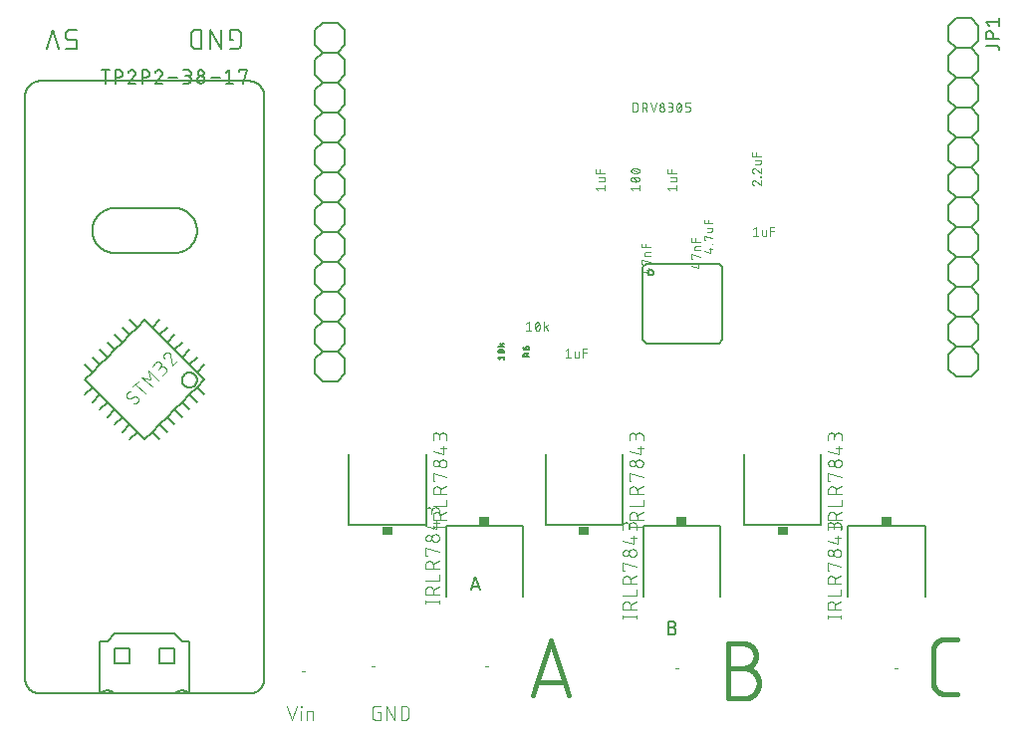
<source format=gbr>
G04 EAGLE Gerber RS-274X export*
G75*
%MOMM*%
%FSLAX34Y34*%
%LPD*%
%INSilkscreen Top*%
%IPPOS*%
%AMOC8*
5,1,8,0,0,1.08239X$1,22.5*%
G01*
%ADD10C,0.152400*%
%ADD11C,0.101600*%
%ADD12C,0.406400*%
%ADD13C,0.127000*%
%ADD14C,0.203200*%
%ADD15C,0.076200*%
%ADD16C,0.000000*%
%ADD17R,0.863600X0.762000*%


D10*
X62738Y583438D02*
X57319Y583438D01*
X57201Y583436D01*
X57083Y583430D01*
X56965Y583421D01*
X56848Y583407D01*
X56731Y583390D01*
X56614Y583369D01*
X56499Y583344D01*
X56384Y583315D01*
X56270Y583282D01*
X56158Y583246D01*
X56047Y583206D01*
X55937Y583163D01*
X55828Y583116D01*
X55721Y583066D01*
X55616Y583011D01*
X55513Y582954D01*
X55412Y582893D01*
X55312Y582829D01*
X55215Y582762D01*
X55120Y582692D01*
X55028Y582618D01*
X54937Y582542D01*
X54850Y582462D01*
X54765Y582380D01*
X54683Y582295D01*
X54603Y582208D01*
X54527Y582117D01*
X54453Y582025D01*
X54383Y581930D01*
X54316Y581833D01*
X54252Y581733D01*
X54191Y581632D01*
X54134Y581529D01*
X54079Y581424D01*
X54029Y581317D01*
X53982Y581208D01*
X53939Y581098D01*
X53899Y580987D01*
X53863Y580875D01*
X53830Y580761D01*
X53801Y580646D01*
X53776Y580531D01*
X53755Y580414D01*
X53738Y580297D01*
X53724Y580180D01*
X53715Y580062D01*
X53709Y579944D01*
X53707Y579826D01*
X53707Y578019D01*
X53709Y577901D01*
X53715Y577783D01*
X53724Y577665D01*
X53738Y577548D01*
X53755Y577431D01*
X53776Y577314D01*
X53801Y577199D01*
X53830Y577084D01*
X53863Y576970D01*
X53899Y576858D01*
X53939Y576747D01*
X53982Y576637D01*
X54029Y576528D01*
X54079Y576421D01*
X54134Y576316D01*
X54191Y576213D01*
X54252Y576112D01*
X54316Y576012D01*
X54383Y575915D01*
X54453Y575820D01*
X54527Y575728D01*
X54603Y575637D01*
X54683Y575550D01*
X54765Y575465D01*
X54850Y575383D01*
X54937Y575303D01*
X55028Y575227D01*
X55120Y575153D01*
X55215Y575083D01*
X55312Y575016D01*
X55412Y574952D01*
X55513Y574891D01*
X55616Y574834D01*
X55721Y574779D01*
X55828Y574729D01*
X55937Y574682D01*
X56047Y574639D01*
X56158Y574599D01*
X56270Y574563D01*
X56384Y574530D01*
X56499Y574501D01*
X56614Y574476D01*
X56731Y574455D01*
X56848Y574438D01*
X56965Y574424D01*
X57083Y574415D01*
X57201Y574409D01*
X57319Y574407D01*
X62738Y574407D01*
X62738Y567182D01*
X53707Y567182D01*
X48010Y567182D02*
X42591Y583438D01*
X37173Y567182D01*
D11*
X241808Y8382D02*
X245703Y-3302D01*
X249597Y8382D01*
X253704Y4487D02*
X253704Y-3302D01*
X253379Y7733D02*
X253379Y8382D01*
X254028Y8382D01*
X254028Y7733D01*
X253379Y7733D01*
X258727Y4487D02*
X258727Y-3302D01*
X258727Y4487D02*
X261973Y4487D01*
X262060Y4485D01*
X262148Y4479D01*
X262234Y4469D01*
X262321Y4456D01*
X262406Y4438D01*
X262491Y4417D01*
X262575Y4392D01*
X262657Y4363D01*
X262738Y4330D01*
X262818Y4294D01*
X262896Y4255D01*
X262972Y4211D01*
X263046Y4165D01*
X263117Y4115D01*
X263187Y4062D01*
X263254Y4006D01*
X263318Y3947D01*
X263380Y3886D01*
X263439Y3821D01*
X263495Y3754D01*
X263548Y3684D01*
X263598Y3613D01*
X263644Y3539D01*
X263688Y3463D01*
X263727Y3385D01*
X263763Y3305D01*
X263796Y3224D01*
X263825Y3142D01*
X263850Y3058D01*
X263871Y2973D01*
X263889Y2888D01*
X263902Y2801D01*
X263912Y2715D01*
X263918Y2627D01*
X263920Y2540D01*
X263920Y-3302D01*
X318742Y3189D02*
X320689Y3189D01*
X320689Y-3302D01*
X316794Y-3302D01*
X316695Y-3300D01*
X316595Y-3294D01*
X316496Y-3285D01*
X316398Y-3272D01*
X316300Y-3255D01*
X316202Y-3234D01*
X316106Y-3209D01*
X316011Y-3181D01*
X315917Y-3149D01*
X315824Y-3114D01*
X315732Y-3075D01*
X315642Y-3032D01*
X315554Y-2987D01*
X315467Y-2937D01*
X315383Y-2885D01*
X315300Y-2829D01*
X315220Y-2771D01*
X315142Y-2709D01*
X315067Y-2644D01*
X314994Y-2576D01*
X314924Y-2506D01*
X314856Y-2433D01*
X314791Y-2358D01*
X314729Y-2280D01*
X314671Y-2200D01*
X314615Y-2117D01*
X314563Y-2033D01*
X314513Y-1946D01*
X314468Y-1858D01*
X314425Y-1768D01*
X314386Y-1676D01*
X314351Y-1583D01*
X314319Y-1489D01*
X314291Y-1394D01*
X314266Y-1298D01*
X314245Y-1200D01*
X314228Y-1102D01*
X314215Y-1004D01*
X314206Y-905D01*
X314200Y-805D01*
X314198Y-706D01*
X314198Y5786D01*
X314200Y5885D01*
X314206Y5985D01*
X314215Y6084D01*
X314228Y6182D01*
X314245Y6280D01*
X314266Y6378D01*
X314291Y6474D01*
X314319Y6569D01*
X314351Y6663D01*
X314386Y6756D01*
X314425Y6848D01*
X314468Y6938D01*
X314513Y7026D01*
X314563Y7113D01*
X314615Y7197D01*
X314671Y7280D01*
X314729Y7360D01*
X314791Y7438D01*
X314856Y7513D01*
X314924Y7586D01*
X314994Y7656D01*
X315067Y7724D01*
X315142Y7789D01*
X315220Y7851D01*
X315300Y7909D01*
X315383Y7965D01*
X315467Y8017D01*
X315554Y8067D01*
X315642Y8112D01*
X315732Y8155D01*
X315824Y8194D01*
X315916Y8229D01*
X316011Y8261D01*
X316106Y8289D01*
X316202Y8314D01*
X316300Y8335D01*
X316398Y8352D01*
X316496Y8365D01*
X316595Y8374D01*
X316695Y8380D01*
X316794Y8382D01*
X320689Y8382D01*
X326390Y8382D02*
X326390Y-3302D01*
X332881Y-3302D02*
X326390Y8382D01*
X332881Y8382D02*
X332881Y-3302D01*
X338582Y-3302D02*
X338582Y8382D01*
X341827Y8382D01*
X341940Y8380D01*
X342053Y8374D01*
X342166Y8364D01*
X342279Y8350D01*
X342391Y8333D01*
X342502Y8311D01*
X342612Y8286D01*
X342722Y8256D01*
X342830Y8223D01*
X342937Y8186D01*
X343043Y8146D01*
X343147Y8101D01*
X343250Y8053D01*
X343351Y8002D01*
X343450Y7947D01*
X343547Y7889D01*
X343642Y7827D01*
X343735Y7762D01*
X343825Y7694D01*
X343913Y7623D01*
X343999Y7548D01*
X344082Y7471D01*
X344162Y7391D01*
X344239Y7308D01*
X344314Y7222D01*
X344385Y7134D01*
X344453Y7044D01*
X344518Y6951D01*
X344580Y6856D01*
X344638Y6759D01*
X344693Y6660D01*
X344744Y6559D01*
X344792Y6456D01*
X344837Y6352D01*
X344877Y6246D01*
X344914Y6139D01*
X344947Y6031D01*
X344977Y5921D01*
X345002Y5811D01*
X345024Y5700D01*
X345041Y5588D01*
X345055Y5475D01*
X345065Y5362D01*
X345071Y5249D01*
X345073Y5136D01*
X345073Y-56D01*
X345074Y-56D02*
X345072Y-169D01*
X345066Y-282D01*
X345056Y-395D01*
X345042Y-508D01*
X345025Y-620D01*
X345003Y-731D01*
X344978Y-841D01*
X344948Y-951D01*
X344915Y-1059D01*
X344878Y-1166D01*
X344838Y-1272D01*
X344793Y-1376D01*
X344745Y-1479D01*
X344694Y-1580D01*
X344639Y-1679D01*
X344581Y-1776D01*
X344519Y-1871D01*
X344454Y-1964D01*
X344386Y-2054D01*
X344315Y-2142D01*
X344240Y-2228D01*
X344163Y-2311D01*
X344083Y-2391D01*
X344000Y-2468D01*
X343914Y-2543D01*
X343826Y-2614D01*
X343736Y-2682D01*
X343643Y-2747D01*
X343548Y-2809D01*
X343451Y-2867D01*
X343352Y-2922D01*
X343251Y-2973D01*
X343148Y-3021D01*
X343044Y-3066D01*
X342938Y-3106D01*
X342831Y-3143D01*
X342723Y-3176D01*
X342613Y-3206D01*
X342503Y-3231D01*
X342392Y-3253D01*
X342280Y-3270D01*
X342167Y-3284D01*
X342054Y-3294D01*
X341941Y-3300D01*
X341828Y-3302D01*
X341827Y-3302D02*
X338582Y-3302D01*
D12*
X450342Y17272D02*
X465921Y64008D01*
X481499Y17272D01*
X477605Y28956D02*
X454237Y28956D01*
X616712Y40696D02*
X629694Y40696D01*
X630010Y40692D01*
X630326Y40681D01*
X630642Y40661D01*
X630957Y40634D01*
X631271Y40600D01*
X631584Y40558D01*
X631896Y40508D01*
X632207Y40450D01*
X632517Y40385D01*
X632824Y40313D01*
X633130Y40233D01*
X633434Y40146D01*
X633736Y40051D01*
X634035Y39949D01*
X634332Y39839D01*
X634625Y39723D01*
X634916Y39599D01*
X635204Y39469D01*
X635489Y39331D01*
X635770Y39186D01*
X636048Y39035D01*
X636321Y38877D01*
X636591Y38712D01*
X636857Y38541D01*
X637119Y38363D01*
X637376Y38179D01*
X637628Y37989D01*
X637876Y37793D01*
X638119Y37591D01*
X638357Y37383D01*
X638590Y37169D01*
X638818Y36949D01*
X639040Y36724D01*
X639256Y36494D01*
X639467Y36259D01*
X639673Y36018D01*
X639872Y35773D01*
X640065Y35523D01*
X640252Y35268D01*
X640433Y35008D01*
X640607Y34745D01*
X640775Y34477D01*
X640937Y34205D01*
X641091Y33929D01*
X641239Y33650D01*
X641381Y33367D01*
X641515Y33081D01*
X641642Y32791D01*
X641762Y32499D01*
X641875Y32204D01*
X641981Y31906D01*
X642079Y31605D01*
X642170Y31302D01*
X642254Y30998D01*
X642330Y30691D01*
X642399Y30382D01*
X642460Y30072D01*
X642514Y29760D01*
X642560Y29448D01*
X642598Y29134D01*
X642629Y28819D01*
X642652Y28504D01*
X642667Y28188D01*
X642675Y27872D01*
X642675Y27556D01*
X642667Y27240D01*
X642652Y26924D01*
X642629Y26609D01*
X642598Y26294D01*
X642560Y25980D01*
X642514Y25668D01*
X642460Y25356D01*
X642399Y25046D01*
X642330Y24737D01*
X642254Y24430D01*
X642170Y24126D01*
X642079Y23823D01*
X641981Y23522D01*
X641875Y23224D01*
X641762Y22929D01*
X641642Y22637D01*
X641515Y22347D01*
X641381Y22061D01*
X641239Y21778D01*
X641091Y21499D01*
X640937Y21223D01*
X640775Y20951D01*
X640607Y20683D01*
X640433Y20420D01*
X640252Y20160D01*
X640065Y19905D01*
X639872Y19655D01*
X639673Y19410D01*
X639467Y19169D01*
X639256Y18934D01*
X639040Y18704D01*
X638818Y18479D01*
X638590Y18259D01*
X638357Y18045D01*
X638119Y17837D01*
X637876Y17635D01*
X637628Y17439D01*
X637376Y17249D01*
X637119Y17065D01*
X636857Y16887D01*
X636591Y16716D01*
X636321Y16551D01*
X636048Y16393D01*
X635770Y16242D01*
X635489Y16097D01*
X635204Y15959D01*
X634916Y15829D01*
X634625Y15705D01*
X634332Y15589D01*
X634035Y15479D01*
X633736Y15377D01*
X633434Y15282D01*
X633130Y15195D01*
X632824Y15115D01*
X632517Y15043D01*
X632207Y14978D01*
X631896Y14920D01*
X631584Y14870D01*
X631271Y14828D01*
X630957Y14794D01*
X630642Y14767D01*
X630326Y14747D01*
X630010Y14736D01*
X629694Y14732D01*
X616712Y14732D01*
X616712Y61468D01*
X629694Y61468D01*
X629947Y61465D01*
X630200Y61456D01*
X630452Y61440D01*
X630704Y61419D01*
X630956Y61391D01*
X631206Y61357D01*
X631456Y61317D01*
X631705Y61272D01*
X631952Y61220D01*
X632198Y61162D01*
X632443Y61098D01*
X632686Y61028D01*
X632927Y60952D01*
X633167Y60870D01*
X633404Y60783D01*
X633639Y60689D01*
X633872Y60591D01*
X634102Y60486D01*
X634330Y60376D01*
X634555Y60260D01*
X634777Y60139D01*
X634996Y60013D01*
X635212Y59881D01*
X635425Y59744D01*
X635634Y59602D01*
X635840Y59455D01*
X636042Y59302D01*
X636240Y59145D01*
X636434Y58984D01*
X636625Y58817D01*
X636811Y58646D01*
X636993Y58471D01*
X637171Y58291D01*
X637344Y58106D01*
X637513Y57918D01*
X637677Y57726D01*
X637837Y57529D01*
X637991Y57329D01*
X638141Y57125D01*
X638285Y56918D01*
X638425Y56707D01*
X638559Y56492D01*
X638689Y56275D01*
X638812Y56054D01*
X638931Y55831D01*
X639044Y55605D01*
X639151Y55376D01*
X639253Y55144D01*
X639349Y54910D01*
X639439Y54674D01*
X639524Y54435D01*
X639602Y54195D01*
X639675Y53953D01*
X639742Y53709D01*
X639803Y53464D01*
X639858Y53217D01*
X639907Y52968D01*
X639950Y52719D01*
X639987Y52469D01*
X640018Y52218D01*
X640042Y51966D01*
X640061Y51714D01*
X640073Y51461D01*
X640079Y51208D01*
X640079Y50956D01*
X640073Y50703D01*
X640061Y50450D01*
X640042Y50198D01*
X640018Y49946D01*
X639987Y49695D01*
X639950Y49445D01*
X639907Y49196D01*
X639858Y48947D01*
X639803Y48700D01*
X639742Y48455D01*
X639675Y48211D01*
X639602Y47969D01*
X639524Y47729D01*
X639439Y47490D01*
X639349Y47254D01*
X639253Y47020D01*
X639151Y46788D01*
X639044Y46559D01*
X638931Y46333D01*
X638812Y46110D01*
X638689Y45889D01*
X638559Y45672D01*
X638425Y45457D01*
X638285Y45246D01*
X638141Y45039D01*
X637991Y44835D01*
X637837Y44635D01*
X637677Y44438D01*
X637513Y44246D01*
X637344Y44058D01*
X637171Y43873D01*
X636993Y43693D01*
X636811Y43518D01*
X636625Y43347D01*
X636434Y43180D01*
X636240Y43019D01*
X636042Y42862D01*
X635840Y42709D01*
X635634Y42562D01*
X635425Y42420D01*
X635212Y42283D01*
X634996Y42151D01*
X634777Y42025D01*
X634555Y41904D01*
X634330Y41788D01*
X634102Y41678D01*
X633872Y41573D01*
X633639Y41475D01*
X633404Y41381D01*
X633167Y41294D01*
X632927Y41212D01*
X632686Y41136D01*
X632443Y41066D01*
X632198Y41002D01*
X631952Y40944D01*
X631705Y40892D01*
X631456Y40847D01*
X631206Y40807D01*
X630956Y40773D01*
X630704Y40745D01*
X630452Y40724D01*
X630200Y40708D01*
X629947Y40699D01*
X629694Y40696D01*
X801088Y18542D02*
X811474Y18542D01*
X801088Y18542D02*
X800837Y18545D01*
X800586Y18554D01*
X800336Y18569D01*
X800086Y18590D01*
X799836Y18618D01*
X799587Y18651D01*
X799339Y18690D01*
X799093Y18735D01*
X798847Y18787D01*
X798602Y18844D01*
X798360Y18907D01*
X798118Y18976D01*
X797879Y19050D01*
X797641Y19131D01*
X797405Y19217D01*
X797171Y19309D01*
X796940Y19406D01*
X796711Y19509D01*
X796485Y19618D01*
X796261Y19732D01*
X796041Y19851D01*
X795823Y19976D01*
X795608Y20105D01*
X795396Y20240D01*
X795188Y20380D01*
X794983Y20526D01*
X794782Y20676D01*
X794584Y20830D01*
X794391Y20990D01*
X794201Y21154D01*
X794015Y21323D01*
X793833Y21496D01*
X793656Y21673D01*
X793483Y21855D01*
X793314Y22041D01*
X793150Y22231D01*
X792990Y22424D01*
X792836Y22622D01*
X792686Y22823D01*
X792540Y23028D01*
X792400Y23236D01*
X792265Y23448D01*
X792136Y23663D01*
X792011Y23881D01*
X791892Y24101D01*
X791778Y24325D01*
X791669Y24551D01*
X791566Y24780D01*
X791469Y25011D01*
X791377Y25245D01*
X791291Y25481D01*
X791210Y25719D01*
X791136Y25958D01*
X791067Y26200D01*
X791004Y26442D01*
X790947Y26687D01*
X790895Y26933D01*
X790850Y27179D01*
X790811Y27427D01*
X790778Y27676D01*
X790750Y27926D01*
X790729Y28176D01*
X790714Y28426D01*
X790705Y28677D01*
X790702Y28928D01*
X790702Y54892D01*
X790705Y55147D01*
X790715Y55402D01*
X790730Y55656D01*
X790752Y55910D01*
X790780Y56163D01*
X790814Y56416D01*
X790855Y56668D01*
X790902Y56918D01*
X790954Y57168D01*
X791013Y57416D01*
X791078Y57662D01*
X791149Y57907D01*
X791226Y58150D01*
X791309Y58391D01*
X791398Y58630D01*
X791493Y58867D01*
X791593Y59101D01*
X791699Y59333D01*
X791811Y59562D01*
X791928Y59788D01*
X792051Y60011D01*
X792180Y60231D01*
X792313Y60448D01*
X792452Y60662D01*
X792597Y60872D01*
X792746Y61079D01*
X792900Y61282D01*
X793060Y61481D01*
X793224Y61676D01*
X793392Y61867D01*
X793566Y62054D01*
X793744Y62236D01*
X793926Y62414D01*
X794113Y62588D01*
X794304Y62756D01*
X794499Y62920D01*
X794698Y63080D01*
X794901Y63234D01*
X795108Y63383D01*
X795318Y63528D01*
X795531Y63667D01*
X795749Y63800D01*
X795969Y63929D01*
X796192Y64052D01*
X796418Y64169D01*
X796647Y64281D01*
X796879Y64387D01*
X797113Y64487D01*
X797350Y64582D01*
X797589Y64671D01*
X797830Y64754D01*
X798073Y64831D01*
X798318Y64902D01*
X798564Y64967D01*
X798812Y65026D01*
X799062Y65078D01*
X799312Y65125D01*
X799564Y65166D01*
X799817Y65200D01*
X800070Y65228D01*
X800324Y65250D01*
X800578Y65265D01*
X800833Y65275D01*
X801088Y65278D01*
X811474Y65278D01*
D10*
X196116Y574407D02*
X193407Y574407D01*
X193407Y583438D01*
X198826Y583438D01*
X198944Y583436D01*
X199062Y583430D01*
X199180Y583421D01*
X199297Y583407D01*
X199414Y583390D01*
X199531Y583369D01*
X199646Y583344D01*
X199761Y583315D01*
X199875Y583282D01*
X199987Y583246D01*
X200098Y583206D01*
X200208Y583163D01*
X200317Y583116D01*
X200424Y583066D01*
X200529Y583011D01*
X200632Y582954D01*
X200733Y582893D01*
X200833Y582829D01*
X200930Y582762D01*
X201025Y582692D01*
X201117Y582618D01*
X201208Y582542D01*
X201295Y582462D01*
X201380Y582380D01*
X201462Y582295D01*
X201542Y582208D01*
X201618Y582117D01*
X201692Y582025D01*
X201762Y581930D01*
X201829Y581833D01*
X201893Y581733D01*
X201954Y581632D01*
X202011Y581529D01*
X202066Y581424D01*
X202116Y581317D01*
X202163Y581208D01*
X202206Y581098D01*
X202246Y580987D01*
X202282Y580875D01*
X202315Y580761D01*
X202344Y580646D01*
X202369Y580531D01*
X202390Y580414D01*
X202407Y580297D01*
X202421Y580180D01*
X202430Y580062D01*
X202436Y579944D01*
X202438Y579826D01*
X202438Y570794D01*
X202439Y570794D02*
X202437Y570676D01*
X202431Y570558D01*
X202422Y570440D01*
X202408Y570322D01*
X202391Y570205D01*
X202370Y570089D01*
X202345Y569974D01*
X202316Y569859D01*
X202283Y569745D01*
X202247Y569633D01*
X202207Y569521D01*
X202164Y569411D01*
X202117Y569303D01*
X202066Y569196D01*
X202012Y569091D01*
X201955Y568988D01*
X201894Y568886D01*
X201830Y568787D01*
X201763Y568690D01*
X201692Y568595D01*
X201619Y568502D01*
X201542Y568412D01*
X201463Y568324D01*
X201381Y568239D01*
X201296Y568157D01*
X201208Y568078D01*
X201118Y568001D01*
X201025Y567928D01*
X200931Y567857D01*
X200833Y567790D01*
X200734Y567726D01*
X200633Y567665D01*
X200529Y567608D01*
X200424Y567554D01*
X200317Y567503D01*
X200209Y567456D01*
X200099Y567413D01*
X199987Y567373D01*
X199875Y567337D01*
X199761Y567304D01*
X199646Y567275D01*
X199531Y567250D01*
X199415Y567229D01*
X199298Y567212D01*
X199180Y567198D01*
X199062Y567189D01*
X198944Y567183D01*
X198826Y567181D01*
X198826Y567182D02*
X193407Y567182D01*
X185765Y567182D02*
X185765Y583438D01*
X176734Y583438D02*
X185765Y567182D01*
X176734Y567182D02*
X176734Y583438D01*
X169091Y583438D02*
X169091Y567182D01*
X164576Y567182D01*
X164445Y567184D01*
X164313Y567190D01*
X164182Y567199D01*
X164052Y567213D01*
X163921Y567230D01*
X163792Y567251D01*
X163663Y567275D01*
X163535Y567304D01*
X163407Y567336D01*
X163281Y567372D01*
X163156Y567411D01*
X163031Y567454D01*
X162909Y567501D01*
X162787Y567551D01*
X162667Y567605D01*
X162549Y567662D01*
X162433Y567723D01*
X162318Y567787D01*
X162205Y567854D01*
X162094Y567925D01*
X161986Y567999D01*
X161879Y568076D01*
X161775Y568156D01*
X161673Y568239D01*
X161574Y568324D01*
X161477Y568413D01*
X161383Y568505D01*
X161291Y568599D01*
X161202Y568696D01*
X161117Y568795D01*
X161034Y568897D01*
X160954Y569001D01*
X160877Y569108D01*
X160803Y569216D01*
X160732Y569327D01*
X160665Y569440D01*
X160601Y569555D01*
X160540Y569671D01*
X160483Y569789D01*
X160429Y569909D01*
X160379Y570031D01*
X160332Y570153D01*
X160289Y570278D01*
X160250Y570403D01*
X160214Y570529D01*
X160182Y570657D01*
X160153Y570785D01*
X160129Y570914D01*
X160108Y571043D01*
X160091Y571174D01*
X160077Y571304D01*
X160068Y571435D01*
X160062Y571567D01*
X160060Y571698D01*
X160060Y578922D01*
X160062Y579053D01*
X160068Y579185D01*
X160077Y579316D01*
X160091Y579446D01*
X160108Y579577D01*
X160129Y579706D01*
X160153Y579835D01*
X160182Y579963D01*
X160214Y580091D01*
X160250Y580217D01*
X160289Y580342D01*
X160332Y580467D01*
X160379Y580589D01*
X160429Y580711D01*
X160483Y580831D01*
X160540Y580949D01*
X160601Y581065D01*
X160665Y581180D01*
X160732Y581293D01*
X160803Y581404D01*
X160877Y581512D01*
X160954Y581619D01*
X161034Y581723D01*
X161117Y581825D01*
X161202Y581924D01*
X161291Y582021D01*
X161383Y582115D01*
X161477Y582207D01*
X161574Y582296D01*
X161673Y582381D01*
X161775Y582464D01*
X161879Y582544D01*
X161986Y582621D01*
X162094Y582695D01*
X162205Y582766D01*
X162318Y582833D01*
X162433Y582897D01*
X162549Y582958D01*
X162667Y583015D01*
X162787Y583069D01*
X162909Y583119D01*
X163031Y583166D01*
X163156Y583209D01*
X163281Y583248D01*
X163407Y583284D01*
X163535Y583316D01*
X163663Y583345D01*
X163792Y583369D01*
X163922Y583390D01*
X164052Y583407D01*
X164182Y583421D01*
X164313Y583430D01*
X164445Y583436D01*
X164576Y583438D01*
X169091Y583438D01*
D13*
X158750Y19050D02*
X146050Y19050D01*
X95250Y19050D02*
X82550Y19050D01*
X158750Y19050D02*
X158750Y63500D01*
X152400Y63500D01*
X146050Y69850D01*
X95250Y69850D01*
X88900Y63500D01*
X82550Y63500D01*
X82550Y19050D01*
X165100Y279400D02*
X171450Y285750D01*
X165100Y279400D02*
X158750Y273050D01*
X152400Y266700D01*
X146050Y260350D01*
X139700Y254000D01*
X133350Y247650D01*
X127000Y241300D01*
X120650Y234950D01*
X114300Y241300D01*
X107950Y247650D01*
X101600Y254000D01*
X95250Y260350D01*
X88900Y266700D01*
X82550Y273050D01*
X76200Y279400D01*
X69850Y285750D01*
X76200Y292100D01*
X82550Y298450D01*
X88900Y304800D01*
X95250Y311150D01*
X101600Y317500D01*
X107950Y323850D01*
X114300Y330200D01*
X120650Y336550D01*
X127000Y330200D01*
X133350Y323850D01*
X139700Y317500D01*
X146050Y311150D01*
X152400Y304800D01*
X158750Y298450D01*
X165100Y292100D01*
X171450Y285750D01*
D11*
X114647Y270692D02*
X114718Y270622D01*
X114786Y270550D01*
X114851Y270475D01*
X114914Y270398D01*
X114973Y270318D01*
X115030Y270236D01*
X115083Y270152D01*
X115133Y270066D01*
X115179Y269978D01*
X115222Y269889D01*
X115262Y269798D01*
X115298Y269705D01*
X115331Y269611D01*
X115360Y269516D01*
X115385Y269420D01*
X115407Y269323D01*
X115425Y269225D01*
X115439Y269126D01*
X115450Y269027D01*
X115456Y268928D01*
X115459Y268829D01*
X115458Y268729D01*
X115453Y268630D01*
X115444Y268531D01*
X115432Y268432D01*
X115416Y268334D01*
X115396Y268237D01*
X115372Y268140D01*
X115345Y268045D01*
X115314Y267950D01*
X115279Y267857D01*
X115241Y267765D01*
X115199Y267675D01*
X115154Y267586D01*
X115106Y267499D01*
X115054Y267414D01*
X114999Y267331D01*
X114941Y267250D01*
X114880Y267172D01*
X114816Y267096D01*
X114749Y267022D01*
X114750Y267021D02*
X114650Y266918D01*
X114547Y266817D01*
X114441Y266719D01*
X114332Y266623D01*
X114221Y266531D01*
X114108Y266442D01*
X113992Y266355D01*
X113875Y266272D01*
X113755Y266191D01*
X113633Y266114D01*
X113509Y266040D01*
X113383Y265970D01*
X113255Y265903D01*
X113125Y265839D01*
X112994Y265778D01*
X112862Y265722D01*
X112727Y265668D01*
X112592Y265618D01*
X112455Y265572D01*
X112317Y265529D01*
X112178Y265490D01*
X112038Y265455D01*
X111898Y265423D01*
X111756Y265395D01*
X111614Y265371D01*
X111471Y265351D01*
X111327Y265334D01*
X111183Y265321D01*
X111039Y265312D01*
X110895Y265307D01*
X105694Y270672D02*
X105623Y270742D01*
X105555Y270814D01*
X105490Y270889D01*
X105427Y270966D01*
X105368Y271046D01*
X105311Y271128D01*
X105258Y271212D01*
X105208Y271298D01*
X105162Y271386D01*
X105119Y271475D01*
X105079Y271566D01*
X105043Y271659D01*
X105010Y271753D01*
X104981Y271848D01*
X104956Y271944D01*
X104934Y272041D01*
X104916Y272139D01*
X104902Y272238D01*
X104891Y272337D01*
X104885Y272436D01*
X104882Y272535D01*
X104883Y272635D01*
X104888Y272734D01*
X104897Y272833D01*
X104909Y272932D01*
X104925Y273030D01*
X104945Y273127D01*
X104969Y273224D01*
X104996Y273320D01*
X105027Y273414D01*
X105062Y273507D01*
X105100Y273599D01*
X105142Y273689D01*
X105187Y273778D01*
X105235Y273865D01*
X105287Y273950D01*
X105342Y274033D01*
X105400Y274114D01*
X105461Y274192D01*
X105525Y274268D01*
X105592Y274342D01*
X105687Y274439D01*
X105785Y274534D01*
X105885Y274626D01*
X105988Y274716D01*
X106093Y274802D01*
X106201Y274886D01*
X106311Y274966D01*
X106423Y275043D01*
X106537Y275118D01*
X106653Y275188D01*
X106771Y275256D01*
X106892Y275320D01*
X107013Y275381D01*
X107137Y275439D01*
X107262Y275493D01*
X107388Y275543D01*
X107516Y275590D01*
X107645Y275633D01*
X107776Y275673D01*
X107907Y275709D01*
X108039Y275741D01*
X108172Y275770D01*
X108306Y275795D01*
X108237Y270054D02*
X108139Y270028D01*
X108040Y270006D01*
X107940Y269987D01*
X107840Y269972D01*
X107739Y269961D01*
X107638Y269954D01*
X107537Y269951D01*
X107435Y269952D01*
X107334Y269957D01*
X107233Y269965D01*
X107132Y269978D01*
X107032Y269994D01*
X106933Y270014D01*
X106834Y270038D01*
X106737Y270066D01*
X106640Y270097D01*
X106545Y270132D01*
X106452Y270171D01*
X106359Y270213D01*
X106269Y270259D01*
X106180Y270308D01*
X106094Y270361D01*
X106009Y270417D01*
X105927Y270476D01*
X105847Y270538D01*
X105769Y270604D01*
X105694Y270672D01*
X112105Y271310D02*
X112203Y271336D01*
X112302Y271358D01*
X112402Y271377D01*
X112502Y271392D01*
X112603Y271403D01*
X112704Y271410D01*
X112805Y271413D01*
X112907Y271412D01*
X113008Y271407D01*
X113109Y271399D01*
X113210Y271386D01*
X113310Y271370D01*
X113409Y271350D01*
X113508Y271326D01*
X113605Y271298D01*
X113702Y271267D01*
X113797Y271232D01*
X113890Y271193D01*
X113983Y271151D01*
X114073Y271105D01*
X114162Y271056D01*
X114248Y271003D01*
X114333Y270947D01*
X114415Y270888D01*
X114495Y270826D01*
X114573Y270760D01*
X114648Y270692D01*
X112105Y271310D02*
X108237Y270054D01*
X112883Y282052D02*
X121372Y274024D01*
X110653Y279694D02*
X115113Y284410D01*
X118322Y287804D02*
X126811Y279776D01*
X125714Y286174D02*
X118322Y287804D01*
X125714Y286174D02*
X123674Y293463D01*
X132163Y285436D01*
X135896Y289383D02*
X138126Y291741D01*
X138203Y291824D01*
X138276Y291911D01*
X138347Y291999D01*
X138414Y292091D01*
X138478Y292184D01*
X138539Y292280D01*
X138596Y292378D01*
X138650Y292477D01*
X138700Y292579D01*
X138747Y292682D01*
X138790Y292787D01*
X138830Y292893D01*
X138865Y293000D01*
X138897Y293109D01*
X138926Y293219D01*
X138950Y293329D01*
X138970Y293441D01*
X138987Y293553D01*
X139000Y293666D01*
X139008Y293778D01*
X139013Y293892D01*
X139014Y294005D01*
X139011Y294118D01*
X139004Y294231D01*
X138992Y294344D01*
X138978Y294456D01*
X138959Y294568D01*
X138936Y294679D01*
X138909Y294789D01*
X138879Y294898D01*
X138844Y295006D01*
X138806Y295113D01*
X138765Y295218D01*
X138719Y295322D01*
X138670Y295424D01*
X138618Y295525D01*
X138562Y295623D01*
X138503Y295720D01*
X138440Y295814D01*
X138374Y295906D01*
X138305Y295996D01*
X138233Y296083D01*
X138157Y296168D01*
X138079Y296250D01*
X137998Y296329D01*
X137915Y296406D01*
X137828Y296479D01*
X137740Y296550D01*
X137648Y296617D01*
X137555Y296681D01*
X137459Y296742D01*
X137361Y296799D01*
X137262Y296853D01*
X137160Y296903D01*
X137057Y296950D01*
X136952Y296993D01*
X136846Y297033D01*
X136739Y297068D01*
X136630Y297100D01*
X136520Y297129D01*
X136410Y297153D01*
X136298Y297173D01*
X136186Y297190D01*
X136073Y297203D01*
X135961Y297211D01*
X135847Y297216D01*
X135734Y297217D01*
X135621Y297214D01*
X135508Y297207D01*
X135395Y297195D01*
X135283Y297181D01*
X135171Y297162D01*
X135060Y297139D01*
X134950Y297112D01*
X134841Y297082D01*
X134733Y297047D01*
X134626Y297009D01*
X134521Y296968D01*
X134417Y296922D01*
X134315Y296873D01*
X134214Y296821D01*
X134116Y296765D01*
X134019Y296706D01*
X133925Y296643D01*
X133833Y296577D01*
X133743Y296508D01*
X133656Y296436D01*
X133571Y296360D01*
X133489Y296282D01*
X133410Y296201D01*
X130083Y300241D02*
X127407Y297411D01*
X130083Y300241D02*
X130153Y300312D01*
X130227Y300381D01*
X130303Y300448D01*
X130381Y300511D01*
X130462Y300571D01*
X130545Y300628D01*
X130630Y300681D01*
X130717Y300731D01*
X130807Y300778D01*
X130897Y300822D01*
X130990Y300861D01*
X131084Y300897D01*
X131179Y300930D01*
X131276Y300959D01*
X131373Y300984D01*
X131472Y301005D01*
X131571Y301022D01*
X131671Y301036D01*
X131771Y301045D01*
X131871Y301051D01*
X131972Y301053D01*
X132073Y301051D01*
X132173Y301045D01*
X132273Y301035D01*
X132373Y301021D01*
X132472Y301004D01*
X132571Y300982D01*
X132668Y300957D01*
X132765Y300928D01*
X132860Y300895D01*
X132954Y300859D01*
X133046Y300819D01*
X133137Y300776D01*
X133226Y300728D01*
X133313Y300678D01*
X133398Y300624D01*
X133481Y300567D01*
X133562Y300507D01*
X133640Y300444D01*
X133716Y300377D01*
X133789Y300308D01*
X133859Y300236D01*
X133927Y300162D01*
X133992Y300084D01*
X134053Y300005D01*
X134112Y299923D01*
X134167Y299839D01*
X134219Y299752D01*
X134267Y299664D01*
X134312Y299574D01*
X134354Y299482D01*
X134392Y299389D01*
X134426Y299295D01*
X134457Y299199D01*
X134484Y299102D01*
X134507Y299004D01*
X134526Y298905D01*
X134542Y298805D01*
X134553Y298705D01*
X134561Y298605D01*
X134565Y298504D01*
X134564Y298404D01*
X134560Y298303D01*
X134553Y298203D01*
X134541Y298103D01*
X134525Y298003D01*
X134506Y297904D01*
X134482Y297806D01*
X134455Y297710D01*
X134424Y297614D01*
X134390Y297519D01*
X134351Y297426D01*
X134310Y297334D01*
X134264Y297244D01*
X134216Y297156D01*
X134164Y297070D01*
X134108Y296986D01*
X134049Y296904D01*
X133988Y296825D01*
X133923Y296748D01*
X133855Y296673D01*
X133856Y296673D02*
X132072Y294786D01*
X137713Y308309D02*
X137787Y308385D01*
X137865Y308459D01*
X137945Y308529D01*
X138028Y308597D01*
X138113Y308661D01*
X138200Y308722D01*
X138289Y308781D01*
X138381Y308835D01*
X138474Y308887D01*
X138570Y308935D01*
X138667Y308979D01*
X138765Y309020D01*
X138865Y309057D01*
X138966Y309091D01*
X139069Y309121D01*
X139172Y309147D01*
X139277Y309169D01*
X139382Y309188D01*
X139488Y309202D01*
X139594Y309213D01*
X139700Y309220D01*
X139807Y309223D01*
X139913Y309222D01*
X140020Y309217D01*
X140126Y309208D01*
X140232Y309196D01*
X140338Y309179D01*
X140443Y309159D01*
X140546Y309135D01*
X140649Y309107D01*
X140751Y309076D01*
X140852Y309040D01*
X140951Y309001D01*
X141049Y308959D01*
X141145Y308913D01*
X141240Y308863D01*
X141333Y308810D01*
X141423Y308754D01*
X141512Y308694D01*
X141598Y308631D01*
X141682Y308565D01*
X141763Y308496D01*
X141842Y308424D01*
X137713Y308310D02*
X137631Y308220D01*
X137553Y308129D01*
X137477Y308034D01*
X137404Y307937D01*
X137335Y307838D01*
X137268Y307737D01*
X137205Y307634D01*
X137146Y307529D01*
X137089Y307421D01*
X137037Y307313D01*
X136987Y307202D01*
X136942Y307090D01*
X136900Y306976D01*
X136861Y306862D01*
X136827Y306746D01*
X136796Y306629D01*
X136769Y306511D01*
X136746Y306392D01*
X136726Y306273D01*
X136711Y306152D01*
X136699Y306032D01*
X136691Y305911D01*
X136687Y305790D01*
X136688Y305669D01*
X136691Y305548D01*
X136699Y305428D01*
X136711Y305307D01*
X136727Y305187D01*
X136746Y305068D01*
X136769Y304949D01*
X136797Y304831D01*
X136827Y304714D01*
X136862Y304598D01*
X136900Y304483D01*
X136943Y304370D01*
X136988Y304258D01*
X137038Y304147D01*
X137090Y304038D01*
X137147Y303931D01*
X142824Y306156D02*
X142822Y306267D01*
X142815Y306377D01*
X142805Y306487D01*
X142791Y306596D01*
X142774Y306705D01*
X142752Y306814D01*
X142726Y306921D01*
X142697Y307028D01*
X142664Y307133D01*
X142628Y307237D01*
X142587Y307340D01*
X142544Y307441D01*
X142496Y307541D01*
X142445Y307639D01*
X142391Y307735D01*
X142333Y307830D01*
X142272Y307922D01*
X142208Y308012D01*
X142141Y308099D01*
X142071Y308184D01*
X141997Y308267D01*
X141921Y308347D01*
X141842Y308424D01*
X142824Y306156D02*
X143749Y297688D01*
X148209Y302404D01*
D13*
X76200Y292100D02*
X69850Y298450D01*
X76200Y304800D02*
X82550Y298450D01*
X88900Y304800D02*
X82550Y311150D01*
X88900Y317500D02*
X95250Y311150D01*
X101600Y317500D02*
X95250Y323850D01*
X101600Y330200D02*
X107950Y323850D01*
X114300Y330200D02*
X107950Y336550D01*
X127000Y330200D02*
X133350Y336550D01*
X139700Y330200D02*
X133350Y323850D01*
X139700Y317500D02*
X146050Y323850D01*
X152400Y317500D02*
X146050Y311150D01*
X152400Y304800D02*
X158750Y311150D01*
X165100Y304800D02*
X158750Y298450D01*
X158750Y273050D02*
X165100Y266700D01*
X158750Y260350D02*
X152400Y266700D01*
X146050Y260350D02*
X152400Y254000D01*
X146050Y247650D02*
X139700Y254000D01*
X133350Y247650D02*
X139700Y241300D01*
X133350Y234950D02*
X127000Y241300D01*
X114300Y241300D02*
X107950Y234950D01*
X101600Y241300D02*
X107950Y247650D01*
X101600Y254000D02*
X95250Y247650D01*
X88900Y254000D02*
X95250Y260350D01*
X88900Y266700D02*
X82550Y260350D01*
X76200Y266700D02*
X82550Y273050D01*
X82550Y19050D02*
X31750Y19050D01*
X31443Y19054D01*
X31136Y19065D01*
X30830Y19083D01*
X30524Y19109D01*
X30219Y19143D01*
X29915Y19183D01*
X29612Y19231D01*
X29310Y19287D01*
X29010Y19349D01*
X28711Y19419D01*
X28414Y19496D01*
X28118Y19580D01*
X27825Y19672D01*
X27535Y19770D01*
X27247Y19875D01*
X26961Y19988D01*
X26678Y20107D01*
X26398Y20233D01*
X26121Y20365D01*
X25848Y20505D01*
X25578Y20651D01*
X25312Y20803D01*
X25049Y20962D01*
X24790Y21127D01*
X24536Y21298D01*
X24285Y21475D01*
X24039Y21659D01*
X23797Y21848D01*
X23561Y22043D01*
X23328Y22244D01*
X23101Y22450D01*
X22879Y22662D01*
X22662Y22879D01*
X22450Y23101D01*
X22244Y23328D01*
X22043Y23561D01*
X21848Y23797D01*
X21659Y24039D01*
X21475Y24285D01*
X21298Y24536D01*
X21127Y24790D01*
X20962Y25049D01*
X20803Y25312D01*
X20651Y25578D01*
X20505Y25848D01*
X20365Y26121D01*
X20233Y26398D01*
X20107Y26678D01*
X19988Y26961D01*
X19875Y27247D01*
X19770Y27535D01*
X19672Y27825D01*
X19580Y28118D01*
X19496Y28414D01*
X19419Y28711D01*
X19349Y29010D01*
X19287Y29310D01*
X19231Y29612D01*
X19183Y29915D01*
X19143Y30219D01*
X19109Y30524D01*
X19083Y30830D01*
X19065Y31136D01*
X19054Y31443D01*
X19050Y31750D01*
X19050Y527050D01*
X19054Y527357D01*
X19065Y527664D01*
X19083Y527970D01*
X19109Y528276D01*
X19143Y528581D01*
X19183Y528885D01*
X19231Y529188D01*
X19287Y529490D01*
X19349Y529790D01*
X19419Y530089D01*
X19496Y530386D01*
X19580Y530682D01*
X19672Y530975D01*
X19770Y531265D01*
X19875Y531553D01*
X19988Y531839D01*
X20107Y532122D01*
X20233Y532402D01*
X20365Y532679D01*
X20505Y532952D01*
X20651Y533222D01*
X20803Y533488D01*
X20962Y533751D01*
X21127Y534010D01*
X21298Y534264D01*
X21475Y534515D01*
X21659Y534761D01*
X21848Y535003D01*
X22043Y535239D01*
X22244Y535472D01*
X22450Y535699D01*
X22662Y535921D01*
X22879Y536138D01*
X23101Y536350D01*
X23328Y536556D01*
X23561Y536757D01*
X23797Y536952D01*
X24039Y537141D01*
X24285Y537325D01*
X24536Y537502D01*
X24790Y537673D01*
X25049Y537838D01*
X25312Y537997D01*
X25578Y538149D01*
X25848Y538295D01*
X26121Y538435D01*
X26398Y538567D01*
X26678Y538693D01*
X26961Y538812D01*
X27247Y538925D01*
X27535Y539030D01*
X27825Y539128D01*
X28118Y539220D01*
X28414Y539304D01*
X28711Y539381D01*
X29010Y539451D01*
X29310Y539513D01*
X29612Y539569D01*
X29915Y539617D01*
X30219Y539657D01*
X30524Y539691D01*
X30830Y539717D01*
X31136Y539735D01*
X31443Y539746D01*
X31750Y539750D01*
X209550Y539750D01*
X209857Y539746D01*
X210164Y539735D01*
X210470Y539717D01*
X210776Y539691D01*
X211081Y539657D01*
X211385Y539617D01*
X211688Y539569D01*
X211990Y539513D01*
X212290Y539451D01*
X212589Y539381D01*
X212886Y539304D01*
X213182Y539220D01*
X213475Y539128D01*
X213765Y539030D01*
X214053Y538925D01*
X214339Y538812D01*
X214622Y538693D01*
X214902Y538567D01*
X215179Y538435D01*
X215452Y538295D01*
X215722Y538149D01*
X215988Y537997D01*
X216251Y537838D01*
X216510Y537673D01*
X216764Y537502D01*
X217015Y537325D01*
X217261Y537141D01*
X217503Y536952D01*
X217739Y536757D01*
X217972Y536556D01*
X218199Y536350D01*
X218421Y536138D01*
X218638Y535921D01*
X218850Y535699D01*
X219056Y535472D01*
X219257Y535239D01*
X219452Y535003D01*
X219641Y534761D01*
X219825Y534515D01*
X220002Y534264D01*
X220173Y534010D01*
X220338Y533751D01*
X220497Y533488D01*
X220649Y533222D01*
X220795Y532952D01*
X220935Y532679D01*
X221067Y532402D01*
X221193Y532122D01*
X221312Y531839D01*
X221425Y531553D01*
X221530Y531265D01*
X221628Y530975D01*
X221720Y530682D01*
X221804Y530386D01*
X221881Y530089D01*
X221951Y529790D01*
X222013Y529490D01*
X222069Y529188D01*
X222117Y528885D01*
X222157Y528581D01*
X222191Y528276D01*
X222217Y527970D01*
X222235Y527664D01*
X222246Y527357D01*
X222250Y527050D01*
X222250Y31750D01*
X222246Y31443D01*
X222235Y31136D01*
X222217Y30830D01*
X222191Y30524D01*
X222157Y30219D01*
X222117Y29915D01*
X222069Y29612D01*
X222013Y29310D01*
X221951Y29010D01*
X221881Y28711D01*
X221804Y28414D01*
X221720Y28118D01*
X221628Y27825D01*
X221530Y27535D01*
X221425Y27247D01*
X221312Y26961D01*
X221193Y26678D01*
X221067Y26398D01*
X220935Y26121D01*
X220795Y25848D01*
X220649Y25578D01*
X220497Y25312D01*
X220338Y25049D01*
X220173Y24790D01*
X220002Y24536D01*
X219825Y24285D01*
X219641Y24039D01*
X219452Y23797D01*
X219257Y23561D01*
X219056Y23328D01*
X218850Y23101D01*
X218638Y22879D01*
X218421Y22662D01*
X218199Y22450D01*
X217972Y22244D01*
X217739Y22043D01*
X217503Y21848D01*
X217261Y21659D01*
X217015Y21475D01*
X216764Y21298D01*
X216510Y21127D01*
X216251Y20962D01*
X215988Y20803D01*
X215722Y20651D01*
X215452Y20505D01*
X215179Y20365D01*
X214902Y20233D01*
X214622Y20107D01*
X214339Y19988D01*
X214053Y19875D01*
X213765Y19770D01*
X213475Y19672D01*
X213182Y19580D01*
X212886Y19496D01*
X212589Y19419D01*
X212290Y19349D01*
X211990Y19287D01*
X211688Y19231D01*
X211385Y19183D01*
X211081Y19143D01*
X210776Y19109D01*
X210470Y19083D01*
X210164Y19065D01*
X209857Y19054D01*
X209550Y19050D01*
X158750Y19050D01*
X158595Y19201D01*
X158436Y19349D01*
X158273Y19493D01*
X158107Y19633D01*
X157938Y19769D01*
X157766Y19901D01*
X157590Y20028D01*
X157412Y20151D01*
X157230Y20270D01*
X157046Y20385D01*
X156859Y20495D01*
X156669Y20600D01*
X156477Y20701D01*
X156282Y20797D01*
X156086Y20889D01*
X155887Y20976D01*
X155686Y21057D01*
X155483Y21134D01*
X155278Y21206D01*
X155072Y21273D01*
X154864Y21335D01*
X154654Y21392D01*
X154444Y21444D01*
X154232Y21491D01*
X154019Y21533D01*
X153805Y21569D01*
X153590Y21601D01*
X153375Y21627D01*
X153159Y21648D01*
X152942Y21664D01*
X152725Y21674D01*
X152509Y21679D01*
X152291Y21679D01*
X152075Y21674D01*
X151858Y21664D01*
X151641Y21648D01*
X151425Y21627D01*
X151210Y21601D01*
X150995Y21569D01*
X150781Y21533D01*
X150568Y21491D01*
X150356Y21444D01*
X150146Y21392D01*
X149936Y21335D01*
X149728Y21273D01*
X149522Y21206D01*
X149317Y21134D01*
X149114Y21057D01*
X148913Y20976D01*
X148714Y20889D01*
X148518Y20797D01*
X148323Y20701D01*
X148131Y20600D01*
X147941Y20495D01*
X147754Y20385D01*
X147570Y20270D01*
X147388Y20151D01*
X147210Y20028D01*
X147034Y19901D01*
X146862Y19769D01*
X146693Y19633D01*
X146527Y19493D01*
X146364Y19349D01*
X146205Y19201D01*
X146050Y19050D01*
X95250Y19050D01*
X95095Y19201D01*
X94936Y19349D01*
X94773Y19493D01*
X94607Y19633D01*
X94438Y19769D01*
X94266Y19901D01*
X94090Y20028D01*
X93912Y20151D01*
X93730Y20270D01*
X93546Y20385D01*
X93359Y20495D01*
X93169Y20600D01*
X92977Y20701D01*
X92782Y20797D01*
X92586Y20889D01*
X92387Y20976D01*
X92186Y21057D01*
X91983Y21134D01*
X91778Y21206D01*
X91572Y21273D01*
X91364Y21335D01*
X91154Y21392D01*
X90944Y21444D01*
X90732Y21491D01*
X90519Y21533D01*
X90305Y21569D01*
X90090Y21601D01*
X89875Y21627D01*
X89659Y21648D01*
X89442Y21664D01*
X89225Y21674D01*
X89009Y21679D01*
X88791Y21679D01*
X88575Y21674D01*
X88358Y21664D01*
X88141Y21648D01*
X87925Y21627D01*
X87710Y21601D01*
X87495Y21569D01*
X87281Y21533D01*
X87068Y21491D01*
X86856Y21444D01*
X86646Y21392D01*
X86436Y21335D01*
X86228Y21273D01*
X86022Y21206D01*
X85817Y21134D01*
X85614Y21057D01*
X85413Y20976D01*
X85214Y20889D01*
X85018Y20797D01*
X84823Y20701D01*
X84631Y20600D01*
X84441Y20495D01*
X84254Y20385D01*
X84070Y20270D01*
X83888Y20151D01*
X83710Y20028D01*
X83534Y19901D01*
X83362Y19769D01*
X83193Y19633D01*
X83027Y19493D01*
X82864Y19349D01*
X82705Y19201D01*
X82550Y19050D01*
X146050Y44450D02*
X146050Y57150D01*
X133350Y57150D01*
X133350Y44450D01*
X107950Y44450D02*
X107950Y57150D01*
X95250Y57150D01*
X95250Y44450D01*
X133350Y44450D02*
X146050Y44450D01*
X107950Y44450D02*
X95250Y44450D01*
X165100Y292100D02*
X171450Y298450D01*
X165100Y279400D02*
X171450Y273050D01*
X76200Y279400D02*
X69850Y273050D01*
X152400Y285750D02*
X152402Y285909D01*
X152408Y286068D01*
X152418Y286226D01*
X152432Y286385D01*
X152450Y286543D01*
X152471Y286700D01*
X152497Y286857D01*
X152527Y287013D01*
X152560Y287169D01*
X152598Y287323D01*
X152639Y287477D01*
X152684Y287629D01*
X152733Y287780D01*
X152786Y287930D01*
X152842Y288079D01*
X152903Y288226D01*
X152966Y288371D01*
X153034Y288515D01*
X153105Y288658D01*
X153179Y288798D01*
X153257Y288936D01*
X153339Y289073D01*
X153424Y289207D01*
X153512Y289340D01*
X153603Y289470D01*
X153698Y289597D01*
X153796Y289722D01*
X153897Y289845D01*
X154001Y289965D01*
X154108Y290083D01*
X154218Y290198D01*
X154331Y290310D01*
X154446Y290419D01*
X154564Y290525D01*
X154685Y290629D01*
X154809Y290729D01*
X154934Y290826D01*
X155063Y290920D01*
X155193Y291010D01*
X155326Y291098D01*
X155461Y291182D01*
X155598Y291262D01*
X155737Y291340D01*
X155878Y291413D01*
X156020Y291483D01*
X156165Y291550D01*
X156311Y291613D01*
X156458Y291672D01*
X156607Y291728D01*
X156758Y291779D01*
X156909Y291827D01*
X157062Y291871D01*
X157216Y291912D01*
X157370Y291948D01*
X157526Y291981D01*
X157682Y292010D01*
X157839Y292034D01*
X157997Y292055D01*
X158155Y292072D01*
X158313Y292085D01*
X158472Y292094D01*
X158631Y292099D01*
X158790Y292100D01*
X158949Y292097D01*
X159107Y292090D01*
X159266Y292079D01*
X159424Y292064D01*
X159582Y292045D01*
X159739Y292022D01*
X159896Y291996D01*
X160052Y291965D01*
X160207Y291931D01*
X160361Y291892D01*
X160515Y291850D01*
X160667Y291804D01*
X160818Y291754D01*
X160967Y291700D01*
X161116Y291643D01*
X161262Y291582D01*
X161408Y291517D01*
X161551Y291449D01*
X161693Y291377D01*
X161833Y291301D01*
X161971Y291223D01*
X162107Y291140D01*
X162241Y291055D01*
X162372Y290966D01*
X162502Y290873D01*
X162629Y290778D01*
X162753Y290679D01*
X162876Y290577D01*
X162995Y290473D01*
X163112Y290365D01*
X163226Y290254D01*
X163337Y290141D01*
X163446Y290025D01*
X163551Y289906D01*
X163654Y289784D01*
X163753Y289660D01*
X163850Y289534D01*
X163943Y289405D01*
X164033Y289274D01*
X164119Y289140D01*
X164202Y289005D01*
X164282Y288867D01*
X164358Y288728D01*
X164431Y288587D01*
X164500Y288444D01*
X164566Y288299D01*
X164628Y288152D01*
X164686Y288005D01*
X164741Y287855D01*
X164792Y287705D01*
X164839Y287553D01*
X164882Y287400D01*
X164921Y287246D01*
X164957Y287091D01*
X164988Y286935D01*
X165016Y286779D01*
X165040Y286622D01*
X165060Y286464D01*
X165076Y286306D01*
X165088Y286147D01*
X165096Y285988D01*
X165100Y285829D01*
X165100Y285671D01*
X165096Y285512D01*
X165088Y285353D01*
X165076Y285194D01*
X165060Y285036D01*
X165040Y284878D01*
X165016Y284721D01*
X164988Y284565D01*
X164957Y284409D01*
X164921Y284254D01*
X164882Y284100D01*
X164839Y283947D01*
X164792Y283795D01*
X164741Y283645D01*
X164686Y283495D01*
X164628Y283348D01*
X164566Y283201D01*
X164500Y283056D01*
X164431Y282913D01*
X164358Y282772D01*
X164282Y282633D01*
X164202Y282495D01*
X164119Y282360D01*
X164033Y282226D01*
X163943Y282095D01*
X163850Y281966D01*
X163753Y281840D01*
X163654Y281716D01*
X163551Y281594D01*
X163446Y281475D01*
X163337Y281359D01*
X163226Y281246D01*
X163112Y281135D01*
X162995Y281027D01*
X162876Y280923D01*
X162753Y280821D01*
X162629Y280722D01*
X162502Y280627D01*
X162372Y280534D01*
X162241Y280445D01*
X162107Y280360D01*
X161971Y280277D01*
X161833Y280199D01*
X161693Y280123D01*
X161551Y280051D01*
X161408Y279983D01*
X161262Y279918D01*
X161116Y279857D01*
X160967Y279800D01*
X160818Y279746D01*
X160667Y279696D01*
X160515Y279650D01*
X160361Y279608D01*
X160207Y279569D01*
X160052Y279535D01*
X159896Y279504D01*
X159739Y279478D01*
X159582Y279455D01*
X159424Y279436D01*
X159266Y279421D01*
X159107Y279410D01*
X158949Y279403D01*
X158790Y279400D01*
X158631Y279401D01*
X158472Y279406D01*
X158313Y279415D01*
X158155Y279428D01*
X157997Y279445D01*
X157839Y279466D01*
X157682Y279490D01*
X157526Y279519D01*
X157370Y279552D01*
X157216Y279588D01*
X157062Y279629D01*
X156909Y279673D01*
X156758Y279721D01*
X156607Y279772D01*
X156458Y279828D01*
X156311Y279887D01*
X156165Y279950D01*
X156020Y280017D01*
X155878Y280087D01*
X155737Y280160D01*
X155598Y280238D01*
X155461Y280318D01*
X155326Y280402D01*
X155193Y280490D01*
X155063Y280580D01*
X154934Y280674D01*
X154809Y280771D01*
X154685Y280871D01*
X154564Y280975D01*
X154446Y281081D01*
X154331Y281190D01*
X154218Y281302D01*
X154108Y281417D01*
X154001Y281535D01*
X153897Y281655D01*
X153796Y281778D01*
X153698Y281903D01*
X153603Y282030D01*
X153512Y282160D01*
X153424Y282293D01*
X153339Y282427D01*
X153257Y282564D01*
X153179Y282702D01*
X153105Y282842D01*
X153034Y282985D01*
X152966Y283129D01*
X152903Y283274D01*
X152842Y283421D01*
X152786Y283570D01*
X152733Y283720D01*
X152684Y283871D01*
X152639Y284023D01*
X152598Y284177D01*
X152560Y284331D01*
X152527Y284487D01*
X152497Y284643D01*
X152471Y284800D01*
X152450Y284957D01*
X152432Y285115D01*
X152418Y285274D01*
X152408Y285432D01*
X152402Y285591D01*
X152400Y285750D01*
X165100Y412750D02*
X165094Y413210D01*
X165078Y413670D01*
X165050Y414130D01*
X165011Y414589D01*
X164961Y415046D01*
X164900Y415503D01*
X164828Y415957D01*
X164745Y416410D01*
X164651Y416861D01*
X164546Y417309D01*
X164431Y417755D01*
X164305Y418197D01*
X164168Y418637D01*
X164020Y419073D01*
X163862Y419505D01*
X163694Y419934D01*
X163515Y420358D01*
X163326Y420778D01*
X163127Y421193D01*
X162918Y421603D01*
X162699Y422008D01*
X162471Y422408D01*
X162232Y422802D01*
X161985Y423190D01*
X161728Y423572D01*
X161462Y423947D01*
X161187Y424316D01*
X160903Y424679D01*
X160610Y425034D01*
X160309Y425382D01*
X160000Y425723D01*
X159682Y426057D01*
X159357Y426382D01*
X159023Y426700D01*
X158682Y427009D01*
X158334Y427310D01*
X157979Y427603D01*
X157616Y427887D01*
X157247Y428162D01*
X156872Y428428D01*
X156490Y428685D01*
X156102Y428932D01*
X155708Y429171D01*
X155308Y429399D01*
X154903Y429618D01*
X154493Y429827D01*
X154078Y430026D01*
X153658Y430215D01*
X153234Y430394D01*
X152805Y430562D01*
X152373Y430720D01*
X151937Y430868D01*
X151497Y431005D01*
X151055Y431131D01*
X150609Y431246D01*
X150161Y431351D01*
X149710Y431445D01*
X149257Y431528D01*
X148803Y431600D01*
X148346Y431661D01*
X147889Y431711D01*
X147430Y431750D01*
X146970Y431778D01*
X146510Y431794D01*
X146050Y431800D01*
X95250Y431800D01*
X94790Y431794D01*
X94330Y431778D01*
X93870Y431750D01*
X93411Y431711D01*
X92954Y431661D01*
X92497Y431600D01*
X92043Y431528D01*
X91590Y431445D01*
X91139Y431351D01*
X90691Y431246D01*
X90245Y431131D01*
X89803Y431005D01*
X89363Y430868D01*
X88927Y430720D01*
X88495Y430562D01*
X88066Y430394D01*
X87642Y430215D01*
X87222Y430026D01*
X86807Y429827D01*
X86397Y429618D01*
X85992Y429399D01*
X85592Y429171D01*
X85198Y428932D01*
X84810Y428685D01*
X84428Y428428D01*
X84053Y428162D01*
X83684Y427887D01*
X83321Y427603D01*
X82966Y427310D01*
X82618Y427009D01*
X82277Y426700D01*
X81943Y426382D01*
X81618Y426057D01*
X81300Y425723D01*
X80991Y425382D01*
X80690Y425034D01*
X80397Y424679D01*
X80113Y424316D01*
X79838Y423947D01*
X79572Y423572D01*
X79315Y423190D01*
X79068Y422802D01*
X78829Y422408D01*
X78601Y422008D01*
X78382Y421603D01*
X78173Y421193D01*
X77974Y420778D01*
X77785Y420358D01*
X77606Y419934D01*
X77438Y419505D01*
X77280Y419073D01*
X77132Y418637D01*
X76995Y418197D01*
X76869Y417755D01*
X76754Y417309D01*
X76649Y416861D01*
X76555Y416410D01*
X76472Y415957D01*
X76400Y415503D01*
X76339Y415046D01*
X76289Y414589D01*
X76250Y414130D01*
X76222Y413670D01*
X76206Y413210D01*
X76200Y412750D01*
X76206Y412290D01*
X76222Y411830D01*
X76250Y411370D01*
X76289Y410911D01*
X76339Y410454D01*
X76400Y409997D01*
X76472Y409543D01*
X76555Y409090D01*
X76649Y408639D01*
X76754Y408191D01*
X76869Y407745D01*
X76995Y407303D01*
X77132Y406863D01*
X77280Y406427D01*
X77438Y405995D01*
X77606Y405566D01*
X77785Y405142D01*
X77974Y404722D01*
X78173Y404307D01*
X78382Y403897D01*
X78601Y403492D01*
X78829Y403092D01*
X79068Y402698D01*
X79315Y402310D01*
X79572Y401928D01*
X79838Y401553D01*
X80113Y401184D01*
X80397Y400821D01*
X80690Y400466D01*
X80991Y400118D01*
X81300Y399777D01*
X81618Y399443D01*
X81943Y399118D01*
X82277Y398800D01*
X82618Y398491D01*
X82966Y398190D01*
X83321Y397897D01*
X83684Y397613D01*
X84053Y397338D01*
X84428Y397072D01*
X84810Y396815D01*
X85198Y396568D01*
X85592Y396329D01*
X85992Y396101D01*
X86397Y395882D01*
X86807Y395673D01*
X87222Y395474D01*
X87642Y395285D01*
X88066Y395106D01*
X88495Y394938D01*
X88927Y394780D01*
X89363Y394632D01*
X89803Y394495D01*
X90245Y394369D01*
X90691Y394254D01*
X91139Y394149D01*
X91590Y394055D01*
X92043Y393972D01*
X92497Y393900D01*
X92954Y393839D01*
X93411Y393789D01*
X93870Y393750D01*
X94330Y393722D01*
X94790Y393706D01*
X95250Y393700D01*
X146050Y393700D01*
X146510Y393706D01*
X146970Y393722D01*
X147430Y393750D01*
X147889Y393789D01*
X148346Y393839D01*
X148803Y393900D01*
X149257Y393972D01*
X149710Y394055D01*
X150161Y394149D01*
X150609Y394254D01*
X151055Y394369D01*
X151497Y394495D01*
X151937Y394632D01*
X152373Y394780D01*
X152805Y394938D01*
X153234Y395106D01*
X153658Y395285D01*
X154078Y395474D01*
X154493Y395673D01*
X154903Y395882D01*
X155308Y396101D01*
X155708Y396329D01*
X156102Y396568D01*
X156490Y396815D01*
X156872Y397072D01*
X157247Y397338D01*
X157616Y397613D01*
X157979Y397897D01*
X158334Y398190D01*
X158682Y398491D01*
X159023Y398800D01*
X159357Y399118D01*
X159682Y399443D01*
X160000Y399777D01*
X160309Y400118D01*
X160610Y400466D01*
X160903Y400821D01*
X161187Y401184D01*
X161462Y401553D01*
X161728Y401928D01*
X161985Y402310D01*
X162232Y402698D01*
X162471Y403092D01*
X162699Y403492D01*
X162918Y403897D01*
X163127Y404307D01*
X163326Y404722D01*
X163515Y405142D01*
X163694Y405566D01*
X163862Y405995D01*
X164020Y406427D01*
X164168Y406863D01*
X164305Y407303D01*
X164431Y407745D01*
X164546Y408191D01*
X164651Y408639D01*
X164745Y409090D01*
X164828Y409543D01*
X164900Y409997D01*
X164961Y410454D01*
X165011Y410911D01*
X165050Y411370D01*
X165078Y411830D01*
X165094Y412290D01*
X165100Y412750D01*
D14*
X546850Y316520D02*
X608850Y316520D01*
X611850Y319520D02*
X611850Y381520D01*
X608850Y384520D02*
X546850Y384520D01*
X543850Y381520D01*
X543850Y319520D01*
X546850Y316520D01*
X608850Y316520D02*
X611850Y319520D01*
X611850Y381520D02*
X608850Y384520D01*
X548351Y377020D02*
X548353Y377119D01*
X548359Y377219D01*
X548369Y377317D01*
X548383Y377416D01*
X548400Y377514D01*
X548422Y377611D01*
X548447Y377707D01*
X548476Y377802D01*
X548509Y377895D01*
X548546Y377988D01*
X548586Y378079D01*
X548630Y378168D01*
X548678Y378255D01*
X548728Y378341D01*
X548783Y378424D01*
X548840Y378505D01*
X548901Y378584D01*
X548964Y378660D01*
X549031Y378734D01*
X549101Y378805D01*
X549173Y378873D01*
X549248Y378938D01*
X549325Y379000D01*
X549405Y379059D01*
X549488Y379115D01*
X549572Y379167D01*
X549658Y379217D01*
X549747Y379262D01*
X549837Y379304D01*
X549928Y379343D01*
X550021Y379378D01*
X550116Y379409D01*
X550211Y379436D01*
X550308Y379459D01*
X550405Y379479D01*
X550503Y379495D01*
X550602Y379507D01*
X550701Y379515D01*
X550800Y379519D01*
X550900Y379519D01*
X550999Y379515D01*
X551098Y379507D01*
X551197Y379495D01*
X551295Y379479D01*
X551392Y379459D01*
X551489Y379436D01*
X551584Y379409D01*
X551679Y379378D01*
X551772Y379343D01*
X551863Y379304D01*
X551953Y379262D01*
X552042Y379217D01*
X552128Y379167D01*
X552212Y379115D01*
X552295Y379059D01*
X552375Y379000D01*
X552452Y378938D01*
X552527Y378873D01*
X552599Y378805D01*
X552669Y378734D01*
X552736Y378660D01*
X552799Y378584D01*
X552860Y378505D01*
X552917Y378424D01*
X552972Y378341D01*
X553022Y378255D01*
X553070Y378168D01*
X553114Y378079D01*
X553154Y377988D01*
X553191Y377895D01*
X553224Y377802D01*
X553253Y377707D01*
X553278Y377611D01*
X553300Y377514D01*
X553317Y377416D01*
X553331Y377317D01*
X553341Y377219D01*
X553347Y377119D01*
X553349Y377020D01*
X553347Y376921D01*
X553341Y376821D01*
X553331Y376723D01*
X553317Y376624D01*
X553300Y376526D01*
X553278Y376429D01*
X553253Y376333D01*
X553224Y376238D01*
X553191Y376145D01*
X553154Y376052D01*
X553114Y375961D01*
X553070Y375872D01*
X553022Y375785D01*
X552972Y375699D01*
X552917Y375616D01*
X552860Y375535D01*
X552799Y375456D01*
X552736Y375380D01*
X552669Y375306D01*
X552599Y375235D01*
X552527Y375167D01*
X552452Y375102D01*
X552375Y375040D01*
X552295Y374981D01*
X552212Y374925D01*
X552128Y374873D01*
X552042Y374823D01*
X551953Y374778D01*
X551863Y374736D01*
X551772Y374697D01*
X551679Y374662D01*
X551584Y374631D01*
X551489Y374604D01*
X551392Y374581D01*
X551295Y374561D01*
X551197Y374545D01*
X551098Y374533D01*
X550999Y374525D01*
X550900Y374521D01*
X550800Y374521D01*
X550701Y374525D01*
X550602Y374533D01*
X550503Y374545D01*
X550405Y374561D01*
X550308Y374581D01*
X550211Y374604D01*
X550116Y374631D01*
X550021Y374662D01*
X549928Y374697D01*
X549837Y374736D01*
X549747Y374778D01*
X549658Y374823D01*
X549572Y374873D01*
X549488Y374925D01*
X549405Y374981D01*
X549325Y375040D01*
X549248Y375102D01*
X549173Y375167D01*
X549101Y375235D01*
X549031Y375306D01*
X548964Y375380D01*
X548901Y375456D01*
X548840Y375535D01*
X548783Y375616D01*
X548728Y375699D01*
X548678Y375785D01*
X548630Y375872D01*
X548586Y375961D01*
X548546Y376052D01*
X548509Y376145D01*
X548476Y376238D01*
X548447Y376333D01*
X548422Y376429D01*
X548400Y376526D01*
X548383Y376624D01*
X548369Y376723D01*
X548359Y376821D01*
X548353Y376921D01*
X548351Y377020D01*
D15*
X535635Y513772D02*
X535635Y521138D01*
X537681Y521138D01*
X537770Y521136D01*
X537859Y521130D01*
X537948Y521120D01*
X538036Y521107D01*
X538124Y521090D01*
X538211Y521068D01*
X538296Y521043D01*
X538381Y521015D01*
X538464Y520982D01*
X538546Y520946D01*
X538626Y520907D01*
X538704Y520864D01*
X538780Y520818D01*
X538855Y520768D01*
X538927Y520715D01*
X538996Y520659D01*
X539063Y520600D01*
X539128Y520539D01*
X539189Y520474D01*
X539248Y520407D01*
X539304Y520338D01*
X539357Y520266D01*
X539407Y520191D01*
X539453Y520115D01*
X539496Y520037D01*
X539535Y519957D01*
X539571Y519875D01*
X539604Y519792D01*
X539632Y519707D01*
X539657Y519622D01*
X539679Y519535D01*
X539696Y519447D01*
X539709Y519359D01*
X539719Y519270D01*
X539725Y519181D01*
X539727Y519092D01*
X539727Y515818D01*
X539725Y515729D01*
X539719Y515640D01*
X539709Y515551D01*
X539696Y515463D01*
X539679Y515375D01*
X539657Y515288D01*
X539632Y515203D01*
X539604Y515118D01*
X539571Y515035D01*
X539535Y514953D01*
X539496Y514873D01*
X539453Y514795D01*
X539407Y514719D01*
X539357Y514644D01*
X539304Y514572D01*
X539248Y514503D01*
X539189Y514436D01*
X539128Y514371D01*
X539063Y514310D01*
X538996Y514251D01*
X538927Y514195D01*
X538855Y514142D01*
X538780Y514092D01*
X538704Y514046D01*
X538626Y514003D01*
X538546Y513964D01*
X538464Y513928D01*
X538381Y513895D01*
X538296Y513867D01*
X538211Y513842D01*
X538124Y513820D01*
X538036Y513803D01*
X537948Y513790D01*
X537859Y513780D01*
X537770Y513774D01*
X537681Y513772D01*
X535635Y513772D01*
X543489Y513772D02*
X543489Y521138D01*
X545535Y521138D01*
X545624Y521136D01*
X545713Y521130D01*
X545802Y521120D01*
X545890Y521107D01*
X545978Y521090D01*
X546065Y521068D01*
X546150Y521043D01*
X546235Y521015D01*
X546318Y520982D01*
X546400Y520946D01*
X546480Y520907D01*
X546558Y520864D01*
X546634Y520818D01*
X546709Y520768D01*
X546781Y520715D01*
X546850Y520659D01*
X546917Y520600D01*
X546982Y520539D01*
X547043Y520474D01*
X547102Y520407D01*
X547158Y520338D01*
X547211Y520266D01*
X547261Y520191D01*
X547307Y520115D01*
X547350Y520037D01*
X547389Y519957D01*
X547425Y519875D01*
X547458Y519792D01*
X547486Y519707D01*
X547511Y519622D01*
X547533Y519535D01*
X547550Y519447D01*
X547563Y519359D01*
X547573Y519270D01*
X547579Y519181D01*
X547581Y519092D01*
X547579Y519003D01*
X547573Y518914D01*
X547563Y518825D01*
X547550Y518737D01*
X547533Y518649D01*
X547511Y518562D01*
X547486Y518477D01*
X547458Y518392D01*
X547425Y518309D01*
X547389Y518227D01*
X547350Y518147D01*
X547307Y518069D01*
X547261Y517993D01*
X547211Y517918D01*
X547158Y517846D01*
X547102Y517777D01*
X547043Y517710D01*
X546982Y517645D01*
X546917Y517584D01*
X546850Y517525D01*
X546781Y517469D01*
X546709Y517416D01*
X546634Y517366D01*
X546558Y517320D01*
X546480Y517277D01*
X546400Y517238D01*
X546318Y517202D01*
X546235Y517169D01*
X546150Y517141D01*
X546065Y517116D01*
X545978Y517094D01*
X545890Y517077D01*
X545802Y517064D01*
X545713Y517054D01*
X545624Y517048D01*
X545535Y517046D01*
X543489Y517046D01*
X545944Y517046D02*
X547581Y513772D01*
X552799Y513772D02*
X550344Y521138D01*
X555254Y521138D02*
X552799Y513772D01*
X558068Y515818D02*
X558070Y515907D01*
X558076Y515996D01*
X558086Y516085D01*
X558099Y516173D01*
X558116Y516261D01*
X558138Y516348D01*
X558163Y516433D01*
X558191Y516518D01*
X558224Y516601D01*
X558260Y516683D01*
X558299Y516763D01*
X558342Y516841D01*
X558388Y516917D01*
X558438Y516992D01*
X558491Y517064D01*
X558547Y517133D01*
X558606Y517200D01*
X558667Y517265D01*
X558732Y517326D01*
X558799Y517385D01*
X558868Y517441D01*
X558940Y517494D01*
X559015Y517544D01*
X559091Y517590D01*
X559169Y517633D01*
X559249Y517672D01*
X559331Y517708D01*
X559414Y517741D01*
X559499Y517769D01*
X559584Y517794D01*
X559671Y517816D01*
X559759Y517833D01*
X559847Y517846D01*
X559936Y517856D01*
X560025Y517862D01*
X560114Y517864D01*
X560203Y517862D01*
X560292Y517856D01*
X560381Y517846D01*
X560469Y517833D01*
X560557Y517816D01*
X560644Y517794D01*
X560729Y517769D01*
X560814Y517741D01*
X560897Y517708D01*
X560979Y517672D01*
X561059Y517633D01*
X561137Y517590D01*
X561213Y517544D01*
X561288Y517494D01*
X561360Y517441D01*
X561429Y517385D01*
X561496Y517326D01*
X561561Y517265D01*
X561622Y517200D01*
X561681Y517133D01*
X561737Y517064D01*
X561790Y516992D01*
X561840Y516917D01*
X561886Y516841D01*
X561929Y516763D01*
X561968Y516683D01*
X562004Y516601D01*
X562037Y516518D01*
X562065Y516433D01*
X562090Y516348D01*
X562112Y516261D01*
X562129Y516173D01*
X562142Y516085D01*
X562152Y515996D01*
X562158Y515907D01*
X562160Y515818D01*
X562158Y515729D01*
X562152Y515640D01*
X562142Y515551D01*
X562129Y515463D01*
X562112Y515375D01*
X562090Y515288D01*
X562065Y515203D01*
X562037Y515118D01*
X562004Y515035D01*
X561968Y514953D01*
X561929Y514873D01*
X561886Y514795D01*
X561840Y514719D01*
X561790Y514644D01*
X561737Y514572D01*
X561681Y514503D01*
X561622Y514436D01*
X561561Y514371D01*
X561496Y514310D01*
X561429Y514251D01*
X561360Y514195D01*
X561288Y514142D01*
X561213Y514092D01*
X561137Y514046D01*
X561059Y514003D01*
X560979Y513964D01*
X560897Y513928D01*
X560814Y513895D01*
X560729Y513867D01*
X560644Y513842D01*
X560557Y513820D01*
X560469Y513803D01*
X560381Y513790D01*
X560292Y513780D01*
X560203Y513774D01*
X560114Y513772D01*
X560025Y513774D01*
X559936Y513780D01*
X559847Y513790D01*
X559759Y513803D01*
X559671Y513820D01*
X559584Y513842D01*
X559499Y513867D01*
X559414Y513895D01*
X559331Y513928D01*
X559249Y513964D01*
X559169Y514003D01*
X559091Y514046D01*
X559015Y514092D01*
X558940Y514142D01*
X558868Y514195D01*
X558799Y514251D01*
X558732Y514310D01*
X558667Y514371D01*
X558606Y514436D01*
X558547Y514503D01*
X558491Y514572D01*
X558438Y514644D01*
X558388Y514719D01*
X558342Y514795D01*
X558299Y514873D01*
X558260Y514953D01*
X558224Y515035D01*
X558191Y515118D01*
X558163Y515203D01*
X558138Y515288D01*
X558116Y515375D01*
X558099Y515463D01*
X558086Y515551D01*
X558076Y515640D01*
X558070Y515729D01*
X558068Y515818D01*
X558477Y519501D02*
X558479Y519580D01*
X558485Y519659D01*
X558494Y519738D01*
X558507Y519816D01*
X558525Y519893D01*
X558545Y519969D01*
X558570Y520044D01*
X558598Y520118D01*
X558629Y520191D01*
X558665Y520262D01*
X558703Y520331D01*
X558745Y520398D01*
X558790Y520463D01*
X558838Y520526D01*
X558889Y520587D01*
X558943Y520644D01*
X558999Y520700D01*
X559058Y520752D01*
X559120Y520802D01*
X559184Y520848D01*
X559250Y520892D01*
X559318Y520932D01*
X559388Y520968D01*
X559460Y521002D01*
X559534Y521032D01*
X559608Y521058D01*
X559684Y521081D01*
X559761Y521099D01*
X559838Y521115D01*
X559917Y521126D01*
X559995Y521134D01*
X560074Y521138D01*
X560154Y521138D01*
X560233Y521134D01*
X560311Y521126D01*
X560390Y521115D01*
X560467Y521099D01*
X560544Y521081D01*
X560620Y521058D01*
X560694Y521032D01*
X560768Y521002D01*
X560840Y520968D01*
X560910Y520932D01*
X560978Y520892D01*
X561044Y520848D01*
X561108Y520802D01*
X561170Y520752D01*
X561229Y520700D01*
X561285Y520644D01*
X561339Y520587D01*
X561390Y520526D01*
X561438Y520463D01*
X561483Y520398D01*
X561525Y520331D01*
X561563Y520262D01*
X561599Y520191D01*
X561630Y520118D01*
X561658Y520044D01*
X561683Y519969D01*
X561703Y519893D01*
X561721Y519816D01*
X561734Y519738D01*
X561743Y519659D01*
X561749Y519580D01*
X561751Y519501D01*
X561749Y519422D01*
X561743Y519343D01*
X561734Y519264D01*
X561721Y519186D01*
X561703Y519109D01*
X561683Y519033D01*
X561658Y518958D01*
X561630Y518884D01*
X561599Y518811D01*
X561563Y518740D01*
X561525Y518671D01*
X561483Y518604D01*
X561438Y518539D01*
X561390Y518476D01*
X561339Y518415D01*
X561285Y518358D01*
X561229Y518302D01*
X561170Y518250D01*
X561108Y518200D01*
X561044Y518154D01*
X560978Y518110D01*
X560910Y518070D01*
X560840Y518034D01*
X560768Y518000D01*
X560694Y517970D01*
X560620Y517944D01*
X560544Y517921D01*
X560467Y517903D01*
X560390Y517887D01*
X560311Y517876D01*
X560233Y517868D01*
X560154Y517864D01*
X560074Y517864D01*
X559995Y517868D01*
X559917Y517876D01*
X559838Y517887D01*
X559761Y517903D01*
X559684Y517921D01*
X559608Y517944D01*
X559534Y517970D01*
X559460Y518000D01*
X559388Y518034D01*
X559318Y518070D01*
X559250Y518110D01*
X559184Y518154D01*
X559120Y518200D01*
X559058Y518250D01*
X558999Y518302D01*
X558943Y518358D01*
X558889Y518415D01*
X558838Y518476D01*
X558790Y518539D01*
X558745Y518604D01*
X558703Y518671D01*
X558665Y518740D01*
X558629Y518811D01*
X558598Y518884D01*
X558570Y518958D01*
X558545Y519033D01*
X558525Y519109D01*
X558507Y519186D01*
X558494Y519264D01*
X558485Y519343D01*
X558479Y519422D01*
X558477Y519501D01*
X565383Y513772D02*
X567430Y513772D01*
X567519Y513774D01*
X567608Y513780D01*
X567697Y513790D01*
X567785Y513803D01*
X567873Y513820D01*
X567960Y513842D01*
X568045Y513867D01*
X568130Y513895D01*
X568213Y513928D01*
X568295Y513964D01*
X568375Y514003D01*
X568453Y514046D01*
X568529Y514092D01*
X568604Y514142D01*
X568676Y514195D01*
X568745Y514251D01*
X568812Y514310D01*
X568877Y514371D01*
X568938Y514436D01*
X568997Y514503D01*
X569053Y514572D01*
X569106Y514644D01*
X569156Y514719D01*
X569202Y514795D01*
X569245Y514873D01*
X569284Y514953D01*
X569320Y515035D01*
X569353Y515118D01*
X569381Y515203D01*
X569406Y515288D01*
X569428Y515375D01*
X569445Y515463D01*
X569458Y515551D01*
X569468Y515640D01*
X569474Y515729D01*
X569476Y515818D01*
X569474Y515907D01*
X569468Y515996D01*
X569458Y516085D01*
X569445Y516173D01*
X569428Y516261D01*
X569406Y516348D01*
X569381Y516433D01*
X569353Y516518D01*
X569320Y516601D01*
X569284Y516683D01*
X569245Y516763D01*
X569202Y516841D01*
X569156Y516917D01*
X569106Y516992D01*
X569053Y517064D01*
X568997Y517133D01*
X568938Y517200D01*
X568877Y517265D01*
X568812Y517326D01*
X568745Y517385D01*
X568676Y517441D01*
X568604Y517494D01*
X568529Y517544D01*
X568453Y517590D01*
X568375Y517633D01*
X568295Y517672D01*
X568213Y517708D01*
X568130Y517741D01*
X568045Y517769D01*
X567960Y517794D01*
X567873Y517816D01*
X567785Y517833D01*
X567697Y517846D01*
X567608Y517856D01*
X567519Y517862D01*
X567430Y517864D01*
X567839Y521138D02*
X565383Y521138D01*
X567839Y521138D02*
X567918Y521136D01*
X567997Y521130D01*
X568076Y521121D01*
X568154Y521108D01*
X568231Y521090D01*
X568307Y521070D01*
X568382Y521045D01*
X568456Y521017D01*
X568529Y520986D01*
X568600Y520950D01*
X568669Y520912D01*
X568736Y520870D01*
X568801Y520825D01*
X568864Y520777D01*
X568925Y520726D01*
X568982Y520672D01*
X569038Y520616D01*
X569090Y520557D01*
X569140Y520495D01*
X569186Y520431D01*
X569230Y520365D01*
X569270Y520297D01*
X569306Y520227D01*
X569340Y520155D01*
X569370Y520081D01*
X569396Y520007D01*
X569419Y519931D01*
X569437Y519854D01*
X569453Y519777D01*
X569464Y519698D01*
X569472Y519620D01*
X569476Y519541D01*
X569476Y519461D01*
X569472Y519382D01*
X569464Y519304D01*
X569453Y519225D01*
X569437Y519148D01*
X569419Y519071D01*
X569396Y518995D01*
X569370Y518921D01*
X569340Y518847D01*
X569306Y518775D01*
X569270Y518705D01*
X569230Y518637D01*
X569186Y518571D01*
X569140Y518507D01*
X569090Y518445D01*
X569038Y518386D01*
X568982Y518330D01*
X568925Y518276D01*
X568864Y518225D01*
X568801Y518177D01*
X568736Y518132D01*
X568669Y518090D01*
X568600Y518052D01*
X568529Y518016D01*
X568456Y517985D01*
X568382Y517957D01*
X568307Y517932D01*
X568231Y517912D01*
X568154Y517894D01*
X568076Y517881D01*
X567997Y517872D01*
X567918Y517866D01*
X567839Y517864D01*
X566202Y517864D01*
X572699Y517455D02*
X572701Y517608D01*
X572707Y517761D01*
X572716Y517913D01*
X572730Y518066D01*
X572747Y518218D01*
X572768Y518369D01*
X572793Y518520D01*
X572822Y518670D01*
X572854Y518820D01*
X572891Y518968D01*
X572931Y519116D01*
X572974Y519263D01*
X573022Y519408D01*
X573073Y519552D01*
X573127Y519695D01*
X573186Y519837D01*
X573247Y519976D01*
X573313Y520115D01*
X573339Y520185D01*
X573369Y520255D01*
X573402Y520322D01*
X573438Y520388D01*
X573477Y520452D01*
X573520Y520514D01*
X573566Y520573D01*
X573614Y520631D01*
X573665Y520685D01*
X573719Y520738D01*
X573776Y520787D01*
X573835Y520834D01*
X573896Y520877D01*
X573959Y520918D01*
X574024Y520955D01*
X574091Y520990D01*
X574160Y521020D01*
X574230Y521048D01*
X574301Y521071D01*
X574373Y521092D01*
X574446Y521108D01*
X574520Y521121D01*
X574595Y521131D01*
X574670Y521136D01*
X574745Y521138D01*
X574820Y521136D01*
X574895Y521131D01*
X574970Y521121D01*
X575044Y521108D01*
X575117Y521092D01*
X575189Y521071D01*
X575260Y521048D01*
X575330Y521020D01*
X575399Y520990D01*
X575466Y520955D01*
X575531Y520918D01*
X575594Y520877D01*
X575655Y520834D01*
X575714Y520787D01*
X575771Y520738D01*
X575825Y520685D01*
X575876Y520631D01*
X575925Y520573D01*
X575970Y520514D01*
X576013Y520452D01*
X576052Y520388D01*
X576089Y520322D01*
X576121Y520254D01*
X576151Y520185D01*
X576177Y520115D01*
X576242Y519977D01*
X576304Y519837D01*
X576362Y519695D01*
X576417Y519552D01*
X576468Y519408D01*
X576516Y519263D01*
X576559Y519116D01*
X576599Y518969D01*
X576636Y518820D01*
X576668Y518670D01*
X576697Y518520D01*
X576722Y518369D01*
X576743Y518218D01*
X576760Y518066D01*
X576774Y517913D01*
X576783Y517761D01*
X576789Y517608D01*
X576791Y517455D01*
X572698Y517455D02*
X572700Y517302D01*
X572706Y517149D01*
X572715Y516996D01*
X572729Y516844D01*
X572746Y516692D01*
X572767Y516541D01*
X572792Y516390D01*
X572821Y516239D01*
X572853Y516090D01*
X572890Y515941D01*
X572930Y515794D01*
X572973Y515647D01*
X573021Y515502D01*
X573072Y515357D01*
X573127Y515215D01*
X573185Y515073D01*
X573247Y514933D01*
X573312Y514795D01*
X573313Y514795D02*
X573339Y514724D01*
X573369Y514655D01*
X573402Y514588D01*
X573438Y514522D01*
X573477Y514458D01*
X573520Y514396D01*
X573566Y514337D01*
X573614Y514279D01*
X573665Y514225D01*
X573719Y514172D01*
X573776Y514123D01*
X573835Y514076D01*
X573896Y514033D01*
X573959Y513992D01*
X574024Y513955D01*
X574091Y513920D01*
X574160Y513890D01*
X574230Y513862D01*
X574301Y513839D01*
X574373Y513818D01*
X574446Y513802D01*
X574520Y513789D01*
X574595Y513779D01*
X574670Y513774D01*
X574745Y513772D01*
X576177Y514795D02*
X576242Y514933D01*
X576304Y515073D01*
X576362Y515215D01*
X576417Y515358D01*
X576468Y515502D01*
X576516Y515647D01*
X576559Y515794D01*
X576599Y515942D01*
X576636Y516090D01*
X576668Y516240D01*
X576697Y516390D01*
X576722Y516541D01*
X576743Y516692D01*
X576760Y516844D01*
X576774Y516997D01*
X576783Y517149D01*
X576789Y517302D01*
X576791Y517455D01*
X576177Y514795D02*
X576151Y514725D01*
X576121Y514655D01*
X576089Y514588D01*
X576052Y514522D01*
X576013Y514458D01*
X575970Y514396D01*
X575924Y514337D01*
X575876Y514279D01*
X575825Y514225D01*
X575771Y514172D01*
X575714Y514123D01*
X575655Y514076D01*
X575594Y514033D01*
X575531Y513992D01*
X575466Y513955D01*
X575399Y513920D01*
X575330Y513890D01*
X575260Y513862D01*
X575189Y513839D01*
X575117Y513818D01*
X575044Y513802D01*
X574970Y513789D01*
X574895Y513779D01*
X574820Y513774D01*
X574745Y513772D01*
X573108Y515409D02*
X576382Y519501D01*
X580014Y513772D02*
X582469Y513772D01*
X582547Y513774D01*
X582625Y513779D01*
X582702Y513789D01*
X582779Y513802D01*
X582855Y513818D01*
X582930Y513838D01*
X583004Y513862D01*
X583077Y513889D01*
X583149Y513920D01*
X583219Y513954D01*
X583288Y513991D01*
X583354Y514032D01*
X583419Y514076D01*
X583481Y514122D01*
X583541Y514172D01*
X583599Y514224D01*
X583654Y514279D01*
X583706Y514337D01*
X583756Y514397D01*
X583802Y514459D01*
X583846Y514524D01*
X583887Y514591D01*
X583924Y514659D01*
X583958Y514729D01*
X583989Y514801D01*
X584016Y514874D01*
X584040Y514948D01*
X584060Y515023D01*
X584076Y515099D01*
X584089Y515176D01*
X584099Y515253D01*
X584104Y515331D01*
X584106Y515409D01*
X584106Y516227D01*
X584104Y516305D01*
X584099Y516383D01*
X584089Y516460D01*
X584076Y516537D01*
X584060Y516613D01*
X584040Y516688D01*
X584016Y516762D01*
X583989Y516835D01*
X583958Y516907D01*
X583924Y516977D01*
X583887Y517046D01*
X583846Y517112D01*
X583802Y517177D01*
X583756Y517239D01*
X583706Y517299D01*
X583654Y517357D01*
X583599Y517412D01*
X583541Y517464D01*
X583481Y517514D01*
X583419Y517560D01*
X583354Y517604D01*
X583288Y517645D01*
X583219Y517682D01*
X583149Y517716D01*
X583077Y517747D01*
X583004Y517774D01*
X582930Y517798D01*
X582855Y517818D01*
X582779Y517834D01*
X582702Y517847D01*
X582625Y517857D01*
X582547Y517862D01*
X582469Y517864D01*
X580014Y517864D01*
X580014Y521138D01*
X584106Y521138D01*
X447051Y334899D02*
X445005Y333262D01*
X447051Y334899D02*
X447051Y327533D01*
X445005Y327533D02*
X449098Y327533D01*
X452321Y331216D02*
X452323Y331369D01*
X452329Y331522D01*
X452338Y331674D01*
X452352Y331827D01*
X452369Y331979D01*
X452390Y332130D01*
X452415Y332281D01*
X452444Y332431D01*
X452476Y332581D01*
X452513Y332729D01*
X452553Y332877D01*
X452596Y333024D01*
X452644Y333169D01*
X452695Y333313D01*
X452749Y333456D01*
X452808Y333598D01*
X452869Y333737D01*
X452935Y333876D01*
X452961Y333946D01*
X452991Y334016D01*
X453024Y334083D01*
X453060Y334149D01*
X453099Y334213D01*
X453142Y334275D01*
X453188Y334334D01*
X453236Y334392D01*
X453287Y334446D01*
X453341Y334499D01*
X453398Y334548D01*
X453457Y334595D01*
X453518Y334638D01*
X453581Y334679D01*
X453646Y334716D01*
X453713Y334751D01*
X453782Y334781D01*
X453852Y334809D01*
X453923Y334832D01*
X453995Y334853D01*
X454068Y334869D01*
X454142Y334882D01*
X454217Y334892D01*
X454292Y334897D01*
X454367Y334899D01*
X454442Y334897D01*
X454517Y334892D01*
X454592Y334882D01*
X454666Y334869D01*
X454739Y334853D01*
X454811Y334832D01*
X454882Y334809D01*
X454952Y334781D01*
X455021Y334751D01*
X455088Y334716D01*
X455153Y334679D01*
X455216Y334638D01*
X455277Y334595D01*
X455336Y334548D01*
X455393Y334499D01*
X455447Y334446D01*
X455498Y334392D01*
X455547Y334334D01*
X455592Y334275D01*
X455635Y334213D01*
X455674Y334149D01*
X455711Y334083D01*
X455743Y334015D01*
X455773Y333946D01*
X455799Y333876D01*
X455864Y333738D01*
X455926Y333598D01*
X455984Y333456D01*
X456039Y333313D01*
X456090Y333169D01*
X456138Y333024D01*
X456181Y332877D01*
X456221Y332730D01*
X456258Y332581D01*
X456290Y332431D01*
X456319Y332281D01*
X456344Y332130D01*
X456365Y331979D01*
X456382Y331827D01*
X456396Y331674D01*
X456405Y331522D01*
X456411Y331369D01*
X456413Y331216D01*
X452320Y331216D02*
X452322Y331063D01*
X452328Y330910D01*
X452337Y330757D01*
X452351Y330605D01*
X452368Y330453D01*
X452389Y330302D01*
X452414Y330151D01*
X452443Y330000D01*
X452475Y329851D01*
X452512Y329702D01*
X452552Y329555D01*
X452595Y329408D01*
X452643Y329263D01*
X452694Y329118D01*
X452749Y328976D01*
X452807Y328834D01*
X452869Y328694D01*
X452934Y328556D01*
X452935Y328556D02*
X452961Y328485D01*
X452991Y328416D01*
X453024Y328349D01*
X453060Y328283D01*
X453099Y328219D01*
X453142Y328157D01*
X453188Y328098D01*
X453236Y328040D01*
X453287Y327986D01*
X453341Y327933D01*
X453398Y327884D01*
X453457Y327837D01*
X453518Y327794D01*
X453581Y327753D01*
X453646Y327716D01*
X453713Y327681D01*
X453782Y327651D01*
X453852Y327623D01*
X453923Y327600D01*
X453995Y327579D01*
X454068Y327563D01*
X454142Y327550D01*
X454217Y327540D01*
X454292Y327535D01*
X454367Y327533D01*
X455799Y328556D02*
X455864Y328694D01*
X455926Y328834D01*
X455984Y328976D01*
X456039Y329119D01*
X456090Y329263D01*
X456138Y329408D01*
X456181Y329555D01*
X456221Y329703D01*
X456258Y329851D01*
X456290Y330001D01*
X456319Y330151D01*
X456344Y330302D01*
X456365Y330453D01*
X456382Y330605D01*
X456396Y330758D01*
X456405Y330910D01*
X456411Y331063D01*
X456413Y331216D01*
X455799Y328556D02*
X455773Y328486D01*
X455743Y328416D01*
X455711Y328349D01*
X455674Y328283D01*
X455635Y328219D01*
X455592Y328157D01*
X455546Y328098D01*
X455498Y328040D01*
X455447Y327986D01*
X455393Y327933D01*
X455336Y327884D01*
X455277Y327837D01*
X455216Y327794D01*
X455153Y327753D01*
X455088Y327716D01*
X455021Y327681D01*
X454952Y327651D01*
X454882Y327623D01*
X454811Y327600D01*
X454739Y327579D01*
X454666Y327563D01*
X454592Y327550D01*
X454517Y327540D01*
X454442Y327535D01*
X454367Y327533D01*
X452730Y329170D02*
X456004Y333262D01*
X459895Y334899D02*
X459895Y327533D01*
X459895Y329988D02*
X463169Y332444D01*
X461328Y331011D02*
X463169Y327533D01*
X478513Y310402D02*
X480559Y312039D01*
X480559Y304673D01*
X478513Y304673D02*
X482605Y304673D01*
X485994Y305901D02*
X485994Y309584D01*
X485993Y305901D02*
X485995Y305832D01*
X486001Y305764D01*
X486010Y305695D01*
X486024Y305628D01*
X486041Y305561D01*
X486062Y305495D01*
X486086Y305431D01*
X486115Y305368D01*
X486146Y305307D01*
X486181Y305248D01*
X486219Y305190D01*
X486261Y305135D01*
X486305Y305083D01*
X486353Y305033D01*
X486403Y304985D01*
X486455Y304941D01*
X486510Y304899D01*
X486568Y304861D01*
X486627Y304826D01*
X486688Y304795D01*
X486751Y304766D01*
X486815Y304742D01*
X486881Y304721D01*
X486948Y304704D01*
X487015Y304690D01*
X487084Y304681D01*
X487152Y304675D01*
X487221Y304673D01*
X489267Y304673D01*
X489267Y309584D01*
X492915Y312039D02*
X492915Y304673D01*
X492915Y312039D02*
X496189Y312039D01*
X496189Y308765D02*
X492915Y308765D01*
X637921Y413780D02*
X639967Y415417D01*
X639967Y408051D01*
X637921Y408051D02*
X642013Y408051D01*
X645402Y409279D02*
X645402Y412962D01*
X645401Y409279D02*
X645403Y409210D01*
X645409Y409142D01*
X645418Y409073D01*
X645432Y409006D01*
X645449Y408939D01*
X645470Y408873D01*
X645494Y408809D01*
X645523Y408746D01*
X645554Y408685D01*
X645589Y408626D01*
X645627Y408568D01*
X645669Y408513D01*
X645713Y408461D01*
X645761Y408411D01*
X645811Y408363D01*
X645863Y408319D01*
X645918Y408277D01*
X645976Y408239D01*
X646035Y408204D01*
X646096Y408173D01*
X646159Y408144D01*
X646223Y408120D01*
X646289Y408099D01*
X646356Y408082D01*
X646423Y408068D01*
X646492Y408059D01*
X646560Y408053D01*
X646629Y408051D01*
X648675Y408051D01*
X648675Y412962D01*
X652323Y415417D02*
X652323Y408051D01*
X652323Y415417D02*
X655597Y415417D01*
X655597Y412143D02*
X652323Y412143D01*
X636778Y453482D02*
X636780Y453567D01*
X636786Y453652D01*
X636796Y453736D01*
X636809Y453820D01*
X636827Y453904D01*
X636848Y453986D01*
X636873Y454067D01*
X636902Y454147D01*
X636935Y454226D01*
X636971Y454303D01*
X637011Y454378D01*
X637054Y454452D01*
X637100Y454523D01*
X637150Y454592D01*
X637203Y454659D01*
X637259Y454723D01*
X637318Y454784D01*
X637379Y454843D01*
X637443Y454899D01*
X637510Y454952D01*
X637579Y455002D01*
X637650Y455048D01*
X637724Y455091D01*
X637799Y455131D01*
X637876Y455167D01*
X637955Y455200D01*
X638035Y455229D01*
X638116Y455254D01*
X638198Y455275D01*
X638282Y455293D01*
X638366Y455306D01*
X638450Y455316D01*
X638535Y455322D01*
X638620Y455324D01*
X636778Y453482D02*
X636780Y453386D01*
X636786Y453290D01*
X636796Y453195D01*
X636809Y453100D01*
X636827Y453005D01*
X636848Y452912D01*
X636873Y452819D01*
X636902Y452728D01*
X636934Y452637D01*
X636970Y452548D01*
X637010Y452461D01*
X637053Y452375D01*
X637099Y452291D01*
X637149Y452209D01*
X637203Y452129D01*
X637259Y452052D01*
X637319Y451977D01*
X637381Y451904D01*
X637447Y451834D01*
X637515Y451766D01*
X637586Y451701D01*
X637659Y451640D01*
X637735Y451581D01*
X637814Y451525D01*
X637894Y451473D01*
X637977Y451424D01*
X638061Y451378D01*
X638147Y451336D01*
X638235Y451298D01*
X638324Y451263D01*
X638415Y451231D01*
X640052Y454709D02*
X639993Y454769D01*
X639931Y454826D01*
X639867Y454881D01*
X639800Y454932D01*
X639731Y454981D01*
X639661Y455027D01*
X639588Y455070D01*
X639514Y455110D01*
X639438Y455146D01*
X639360Y455179D01*
X639281Y455209D01*
X639201Y455236D01*
X639120Y455259D01*
X639038Y455278D01*
X638956Y455294D01*
X638872Y455307D01*
X638788Y455316D01*
X638704Y455321D01*
X638620Y455323D01*
X640052Y454709D02*
X644144Y451231D01*
X644144Y455323D01*
X644144Y458193D02*
X643735Y458193D01*
X643735Y458602D01*
X644144Y458602D01*
X644144Y458193D01*
X636778Y463723D02*
X636780Y463808D01*
X636786Y463893D01*
X636796Y463977D01*
X636809Y464061D01*
X636827Y464145D01*
X636848Y464227D01*
X636873Y464308D01*
X636902Y464388D01*
X636935Y464467D01*
X636971Y464544D01*
X637011Y464619D01*
X637054Y464693D01*
X637100Y464764D01*
X637150Y464833D01*
X637203Y464900D01*
X637259Y464964D01*
X637318Y465025D01*
X637379Y465084D01*
X637443Y465140D01*
X637510Y465193D01*
X637579Y465243D01*
X637650Y465289D01*
X637724Y465332D01*
X637799Y465372D01*
X637876Y465408D01*
X637955Y465441D01*
X638035Y465470D01*
X638116Y465495D01*
X638198Y465516D01*
X638282Y465534D01*
X638366Y465547D01*
X638450Y465557D01*
X638535Y465563D01*
X638620Y465565D01*
X636778Y463723D02*
X636780Y463627D01*
X636786Y463531D01*
X636796Y463436D01*
X636809Y463341D01*
X636827Y463246D01*
X636848Y463153D01*
X636873Y463060D01*
X636902Y462969D01*
X636934Y462878D01*
X636970Y462789D01*
X637010Y462702D01*
X637053Y462616D01*
X637099Y462532D01*
X637149Y462450D01*
X637203Y462370D01*
X637259Y462293D01*
X637319Y462218D01*
X637381Y462145D01*
X637447Y462075D01*
X637515Y462007D01*
X637586Y461942D01*
X637659Y461881D01*
X637735Y461822D01*
X637814Y461766D01*
X637894Y461714D01*
X637977Y461665D01*
X638061Y461619D01*
X638147Y461577D01*
X638235Y461539D01*
X638324Y461504D01*
X638415Y461472D01*
X640052Y464951D02*
X639993Y465011D01*
X639931Y465068D01*
X639867Y465123D01*
X639800Y465174D01*
X639731Y465223D01*
X639661Y465269D01*
X639588Y465312D01*
X639514Y465352D01*
X639438Y465388D01*
X639360Y465421D01*
X639281Y465451D01*
X639201Y465478D01*
X639120Y465501D01*
X639038Y465520D01*
X638956Y465536D01*
X638872Y465549D01*
X638788Y465558D01*
X638704Y465563D01*
X638620Y465565D01*
X640052Y464951D02*
X644144Y461472D01*
X644144Y465564D01*
X642916Y468953D02*
X639233Y468953D01*
X642916Y468952D02*
X642985Y468954D01*
X643053Y468960D01*
X643122Y468969D01*
X643189Y468983D01*
X643256Y469000D01*
X643322Y469021D01*
X643386Y469045D01*
X643449Y469074D01*
X643510Y469105D01*
X643569Y469140D01*
X643627Y469178D01*
X643682Y469220D01*
X643734Y469264D01*
X643784Y469312D01*
X643832Y469362D01*
X643876Y469414D01*
X643918Y469469D01*
X643956Y469527D01*
X643991Y469586D01*
X644022Y469647D01*
X644051Y469710D01*
X644075Y469774D01*
X644096Y469840D01*
X644113Y469907D01*
X644127Y469974D01*
X644136Y470043D01*
X644142Y470111D01*
X644144Y470180D01*
X644144Y470181D02*
X644144Y472227D01*
X639233Y472227D01*
X636778Y475875D02*
X644144Y475875D01*
X636778Y475875D02*
X636778Y479148D01*
X640052Y479148D02*
X640052Y475875D01*
X601740Y393977D02*
X596011Y395614D01*
X601740Y393977D02*
X601740Y398069D01*
X600103Y396841D02*
X603377Y396841D01*
X603377Y400939D02*
X602968Y400939D01*
X602968Y401348D01*
X603377Y401348D01*
X603377Y400939D01*
X596829Y404218D02*
X596011Y404218D01*
X596011Y408310D01*
X603377Y406264D01*
X602149Y411699D02*
X598466Y411699D01*
X602149Y411698D02*
X602218Y411700D01*
X602286Y411706D01*
X602355Y411715D01*
X602422Y411729D01*
X602489Y411746D01*
X602555Y411767D01*
X602619Y411791D01*
X602682Y411820D01*
X602743Y411851D01*
X602802Y411886D01*
X602860Y411924D01*
X602915Y411966D01*
X602967Y412010D01*
X603017Y412058D01*
X603065Y412108D01*
X603109Y412160D01*
X603151Y412215D01*
X603189Y412273D01*
X603224Y412332D01*
X603255Y412393D01*
X603284Y412456D01*
X603308Y412520D01*
X603329Y412586D01*
X603346Y412653D01*
X603360Y412720D01*
X603369Y412789D01*
X603375Y412857D01*
X603377Y412926D01*
X603377Y414972D01*
X598466Y414972D01*
X596011Y418620D02*
X603377Y418620D01*
X596011Y418620D02*
X596011Y421894D01*
X599285Y421894D02*
X599285Y418620D01*
X590945Y381028D02*
X585216Y382665D01*
X590945Y381028D02*
X590945Y385120D01*
X589308Y383892D02*
X592582Y383892D01*
X586034Y388343D02*
X585216Y388343D01*
X585216Y392435D01*
X592582Y390389D01*
X592582Y395824D02*
X587671Y395824D01*
X587671Y397870D01*
X587673Y397939D01*
X587679Y398007D01*
X587688Y398076D01*
X587702Y398143D01*
X587719Y398210D01*
X587740Y398276D01*
X587764Y398340D01*
X587793Y398403D01*
X587824Y398464D01*
X587859Y398523D01*
X587897Y398581D01*
X587939Y398636D01*
X587983Y398688D01*
X588031Y398738D01*
X588081Y398786D01*
X588133Y398830D01*
X588188Y398872D01*
X588246Y398910D01*
X588305Y398945D01*
X588366Y398976D01*
X588429Y399005D01*
X588493Y399029D01*
X588559Y399050D01*
X588626Y399067D01*
X588693Y399081D01*
X588762Y399090D01*
X588830Y399096D01*
X588899Y399098D01*
X588899Y399097D02*
X592582Y399097D01*
X592582Y402745D02*
X585216Y402745D01*
X585216Y406019D01*
X588490Y406019D02*
X588490Y402745D01*
X549035Y376583D02*
X543306Y378220D01*
X549035Y376583D02*
X549035Y380675D01*
X547398Y379447D02*
X550672Y379447D01*
X544124Y383898D02*
X543306Y383898D01*
X543306Y387990D01*
X550672Y385944D01*
X550672Y391379D02*
X545761Y391379D01*
X545761Y393425D01*
X545763Y393494D01*
X545769Y393562D01*
X545778Y393631D01*
X545792Y393698D01*
X545809Y393765D01*
X545830Y393831D01*
X545854Y393895D01*
X545883Y393958D01*
X545914Y394019D01*
X545949Y394078D01*
X545987Y394136D01*
X546029Y394191D01*
X546073Y394243D01*
X546121Y394293D01*
X546171Y394341D01*
X546223Y394385D01*
X546278Y394427D01*
X546336Y394465D01*
X546395Y394500D01*
X546456Y394531D01*
X546519Y394560D01*
X546583Y394584D01*
X546649Y394605D01*
X546716Y394622D01*
X546783Y394636D01*
X546852Y394645D01*
X546920Y394651D01*
X546989Y394653D01*
X546989Y394652D02*
X550672Y394652D01*
X550672Y398300D02*
X543306Y398300D01*
X543306Y401574D01*
X546580Y401574D02*
X546580Y398300D01*
X535545Y446786D02*
X533908Y448832D01*
X541274Y448832D01*
X541274Y446786D02*
X541274Y450878D01*
X537591Y454102D02*
X537438Y454104D01*
X537285Y454110D01*
X537133Y454119D01*
X536980Y454133D01*
X536828Y454150D01*
X536677Y454171D01*
X536526Y454196D01*
X536376Y454225D01*
X536226Y454257D01*
X536078Y454294D01*
X535930Y454334D01*
X535783Y454377D01*
X535638Y454425D01*
X535494Y454476D01*
X535351Y454530D01*
X535209Y454589D01*
X535070Y454650D01*
X534931Y454716D01*
X534931Y454715D02*
X534861Y454741D01*
X534791Y454771D01*
X534724Y454804D01*
X534658Y454840D01*
X534594Y454879D01*
X534532Y454922D01*
X534473Y454968D01*
X534415Y455016D01*
X534361Y455067D01*
X534308Y455121D01*
X534259Y455178D01*
X534212Y455237D01*
X534169Y455298D01*
X534128Y455361D01*
X534091Y455426D01*
X534056Y455493D01*
X534026Y455562D01*
X533998Y455632D01*
X533975Y455703D01*
X533954Y455775D01*
X533938Y455848D01*
X533925Y455922D01*
X533915Y455997D01*
X533910Y456072D01*
X533908Y456147D01*
X533910Y456222D01*
X533915Y456297D01*
X533925Y456372D01*
X533938Y456446D01*
X533954Y456519D01*
X533975Y456591D01*
X533998Y456662D01*
X534026Y456732D01*
X534056Y456801D01*
X534091Y456868D01*
X534128Y456933D01*
X534169Y456996D01*
X534212Y457057D01*
X534259Y457116D01*
X534308Y457173D01*
X534361Y457227D01*
X534415Y457278D01*
X534473Y457327D01*
X534532Y457372D01*
X534594Y457415D01*
X534658Y457454D01*
X534724Y457491D01*
X534792Y457523D01*
X534861Y457553D01*
X534931Y457579D01*
X535069Y457644D01*
X535209Y457706D01*
X535351Y457764D01*
X535494Y457819D01*
X535638Y457870D01*
X535783Y457918D01*
X535930Y457961D01*
X536077Y458001D01*
X536226Y458038D01*
X536376Y458070D01*
X536526Y458099D01*
X536677Y458124D01*
X536828Y458145D01*
X536980Y458162D01*
X537133Y458176D01*
X537285Y458185D01*
X537438Y458191D01*
X537591Y458193D01*
X537591Y454102D02*
X537744Y454104D01*
X537897Y454110D01*
X538049Y454119D01*
X538202Y454133D01*
X538354Y454150D01*
X538505Y454171D01*
X538656Y454196D01*
X538806Y454225D01*
X538956Y454257D01*
X539104Y454294D01*
X539252Y454334D01*
X539399Y454377D01*
X539544Y454425D01*
X539688Y454476D01*
X539831Y454530D01*
X539973Y454589D01*
X540112Y454650D01*
X540251Y454716D01*
X540251Y454715D02*
X540322Y454741D01*
X540391Y454771D01*
X540458Y454804D01*
X540524Y454840D01*
X540588Y454879D01*
X540650Y454922D01*
X540709Y454968D01*
X540767Y455016D01*
X540821Y455067D01*
X540874Y455121D01*
X540923Y455178D01*
X540970Y455237D01*
X541013Y455298D01*
X541054Y455361D01*
X541091Y455426D01*
X541126Y455493D01*
X541156Y455562D01*
X541184Y455632D01*
X541207Y455703D01*
X541228Y455775D01*
X541244Y455848D01*
X541257Y455922D01*
X541267Y455997D01*
X541272Y456072D01*
X541274Y456147D01*
X540251Y457579D02*
X540113Y457644D01*
X539973Y457706D01*
X539831Y457764D01*
X539688Y457819D01*
X539544Y457870D01*
X539399Y457918D01*
X539252Y457961D01*
X539105Y458001D01*
X538956Y458038D01*
X538806Y458070D01*
X538656Y458099D01*
X538505Y458124D01*
X538354Y458145D01*
X538202Y458162D01*
X538049Y458176D01*
X537897Y458185D01*
X537744Y458191D01*
X537591Y458193D01*
X540251Y457579D02*
X540321Y457553D01*
X540391Y457523D01*
X540458Y457490D01*
X540524Y457454D01*
X540588Y457415D01*
X540650Y457372D01*
X540709Y457326D01*
X540767Y457278D01*
X540821Y457227D01*
X540874Y457173D01*
X540923Y457116D01*
X540970Y457057D01*
X541013Y456996D01*
X541054Y456933D01*
X541091Y456868D01*
X541126Y456801D01*
X541156Y456732D01*
X541184Y456662D01*
X541207Y456591D01*
X541228Y456519D01*
X541244Y456446D01*
X541257Y456372D01*
X541267Y456297D01*
X541272Y456222D01*
X541274Y456147D01*
X539637Y454510D02*
X535545Y457784D01*
X537591Y461417D02*
X537438Y461419D01*
X537285Y461425D01*
X537133Y461434D01*
X536980Y461448D01*
X536828Y461465D01*
X536677Y461486D01*
X536526Y461511D01*
X536376Y461540D01*
X536226Y461572D01*
X536078Y461609D01*
X535930Y461649D01*
X535783Y461692D01*
X535638Y461740D01*
X535494Y461791D01*
X535351Y461845D01*
X535209Y461904D01*
X535070Y461965D01*
X534931Y462031D01*
X534861Y462057D01*
X534791Y462087D01*
X534724Y462120D01*
X534658Y462156D01*
X534594Y462195D01*
X534532Y462238D01*
X534473Y462284D01*
X534415Y462332D01*
X534361Y462383D01*
X534308Y462437D01*
X534259Y462494D01*
X534212Y462553D01*
X534169Y462614D01*
X534128Y462677D01*
X534091Y462742D01*
X534056Y462809D01*
X534026Y462878D01*
X533998Y462948D01*
X533975Y463019D01*
X533954Y463091D01*
X533938Y463164D01*
X533925Y463238D01*
X533915Y463313D01*
X533910Y463388D01*
X533908Y463463D01*
X533910Y463538D01*
X533915Y463613D01*
X533925Y463688D01*
X533938Y463762D01*
X533954Y463835D01*
X533975Y463907D01*
X533998Y463978D01*
X534026Y464048D01*
X534056Y464117D01*
X534091Y464184D01*
X534128Y464249D01*
X534169Y464312D01*
X534212Y464373D01*
X534259Y464432D01*
X534308Y464489D01*
X534361Y464543D01*
X534415Y464594D01*
X534473Y464643D01*
X534532Y464688D01*
X534594Y464731D01*
X534658Y464770D01*
X534724Y464807D01*
X534792Y464839D01*
X534861Y464869D01*
X534931Y464895D01*
X535069Y464960D01*
X535209Y465022D01*
X535351Y465080D01*
X535494Y465135D01*
X535638Y465186D01*
X535783Y465234D01*
X535930Y465277D01*
X536077Y465317D01*
X536226Y465354D01*
X536376Y465386D01*
X536526Y465415D01*
X536677Y465440D01*
X536828Y465461D01*
X536980Y465478D01*
X537133Y465492D01*
X537285Y465501D01*
X537438Y465507D01*
X537591Y465509D01*
X537591Y461417D02*
X537744Y461419D01*
X537897Y461425D01*
X538049Y461434D01*
X538202Y461448D01*
X538354Y461465D01*
X538505Y461486D01*
X538656Y461511D01*
X538806Y461540D01*
X538956Y461572D01*
X539104Y461609D01*
X539252Y461649D01*
X539399Y461692D01*
X539544Y461740D01*
X539688Y461791D01*
X539831Y461845D01*
X539973Y461904D01*
X540112Y461965D01*
X540251Y462031D01*
X540322Y462057D01*
X540391Y462087D01*
X540458Y462120D01*
X540524Y462156D01*
X540588Y462195D01*
X540650Y462238D01*
X540709Y462284D01*
X540767Y462332D01*
X540821Y462383D01*
X540874Y462437D01*
X540923Y462494D01*
X540970Y462553D01*
X541013Y462614D01*
X541054Y462677D01*
X541091Y462742D01*
X541126Y462809D01*
X541156Y462878D01*
X541184Y462948D01*
X541207Y463019D01*
X541228Y463091D01*
X541244Y463164D01*
X541257Y463238D01*
X541267Y463313D01*
X541272Y463388D01*
X541274Y463463D01*
X540251Y464895D02*
X540113Y464960D01*
X539973Y465022D01*
X539831Y465080D01*
X539688Y465135D01*
X539544Y465186D01*
X539399Y465234D01*
X539252Y465277D01*
X539105Y465317D01*
X538956Y465354D01*
X538806Y465386D01*
X538656Y465415D01*
X538505Y465440D01*
X538354Y465461D01*
X538202Y465478D01*
X538049Y465492D01*
X537897Y465501D01*
X537744Y465507D01*
X537591Y465509D01*
X540251Y464895D02*
X540321Y464869D01*
X540391Y464839D01*
X540458Y464806D01*
X540524Y464770D01*
X540588Y464731D01*
X540650Y464688D01*
X540709Y464642D01*
X540767Y464594D01*
X540821Y464543D01*
X540874Y464489D01*
X540923Y464432D01*
X540970Y464373D01*
X541013Y464312D01*
X541054Y464249D01*
X541091Y464184D01*
X541126Y464117D01*
X541156Y464048D01*
X541184Y463978D01*
X541207Y463907D01*
X541228Y463835D01*
X541244Y463762D01*
X541257Y463688D01*
X541267Y463613D01*
X541272Y463538D01*
X541274Y463463D01*
X539637Y461826D02*
X535545Y465099D01*
X565023Y448832D02*
X566660Y446786D01*
X565023Y448832D02*
X572389Y448832D01*
X572389Y446786D02*
X572389Y450878D01*
X571161Y454267D02*
X567478Y454267D01*
X571161Y454266D02*
X571230Y454268D01*
X571298Y454274D01*
X571367Y454283D01*
X571434Y454297D01*
X571501Y454314D01*
X571567Y454335D01*
X571631Y454359D01*
X571694Y454388D01*
X571755Y454419D01*
X571814Y454454D01*
X571872Y454492D01*
X571927Y454534D01*
X571979Y454578D01*
X572029Y454626D01*
X572077Y454676D01*
X572121Y454728D01*
X572163Y454783D01*
X572201Y454841D01*
X572236Y454900D01*
X572267Y454961D01*
X572296Y455024D01*
X572320Y455088D01*
X572341Y455154D01*
X572358Y455221D01*
X572372Y455288D01*
X572381Y455357D01*
X572387Y455425D01*
X572389Y455494D01*
X572389Y457540D01*
X567478Y457540D01*
X565023Y461188D02*
X572389Y461188D01*
X565023Y461188D02*
X565023Y464462D01*
X568297Y464462D02*
X568297Y461188D01*
X505700Y446786D02*
X504063Y448832D01*
X511429Y448832D01*
X511429Y446786D02*
X511429Y450878D01*
X510201Y454267D02*
X506518Y454267D01*
X510201Y454266D02*
X510270Y454268D01*
X510338Y454274D01*
X510407Y454283D01*
X510474Y454297D01*
X510541Y454314D01*
X510607Y454335D01*
X510671Y454359D01*
X510734Y454388D01*
X510795Y454419D01*
X510854Y454454D01*
X510912Y454492D01*
X510967Y454534D01*
X511019Y454578D01*
X511069Y454626D01*
X511117Y454676D01*
X511161Y454728D01*
X511203Y454783D01*
X511241Y454841D01*
X511276Y454900D01*
X511307Y454961D01*
X511336Y455024D01*
X511360Y455088D01*
X511381Y455154D01*
X511398Y455221D01*
X511412Y455288D01*
X511421Y455357D01*
X511427Y455425D01*
X511429Y455494D01*
X511429Y457540D01*
X506518Y457540D01*
X504063Y461188D02*
X511429Y461188D01*
X504063Y461188D02*
X504063Y464462D01*
X507337Y464462D02*
X507337Y461188D01*
D13*
X401955Y118745D02*
X398145Y107315D01*
X405765Y107315D02*
X401955Y118745D01*
X404813Y110173D02*
X399098Y110173D01*
D16*
X410210Y42164D02*
X410210Y41910D01*
X410210Y42164D02*
X410281Y42164D01*
X410297Y42162D01*
X410312Y42157D01*
X410325Y42149D01*
X410337Y42137D01*
X410345Y42124D01*
X410350Y42109D01*
X410352Y42093D01*
X410350Y42077D01*
X410345Y42062D01*
X410337Y42049D01*
X410325Y42037D01*
X410312Y42029D01*
X410297Y42024D01*
X410281Y42022D01*
X410281Y42023D02*
X410210Y42023D01*
X410485Y41910D02*
X410485Y42164D01*
X410555Y42164D02*
X410414Y42164D01*
X410636Y42164D02*
X410636Y41910D01*
X410636Y42164D02*
X410706Y42164D01*
X410722Y42162D01*
X410737Y42157D01*
X410750Y42149D01*
X410762Y42137D01*
X410770Y42124D01*
X410775Y42109D01*
X410777Y42093D01*
X410775Y42077D01*
X410770Y42062D01*
X410762Y42049D01*
X410750Y42037D01*
X410737Y42029D01*
X410722Y42024D01*
X410706Y42022D01*
X410706Y42023D02*
X410636Y42023D01*
X410720Y42023D02*
X410777Y41910D01*
X410864Y42108D02*
X410934Y42164D01*
X410934Y41910D01*
X410864Y41910D02*
X411005Y41910D01*
X411101Y41910D02*
X411101Y42164D01*
X411172Y42164D01*
X411188Y42162D01*
X411203Y42157D01*
X411216Y42149D01*
X411228Y42137D01*
X411236Y42124D01*
X411241Y42109D01*
X411243Y42093D01*
X411241Y42077D01*
X411236Y42062D01*
X411228Y42049D01*
X411216Y42037D01*
X411203Y42029D01*
X411188Y42024D01*
X411172Y42022D01*
X411172Y42023D02*
X411101Y42023D01*
X411307Y41910D02*
X411391Y42164D01*
X411476Y41910D01*
X411455Y41974D02*
X411328Y41974D01*
X411557Y41910D02*
X411557Y42164D01*
X411627Y42164D01*
X411643Y42162D01*
X411658Y42157D01*
X411671Y42149D01*
X411683Y42137D01*
X411691Y42124D01*
X411696Y42109D01*
X411698Y42093D01*
X411698Y41981D01*
X411699Y41981D02*
X411697Y41965D01*
X411692Y41950D01*
X411684Y41937D01*
X411672Y41925D01*
X411659Y41917D01*
X411644Y41912D01*
X411628Y41910D01*
X411627Y41910D02*
X411557Y41910D01*
X411793Y42108D02*
X411864Y42164D01*
X411864Y41910D01*
X411934Y41910D02*
X411793Y41910D01*
X412023Y42009D02*
X412192Y42009D01*
X412358Y42165D02*
X412372Y42163D01*
X412386Y42159D01*
X412398Y42151D01*
X412408Y42141D01*
X412416Y42129D01*
X412420Y42115D01*
X412422Y42101D01*
X412358Y42164D02*
X412341Y42162D01*
X412325Y42157D01*
X412310Y42148D01*
X412297Y42137D01*
X412287Y42123D01*
X412280Y42107D01*
X412401Y42052D02*
X412410Y42062D01*
X412417Y42074D01*
X412421Y42087D01*
X412422Y42101D01*
X412401Y42051D02*
X412281Y41910D01*
X412422Y41910D01*
X412510Y42037D02*
X412511Y42061D01*
X412515Y42084D01*
X412522Y42107D01*
X412531Y42129D01*
X412536Y42140D01*
X412545Y42150D01*
X412555Y42158D01*
X412567Y42162D01*
X412580Y42164D01*
X412593Y42162D01*
X412605Y42158D01*
X412615Y42150D01*
X412624Y42140D01*
X412629Y42129D01*
X412638Y42107D01*
X412645Y42084D01*
X412649Y42061D01*
X412650Y42037D01*
X412509Y42037D02*
X412510Y42013D01*
X412514Y41990D01*
X412521Y41967D01*
X412530Y41945D01*
X412531Y41945D02*
X412536Y41934D01*
X412545Y41924D01*
X412555Y41916D01*
X412567Y41912D01*
X412580Y41910D01*
X412630Y41945D02*
X412639Y41967D01*
X412646Y41990D01*
X412650Y42013D01*
X412651Y42037D01*
X412629Y41945D02*
X412624Y41934D01*
X412615Y41924D01*
X412605Y41916D01*
X412593Y41912D01*
X412580Y41910D01*
X412524Y41966D02*
X412636Y42108D01*
X412724Y42164D02*
X412809Y42044D01*
X412893Y42164D01*
X412809Y42044D02*
X412809Y41910D01*
D13*
X565785Y75565D02*
X568960Y75565D01*
X569071Y75563D01*
X569181Y75557D01*
X569292Y75548D01*
X569402Y75534D01*
X569511Y75517D01*
X569620Y75496D01*
X569728Y75471D01*
X569835Y75442D01*
X569941Y75410D01*
X570046Y75374D01*
X570149Y75334D01*
X570251Y75291D01*
X570352Y75244D01*
X570451Y75193D01*
X570548Y75140D01*
X570642Y75083D01*
X570735Y75022D01*
X570826Y74959D01*
X570915Y74892D01*
X571001Y74822D01*
X571084Y74749D01*
X571166Y74674D01*
X571244Y74596D01*
X571319Y74514D01*
X571392Y74431D01*
X571462Y74345D01*
X571529Y74256D01*
X571592Y74165D01*
X571653Y74072D01*
X571710Y73977D01*
X571763Y73881D01*
X571814Y73782D01*
X571861Y73681D01*
X571904Y73579D01*
X571944Y73476D01*
X571980Y73371D01*
X572012Y73265D01*
X572041Y73158D01*
X572066Y73050D01*
X572087Y72941D01*
X572104Y72832D01*
X572118Y72722D01*
X572127Y72611D01*
X572133Y72501D01*
X572135Y72390D01*
X572133Y72279D01*
X572127Y72169D01*
X572118Y72058D01*
X572104Y71948D01*
X572087Y71839D01*
X572066Y71730D01*
X572041Y71622D01*
X572012Y71515D01*
X571980Y71409D01*
X571944Y71304D01*
X571904Y71201D01*
X571861Y71099D01*
X571814Y70998D01*
X571763Y70899D01*
X571710Y70802D01*
X571653Y70708D01*
X571592Y70615D01*
X571529Y70524D01*
X571462Y70435D01*
X571392Y70349D01*
X571319Y70266D01*
X571244Y70184D01*
X571166Y70106D01*
X571084Y70031D01*
X571001Y69958D01*
X570915Y69888D01*
X570826Y69821D01*
X570735Y69758D01*
X570642Y69697D01*
X570548Y69640D01*
X570451Y69587D01*
X570352Y69536D01*
X570251Y69489D01*
X570149Y69446D01*
X570046Y69406D01*
X569941Y69370D01*
X569835Y69338D01*
X569728Y69309D01*
X569620Y69284D01*
X569511Y69263D01*
X569402Y69246D01*
X569292Y69232D01*
X569181Y69223D01*
X569071Y69217D01*
X568960Y69215D01*
X565785Y69215D01*
X565785Y80645D01*
X568960Y80645D01*
X569060Y80643D01*
X569159Y80637D01*
X569259Y80627D01*
X569357Y80614D01*
X569456Y80596D01*
X569553Y80575D01*
X569649Y80550D01*
X569745Y80521D01*
X569839Y80488D01*
X569932Y80452D01*
X570023Y80412D01*
X570113Y80368D01*
X570201Y80321D01*
X570287Y80271D01*
X570371Y80217D01*
X570453Y80160D01*
X570532Y80100D01*
X570610Y80036D01*
X570684Y79970D01*
X570756Y79901D01*
X570825Y79829D01*
X570891Y79755D01*
X570955Y79677D01*
X571015Y79598D01*
X571072Y79516D01*
X571126Y79432D01*
X571176Y79346D01*
X571223Y79258D01*
X571267Y79168D01*
X571307Y79077D01*
X571343Y78984D01*
X571376Y78890D01*
X571405Y78794D01*
X571430Y78698D01*
X571451Y78601D01*
X571469Y78502D01*
X571482Y78404D01*
X571492Y78304D01*
X571498Y78205D01*
X571500Y78105D01*
X571498Y78005D01*
X571492Y77906D01*
X571482Y77806D01*
X571469Y77708D01*
X571451Y77609D01*
X571430Y77512D01*
X571405Y77416D01*
X571376Y77320D01*
X571343Y77226D01*
X571307Y77133D01*
X571267Y77042D01*
X571223Y76952D01*
X571176Y76864D01*
X571126Y76778D01*
X571072Y76694D01*
X571015Y76612D01*
X570955Y76533D01*
X570891Y76455D01*
X570825Y76381D01*
X570756Y76309D01*
X570684Y76240D01*
X570610Y76174D01*
X570532Y76110D01*
X570453Y76050D01*
X570371Y75993D01*
X570287Y75939D01*
X570201Y75889D01*
X570113Y75842D01*
X570023Y75798D01*
X569932Y75758D01*
X569839Y75722D01*
X569745Y75689D01*
X569649Y75660D01*
X569553Y75635D01*
X569456Y75614D01*
X569357Y75596D01*
X569259Y75583D01*
X569159Y75573D01*
X569060Y75567D01*
X568960Y75565D01*
D16*
X571500Y40894D02*
X571500Y40640D01*
X571500Y40894D02*
X571571Y40894D01*
X571587Y40892D01*
X571602Y40887D01*
X571615Y40879D01*
X571627Y40867D01*
X571635Y40854D01*
X571640Y40839D01*
X571642Y40823D01*
X571640Y40807D01*
X571635Y40792D01*
X571627Y40779D01*
X571615Y40767D01*
X571602Y40759D01*
X571587Y40754D01*
X571571Y40752D01*
X571571Y40753D02*
X571500Y40753D01*
X571775Y40640D02*
X571775Y40894D01*
X571845Y40894D02*
X571704Y40894D01*
X571926Y40894D02*
X571926Y40640D01*
X571926Y40894D02*
X571996Y40894D01*
X572012Y40892D01*
X572027Y40887D01*
X572040Y40879D01*
X572052Y40867D01*
X572060Y40854D01*
X572065Y40839D01*
X572067Y40823D01*
X572065Y40807D01*
X572060Y40792D01*
X572052Y40779D01*
X572040Y40767D01*
X572027Y40759D01*
X572012Y40754D01*
X571996Y40752D01*
X571996Y40753D02*
X571926Y40753D01*
X572010Y40753D02*
X572067Y40640D01*
X572154Y40838D02*
X572224Y40894D01*
X572224Y40640D01*
X572154Y40640D02*
X572295Y40640D01*
X572391Y40640D02*
X572391Y40894D01*
X572462Y40894D01*
X572478Y40892D01*
X572493Y40887D01*
X572506Y40879D01*
X572518Y40867D01*
X572526Y40854D01*
X572531Y40839D01*
X572533Y40823D01*
X572531Y40807D01*
X572526Y40792D01*
X572518Y40779D01*
X572506Y40767D01*
X572493Y40759D01*
X572478Y40754D01*
X572462Y40752D01*
X572462Y40753D02*
X572391Y40753D01*
X572597Y40640D02*
X572681Y40894D01*
X572766Y40640D01*
X572745Y40704D02*
X572618Y40704D01*
X572847Y40640D02*
X572847Y40894D01*
X572917Y40894D01*
X572933Y40892D01*
X572948Y40887D01*
X572961Y40879D01*
X572973Y40867D01*
X572981Y40854D01*
X572986Y40839D01*
X572988Y40823D01*
X572988Y40711D01*
X572989Y40711D02*
X572987Y40695D01*
X572982Y40680D01*
X572974Y40667D01*
X572962Y40655D01*
X572949Y40647D01*
X572934Y40642D01*
X572918Y40640D01*
X572917Y40640D02*
X572847Y40640D01*
X573083Y40838D02*
X573154Y40894D01*
X573154Y40640D01*
X573224Y40640D02*
X573083Y40640D01*
X573313Y40739D02*
X573482Y40739D01*
X573648Y40895D02*
X573662Y40893D01*
X573676Y40889D01*
X573688Y40881D01*
X573698Y40871D01*
X573706Y40859D01*
X573710Y40845D01*
X573712Y40831D01*
X573648Y40894D02*
X573631Y40892D01*
X573615Y40887D01*
X573600Y40878D01*
X573587Y40867D01*
X573577Y40853D01*
X573570Y40837D01*
X573691Y40782D02*
X573700Y40792D01*
X573707Y40804D01*
X573711Y40817D01*
X573712Y40831D01*
X573691Y40781D02*
X573571Y40640D01*
X573712Y40640D01*
X573800Y40767D02*
X573801Y40791D01*
X573805Y40814D01*
X573812Y40837D01*
X573821Y40859D01*
X573826Y40870D01*
X573835Y40880D01*
X573845Y40888D01*
X573857Y40892D01*
X573870Y40894D01*
X573883Y40892D01*
X573895Y40888D01*
X573905Y40880D01*
X573914Y40870D01*
X573919Y40859D01*
X573928Y40837D01*
X573935Y40814D01*
X573939Y40791D01*
X573940Y40767D01*
X573799Y40767D02*
X573800Y40743D01*
X573804Y40720D01*
X573811Y40697D01*
X573820Y40675D01*
X573821Y40675D02*
X573826Y40664D01*
X573835Y40654D01*
X573845Y40646D01*
X573857Y40642D01*
X573870Y40640D01*
X573920Y40675D02*
X573929Y40697D01*
X573936Y40720D01*
X573940Y40743D01*
X573941Y40767D01*
X573919Y40675D02*
X573914Y40664D01*
X573905Y40654D01*
X573895Y40646D01*
X573883Y40642D01*
X573870Y40640D01*
X573814Y40696D02*
X573926Y40838D01*
X574014Y40894D02*
X574099Y40774D01*
X574183Y40894D01*
X574099Y40774D02*
X574099Y40640D01*
X758190Y40640D02*
X758190Y40894D01*
X758261Y40894D01*
X758277Y40892D01*
X758292Y40887D01*
X758305Y40879D01*
X758317Y40867D01*
X758325Y40854D01*
X758330Y40839D01*
X758332Y40823D01*
X758330Y40807D01*
X758325Y40792D01*
X758317Y40779D01*
X758305Y40767D01*
X758292Y40759D01*
X758277Y40754D01*
X758261Y40752D01*
X758261Y40753D02*
X758190Y40753D01*
X758465Y40640D02*
X758465Y40894D01*
X758535Y40894D02*
X758394Y40894D01*
X758616Y40894D02*
X758616Y40640D01*
X758616Y40894D02*
X758686Y40894D01*
X758702Y40892D01*
X758717Y40887D01*
X758730Y40879D01*
X758742Y40867D01*
X758750Y40854D01*
X758755Y40839D01*
X758757Y40823D01*
X758755Y40807D01*
X758750Y40792D01*
X758742Y40779D01*
X758730Y40767D01*
X758717Y40759D01*
X758702Y40754D01*
X758686Y40752D01*
X758686Y40753D02*
X758616Y40753D01*
X758700Y40753D02*
X758757Y40640D01*
X758844Y40838D02*
X758914Y40894D01*
X758914Y40640D01*
X758844Y40640D02*
X758985Y40640D01*
X759081Y40640D02*
X759081Y40894D01*
X759152Y40894D01*
X759168Y40892D01*
X759183Y40887D01*
X759196Y40879D01*
X759208Y40867D01*
X759216Y40854D01*
X759221Y40839D01*
X759223Y40823D01*
X759221Y40807D01*
X759216Y40792D01*
X759208Y40779D01*
X759196Y40767D01*
X759183Y40759D01*
X759168Y40754D01*
X759152Y40752D01*
X759152Y40753D02*
X759081Y40753D01*
X759287Y40640D02*
X759371Y40894D01*
X759456Y40640D01*
X759435Y40704D02*
X759308Y40704D01*
X759537Y40640D02*
X759537Y40894D01*
X759607Y40894D01*
X759623Y40892D01*
X759638Y40887D01*
X759651Y40879D01*
X759663Y40867D01*
X759671Y40854D01*
X759676Y40839D01*
X759678Y40823D01*
X759678Y40711D01*
X759679Y40711D02*
X759677Y40695D01*
X759672Y40680D01*
X759664Y40667D01*
X759652Y40655D01*
X759639Y40647D01*
X759624Y40642D01*
X759608Y40640D01*
X759607Y40640D02*
X759537Y40640D01*
X759773Y40838D02*
X759844Y40894D01*
X759844Y40640D01*
X759914Y40640D02*
X759773Y40640D01*
X760003Y40739D02*
X760172Y40739D01*
X760338Y40895D02*
X760352Y40893D01*
X760366Y40889D01*
X760378Y40881D01*
X760388Y40871D01*
X760396Y40859D01*
X760400Y40845D01*
X760402Y40831D01*
X760338Y40894D02*
X760321Y40892D01*
X760305Y40887D01*
X760290Y40878D01*
X760277Y40867D01*
X760267Y40853D01*
X760260Y40837D01*
X760381Y40782D02*
X760390Y40792D01*
X760397Y40804D01*
X760401Y40817D01*
X760402Y40831D01*
X760381Y40781D02*
X760261Y40640D01*
X760402Y40640D01*
X760490Y40767D02*
X760491Y40791D01*
X760495Y40814D01*
X760502Y40837D01*
X760511Y40859D01*
X760516Y40870D01*
X760525Y40880D01*
X760535Y40888D01*
X760547Y40892D01*
X760560Y40894D01*
X760573Y40892D01*
X760585Y40888D01*
X760595Y40880D01*
X760604Y40870D01*
X760609Y40859D01*
X760618Y40837D01*
X760625Y40814D01*
X760629Y40791D01*
X760630Y40767D01*
X760489Y40767D02*
X760490Y40743D01*
X760494Y40720D01*
X760501Y40697D01*
X760510Y40675D01*
X760511Y40675D02*
X760516Y40664D01*
X760525Y40654D01*
X760535Y40646D01*
X760547Y40642D01*
X760560Y40640D01*
X760610Y40675D02*
X760619Y40697D01*
X760626Y40720D01*
X760630Y40743D01*
X760631Y40767D01*
X760609Y40675D02*
X760604Y40664D01*
X760595Y40654D01*
X760585Y40646D01*
X760573Y40642D01*
X760560Y40640D01*
X760504Y40696D02*
X760616Y40838D01*
X760704Y40894D02*
X760789Y40774D01*
X760873Y40894D01*
X760789Y40774D02*
X760789Y40640D01*
D13*
X447421Y305828D02*
X442595Y305828D01*
X442595Y307169D01*
X442597Y307240D01*
X442603Y307312D01*
X442612Y307382D01*
X442625Y307452D01*
X442642Y307522D01*
X442663Y307590D01*
X442687Y307657D01*
X442715Y307723D01*
X442746Y307787D01*
X442781Y307850D01*
X442819Y307910D01*
X442860Y307969D01*
X442904Y308025D01*
X442951Y308079D01*
X443000Y308130D01*
X443053Y308178D01*
X443108Y308224D01*
X443165Y308266D01*
X443225Y308306D01*
X443286Y308342D01*
X443350Y308375D01*
X443415Y308404D01*
X443481Y308430D01*
X443549Y308453D01*
X443618Y308472D01*
X443688Y308487D01*
X443758Y308498D01*
X443829Y308506D01*
X443900Y308510D01*
X443972Y308510D01*
X444043Y308506D01*
X444114Y308498D01*
X444184Y308487D01*
X444254Y308472D01*
X444323Y308453D01*
X444391Y308430D01*
X444457Y308404D01*
X444522Y308375D01*
X444586Y308342D01*
X444647Y308306D01*
X444707Y308266D01*
X444764Y308224D01*
X444819Y308178D01*
X444872Y308130D01*
X444921Y308079D01*
X444968Y308025D01*
X445012Y307969D01*
X445053Y307910D01*
X445091Y307850D01*
X445126Y307787D01*
X445157Y307723D01*
X445185Y307657D01*
X445209Y307590D01*
X445230Y307522D01*
X445247Y307452D01*
X445260Y307382D01*
X445269Y307312D01*
X445275Y307240D01*
X445277Y307169D01*
X445276Y307169D02*
X445276Y305828D01*
X445276Y307437D02*
X447421Y308509D01*
X444740Y311251D02*
X444740Y312859D01*
X444742Y312924D01*
X444748Y312988D01*
X444758Y313052D01*
X444771Y313116D01*
X444789Y313178D01*
X444810Y313239D01*
X444834Y313299D01*
X444863Y313357D01*
X444895Y313414D01*
X444930Y313468D01*
X444968Y313520D01*
X445010Y313570D01*
X445054Y313617D01*
X445101Y313661D01*
X445151Y313703D01*
X445203Y313741D01*
X445257Y313776D01*
X445314Y313808D01*
X445372Y313837D01*
X445432Y313861D01*
X445493Y313882D01*
X445555Y313900D01*
X445619Y313913D01*
X445683Y313923D01*
X445747Y313929D01*
X445812Y313931D01*
X445812Y313932D02*
X446080Y313932D01*
X446151Y313930D01*
X446223Y313924D01*
X446293Y313915D01*
X446363Y313902D01*
X446433Y313885D01*
X446501Y313864D01*
X446568Y313840D01*
X446634Y313812D01*
X446698Y313781D01*
X446761Y313746D01*
X446821Y313708D01*
X446880Y313667D01*
X446936Y313623D01*
X446990Y313576D01*
X447041Y313527D01*
X447089Y313474D01*
X447135Y313419D01*
X447177Y313362D01*
X447217Y313302D01*
X447253Y313241D01*
X447286Y313177D01*
X447315Y313112D01*
X447341Y313046D01*
X447364Y312978D01*
X447383Y312909D01*
X447398Y312839D01*
X447409Y312769D01*
X447417Y312698D01*
X447421Y312627D01*
X447421Y312555D01*
X447417Y312484D01*
X447409Y312413D01*
X447398Y312343D01*
X447383Y312273D01*
X447364Y312204D01*
X447341Y312136D01*
X447315Y312070D01*
X447286Y312005D01*
X447253Y311941D01*
X447217Y311880D01*
X447177Y311820D01*
X447135Y311763D01*
X447089Y311708D01*
X447041Y311655D01*
X446990Y311606D01*
X446936Y311559D01*
X446880Y311515D01*
X446821Y311474D01*
X446761Y311436D01*
X446698Y311401D01*
X446634Y311370D01*
X446568Y311342D01*
X446501Y311318D01*
X446433Y311297D01*
X446363Y311280D01*
X446293Y311267D01*
X446223Y311258D01*
X446151Y311252D01*
X446080Y311250D01*
X446080Y311251D02*
X444740Y311251D01*
X444649Y311253D01*
X444558Y311259D01*
X444468Y311268D01*
X444377Y311282D01*
X444288Y311299D01*
X444200Y311320D01*
X444112Y311345D01*
X444025Y311374D01*
X443940Y311406D01*
X443856Y311441D01*
X443774Y311481D01*
X443694Y311523D01*
X443615Y311569D01*
X443539Y311619D01*
X443465Y311671D01*
X443392Y311727D01*
X443323Y311786D01*
X443256Y311847D01*
X443191Y311912D01*
X443130Y311979D01*
X443071Y312048D01*
X443015Y312120D01*
X442963Y312195D01*
X442913Y312271D01*
X442867Y312350D01*
X442825Y312430D01*
X442785Y312512D01*
X442750Y312596D01*
X442718Y312681D01*
X442689Y312768D01*
X442664Y312855D01*
X442643Y312944D01*
X442626Y313033D01*
X442612Y313123D01*
X442603Y313214D01*
X442597Y313305D01*
X442595Y313396D01*
X422331Y303220D02*
X421259Y304561D01*
X426085Y304561D01*
X426085Y305901D02*
X426085Y303220D01*
X423672Y308706D02*
X423552Y308708D01*
X423432Y308713D01*
X423312Y308722D01*
X423192Y308735D01*
X423073Y308751D01*
X422954Y308771D01*
X422836Y308795D01*
X422719Y308822D01*
X422603Y308852D01*
X422488Y308886D01*
X422373Y308924D01*
X422260Y308965D01*
X422149Y309009D01*
X422038Y309057D01*
X421929Y309108D01*
X421929Y309109D02*
X421872Y309130D01*
X421816Y309156D01*
X421761Y309184D01*
X421709Y309216D01*
X421658Y309252D01*
X421610Y309290D01*
X421564Y309331D01*
X421521Y309375D01*
X421481Y309421D01*
X421444Y309470D01*
X421410Y309522D01*
X421379Y309575D01*
X421351Y309630D01*
X421327Y309686D01*
X421306Y309744D01*
X421289Y309803D01*
X421276Y309863D01*
X421267Y309924D01*
X421261Y309986D01*
X421259Y310047D01*
X421261Y310108D01*
X421267Y310170D01*
X421276Y310231D01*
X421289Y310291D01*
X421306Y310350D01*
X421327Y310408D01*
X421351Y310464D01*
X421379Y310519D01*
X421410Y310572D01*
X421444Y310624D01*
X421481Y310673D01*
X421521Y310719D01*
X421564Y310763D01*
X421610Y310804D01*
X421658Y310842D01*
X421709Y310878D01*
X421761Y310910D01*
X421816Y310938D01*
X421872Y310964D01*
X421929Y310985D01*
X422038Y311036D01*
X422149Y311084D01*
X422260Y311128D01*
X422373Y311169D01*
X422488Y311207D01*
X422603Y311241D01*
X422719Y311271D01*
X422836Y311298D01*
X422954Y311322D01*
X423073Y311342D01*
X423192Y311358D01*
X423312Y311371D01*
X423432Y311380D01*
X423552Y311385D01*
X423672Y311387D01*
X423672Y308707D02*
X423792Y308709D01*
X423912Y308714D01*
X424032Y308723D01*
X424152Y308736D01*
X424271Y308752D01*
X424390Y308772D01*
X424508Y308796D01*
X424625Y308823D01*
X424741Y308853D01*
X424856Y308887D01*
X424971Y308925D01*
X425084Y308966D01*
X425195Y309010D01*
X425306Y309058D01*
X425415Y309109D01*
X425472Y309130D01*
X425528Y309156D01*
X425583Y309184D01*
X425635Y309216D01*
X425686Y309252D01*
X425734Y309290D01*
X425780Y309331D01*
X425823Y309375D01*
X425863Y309421D01*
X425900Y309470D01*
X425934Y309522D01*
X425965Y309575D01*
X425993Y309630D01*
X426017Y309686D01*
X426038Y309744D01*
X426055Y309803D01*
X426068Y309863D01*
X426077Y309924D01*
X426083Y309986D01*
X426085Y310047D01*
X425415Y310985D02*
X425306Y311036D01*
X425195Y311084D01*
X425084Y311128D01*
X424971Y311169D01*
X424856Y311207D01*
X424741Y311241D01*
X424625Y311271D01*
X424508Y311298D01*
X424390Y311322D01*
X424271Y311342D01*
X424152Y311358D01*
X424032Y311371D01*
X423912Y311380D01*
X423792Y311385D01*
X423672Y311387D01*
X425415Y310985D02*
X425472Y310964D01*
X425528Y310938D01*
X425583Y310910D01*
X425635Y310878D01*
X425686Y310842D01*
X425734Y310804D01*
X425780Y310763D01*
X425823Y310719D01*
X425863Y310672D01*
X425900Y310624D01*
X425934Y310572D01*
X425965Y310519D01*
X425993Y310464D01*
X426017Y310408D01*
X426038Y310350D01*
X426055Y310291D01*
X426068Y310231D01*
X426077Y310170D01*
X426083Y310108D01*
X426085Y310047D01*
X425013Y308974D02*
X422331Y311119D01*
X421259Y314395D02*
X426085Y314395D01*
X424476Y314395D02*
X422868Y316540D01*
X423806Y315333D02*
X426085Y316540D01*
D14*
X359791Y222504D02*
X359795Y162560D01*
X294255Y162560D01*
X294259Y222504D01*
D17*
X327025Y157734D03*
D11*
X365633Y160556D02*
X377317Y160556D01*
X377317Y159258D02*
X377317Y161854D01*
X365633Y161854D02*
X365633Y159258D01*
X365633Y166909D02*
X377317Y166909D01*
X365633Y166909D02*
X365633Y170155D01*
X365635Y170268D01*
X365641Y170381D01*
X365651Y170494D01*
X365665Y170607D01*
X365682Y170719D01*
X365704Y170830D01*
X365729Y170940D01*
X365759Y171050D01*
X365792Y171158D01*
X365829Y171265D01*
X365869Y171371D01*
X365914Y171475D01*
X365962Y171578D01*
X366013Y171679D01*
X366068Y171778D01*
X366126Y171875D01*
X366188Y171970D01*
X366253Y172063D01*
X366321Y172153D01*
X366392Y172241D01*
X366467Y172327D01*
X366544Y172410D01*
X366624Y172490D01*
X366707Y172567D01*
X366793Y172642D01*
X366881Y172713D01*
X366971Y172781D01*
X367064Y172846D01*
X367159Y172908D01*
X367256Y172966D01*
X367355Y173021D01*
X367456Y173072D01*
X367559Y173120D01*
X367663Y173165D01*
X367769Y173205D01*
X367876Y173242D01*
X367984Y173275D01*
X368094Y173305D01*
X368204Y173330D01*
X368315Y173352D01*
X368427Y173369D01*
X368540Y173383D01*
X368653Y173393D01*
X368766Y173399D01*
X368879Y173401D01*
X368992Y173399D01*
X369105Y173393D01*
X369218Y173383D01*
X369331Y173369D01*
X369443Y173352D01*
X369554Y173330D01*
X369664Y173305D01*
X369774Y173275D01*
X369882Y173242D01*
X369989Y173205D01*
X370095Y173165D01*
X370199Y173120D01*
X370302Y173072D01*
X370403Y173021D01*
X370502Y172966D01*
X370599Y172908D01*
X370694Y172846D01*
X370787Y172781D01*
X370877Y172713D01*
X370965Y172642D01*
X371051Y172567D01*
X371134Y172490D01*
X371214Y172410D01*
X371291Y172327D01*
X371366Y172241D01*
X371437Y172153D01*
X371505Y172063D01*
X371570Y171970D01*
X371632Y171875D01*
X371690Y171778D01*
X371745Y171679D01*
X371796Y171578D01*
X371844Y171475D01*
X371889Y171371D01*
X371929Y171265D01*
X371966Y171158D01*
X371999Y171050D01*
X372029Y170940D01*
X372054Y170830D01*
X372076Y170719D01*
X372093Y170607D01*
X372107Y170494D01*
X372117Y170381D01*
X372123Y170268D01*
X372125Y170155D01*
X372124Y170155D02*
X372124Y166909D01*
X372124Y170804D02*
X377317Y173400D01*
X377317Y178669D02*
X365633Y178669D01*
X377317Y178669D02*
X377317Y183862D01*
X377317Y188626D02*
X365633Y188626D01*
X365633Y191872D01*
X365635Y191985D01*
X365641Y192098D01*
X365651Y192211D01*
X365665Y192324D01*
X365682Y192436D01*
X365704Y192547D01*
X365729Y192657D01*
X365759Y192767D01*
X365792Y192875D01*
X365829Y192982D01*
X365869Y193088D01*
X365914Y193192D01*
X365962Y193295D01*
X366013Y193396D01*
X366068Y193495D01*
X366126Y193592D01*
X366188Y193687D01*
X366253Y193780D01*
X366321Y193870D01*
X366392Y193958D01*
X366467Y194044D01*
X366544Y194127D01*
X366624Y194207D01*
X366707Y194284D01*
X366793Y194359D01*
X366881Y194430D01*
X366971Y194498D01*
X367064Y194563D01*
X367159Y194625D01*
X367256Y194683D01*
X367355Y194738D01*
X367456Y194789D01*
X367559Y194837D01*
X367663Y194882D01*
X367769Y194922D01*
X367876Y194959D01*
X367984Y194992D01*
X368094Y195022D01*
X368204Y195047D01*
X368315Y195069D01*
X368427Y195086D01*
X368540Y195100D01*
X368653Y195110D01*
X368766Y195116D01*
X368879Y195118D01*
X368992Y195116D01*
X369105Y195110D01*
X369218Y195100D01*
X369331Y195086D01*
X369443Y195069D01*
X369554Y195047D01*
X369664Y195022D01*
X369774Y194992D01*
X369882Y194959D01*
X369989Y194922D01*
X370095Y194882D01*
X370199Y194837D01*
X370302Y194789D01*
X370403Y194738D01*
X370502Y194683D01*
X370599Y194625D01*
X370694Y194563D01*
X370787Y194498D01*
X370877Y194430D01*
X370965Y194359D01*
X371051Y194284D01*
X371134Y194207D01*
X371214Y194127D01*
X371291Y194044D01*
X371366Y193958D01*
X371437Y193870D01*
X371505Y193780D01*
X371570Y193687D01*
X371632Y193592D01*
X371690Y193495D01*
X371745Y193396D01*
X371796Y193295D01*
X371844Y193192D01*
X371889Y193088D01*
X371929Y192982D01*
X371966Y192875D01*
X371999Y192767D01*
X372029Y192657D01*
X372054Y192547D01*
X372076Y192436D01*
X372093Y192324D01*
X372107Y192211D01*
X372117Y192098D01*
X372123Y191985D01*
X372125Y191872D01*
X372124Y191872D02*
X372124Y188626D01*
X372124Y192521D02*
X377317Y195117D01*
X366931Y199983D02*
X365633Y199983D01*
X365633Y206474D01*
X377317Y203228D01*
X374071Y211412D02*
X373958Y211414D01*
X373845Y211420D01*
X373732Y211430D01*
X373619Y211444D01*
X373507Y211461D01*
X373396Y211483D01*
X373286Y211508D01*
X373176Y211538D01*
X373068Y211571D01*
X372961Y211608D01*
X372855Y211648D01*
X372751Y211693D01*
X372648Y211741D01*
X372547Y211792D01*
X372448Y211847D01*
X372351Y211905D01*
X372256Y211967D01*
X372163Y212032D01*
X372073Y212100D01*
X371985Y212171D01*
X371899Y212246D01*
X371816Y212323D01*
X371736Y212403D01*
X371659Y212486D01*
X371584Y212572D01*
X371513Y212660D01*
X371445Y212750D01*
X371380Y212843D01*
X371318Y212938D01*
X371260Y213035D01*
X371205Y213134D01*
X371154Y213235D01*
X371106Y213338D01*
X371061Y213442D01*
X371021Y213548D01*
X370984Y213655D01*
X370951Y213763D01*
X370921Y213873D01*
X370896Y213983D01*
X370874Y214094D01*
X370857Y214206D01*
X370843Y214319D01*
X370833Y214432D01*
X370827Y214545D01*
X370825Y214658D01*
X370827Y214771D01*
X370833Y214884D01*
X370843Y214997D01*
X370857Y215110D01*
X370874Y215222D01*
X370896Y215333D01*
X370921Y215443D01*
X370951Y215553D01*
X370984Y215661D01*
X371021Y215768D01*
X371061Y215874D01*
X371106Y215978D01*
X371154Y216081D01*
X371205Y216182D01*
X371260Y216281D01*
X371318Y216378D01*
X371380Y216473D01*
X371445Y216566D01*
X371513Y216656D01*
X371584Y216744D01*
X371659Y216830D01*
X371736Y216913D01*
X371816Y216993D01*
X371899Y217070D01*
X371985Y217145D01*
X372073Y217216D01*
X372163Y217284D01*
X372256Y217349D01*
X372351Y217411D01*
X372448Y217469D01*
X372547Y217524D01*
X372648Y217575D01*
X372751Y217623D01*
X372855Y217668D01*
X372961Y217708D01*
X373068Y217745D01*
X373176Y217778D01*
X373286Y217808D01*
X373396Y217833D01*
X373507Y217855D01*
X373619Y217872D01*
X373732Y217886D01*
X373845Y217896D01*
X373958Y217902D01*
X374071Y217904D01*
X374184Y217902D01*
X374297Y217896D01*
X374410Y217886D01*
X374523Y217872D01*
X374635Y217855D01*
X374746Y217833D01*
X374856Y217808D01*
X374966Y217778D01*
X375074Y217745D01*
X375181Y217708D01*
X375287Y217668D01*
X375391Y217623D01*
X375494Y217575D01*
X375595Y217524D01*
X375694Y217469D01*
X375791Y217411D01*
X375886Y217349D01*
X375979Y217284D01*
X376069Y217216D01*
X376157Y217145D01*
X376243Y217070D01*
X376326Y216993D01*
X376406Y216913D01*
X376483Y216830D01*
X376558Y216744D01*
X376629Y216656D01*
X376697Y216566D01*
X376762Y216473D01*
X376824Y216378D01*
X376882Y216281D01*
X376937Y216182D01*
X376988Y216081D01*
X377036Y215978D01*
X377081Y215874D01*
X377121Y215768D01*
X377158Y215661D01*
X377191Y215553D01*
X377221Y215443D01*
X377246Y215333D01*
X377268Y215222D01*
X377285Y215110D01*
X377299Y214997D01*
X377309Y214884D01*
X377315Y214771D01*
X377317Y214658D01*
X377315Y214545D01*
X377309Y214432D01*
X377299Y214319D01*
X377285Y214206D01*
X377268Y214094D01*
X377246Y213983D01*
X377221Y213873D01*
X377191Y213763D01*
X377158Y213655D01*
X377121Y213548D01*
X377081Y213442D01*
X377036Y213338D01*
X376988Y213235D01*
X376937Y213134D01*
X376882Y213035D01*
X376824Y212938D01*
X376762Y212843D01*
X376697Y212750D01*
X376629Y212660D01*
X376558Y212572D01*
X376483Y212486D01*
X376406Y212403D01*
X376326Y212323D01*
X376243Y212246D01*
X376157Y212171D01*
X376069Y212100D01*
X375979Y212032D01*
X375886Y211967D01*
X375791Y211905D01*
X375694Y211847D01*
X375595Y211792D01*
X375494Y211741D01*
X375391Y211693D01*
X375287Y211648D01*
X375181Y211608D01*
X375074Y211571D01*
X374966Y211538D01*
X374856Y211508D01*
X374746Y211483D01*
X374635Y211461D01*
X374523Y211444D01*
X374410Y211430D01*
X374297Y211420D01*
X374184Y211414D01*
X374071Y211412D01*
X368229Y212062D02*
X368128Y212064D01*
X368028Y212070D01*
X367928Y212080D01*
X367828Y212093D01*
X367729Y212111D01*
X367630Y212132D01*
X367533Y212157D01*
X367436Y212186D01*
X367341Y212219D01*
X367247Y212255D01*
X367155Y212295D01*
X367064Y212338D01*
X366975Y212385D01*
X366888Y212435D01*
X366802Y212489D01*
X366719Y212546D01*
X366639Y212606D01*
X366560Y212669D01*
X366484Y212736D01*
X366411Y212805D01*
X366341Y212877D01*
X366273Y212951D01*
X366208Y213028D01*
X366147Y213108D01*
X366088Y213190D01*
X366033Y213274D01*
X365981Y213360D01*
X365932Y213448D01*
X365887Y213538D01*
X365845Y213630D01*
X365807Y213723D01*
X365773Y213818D01*
X365742Y213913D01*
X365715Y214010D01*
X365692Y214108D01*
X365672Y214207D01*
X365657Y214307D01*
X365645Y214407D01*
X365637Y214507D01*
X365633Y214608D01*
X365633Y214708D01*
X365637Y214809D01*
X365645Y214909D01*
X365657Y215009D01*
X365672Y215109D01*
X365692Y215208D01*
X365715Y215306D01*
X365742Y215403D01*
X365773Y215498D01*
X365807Y215593D01*
X365845Y215686D01*
X365887Y215778D01*
X365932Y215868D01*
X365981Y215956D01*
X366033Y216042D01*
X366088Y216126D01*
X366147Y216208D01*
X366208Y216288D01*
X366273Y216365D01*
X366341Y216439D01*
X366411Y216511D01*
X366484Y216580D01*
X366560Y216647D01*
X366639Y216710D01*
X366719Y216770D01*
X366802Y216827D01*
X366888Y216881D01*
X366975Y216931D01*
X367064Y216978D01*
X367155Y217021D01*
X367247Y217061D01*
X367341Y217097D01*
X367436Y217130D01*
X367533Y217159D01*
X367630Y217184D01*
X367729Y217205D01*
X367828Y217223D01*
X367928Y217236D01*
X368028Y217246D01*
X368128Y217252D01*
X368229Y217254D01*
X368330Y217252D01*
X368430Y217246D01*
X368530Y217236D01*
X368630Y217223D01*
X368729Y217205D01*
X368828Y217184D01*
X368925Y217159D01*
X369022Y217130D01*
X369117Y217097D01*
X369211Y217061D01*
X369303Y217021D01*
X369394Y216978D01*
X369483Y216931D01*
X369570Y216881D01*
X369656Y216827D01*
X369739Y216770D01*
X369819Y216710D01*
X369898Y216647D01*
X369974Y216580D01*
X370047Y216511D01*
X370117Y216439D01*
X370185Y216365D01*
X370250Y216288D01*
X370311Y216208D01*
X370370Y216126D01*
X370425Y216042D01*
X370477Y215956D01*
X370526Y215868D01*
X370571Y215778D01*
X370613Y215686D01*
X370651Y215593D01*
X370685Y215498D01*
X370716Y215403D01*
X370743Y215306D01*
X370766Y215208D01*
X370786Y215109D01*
X370801Y215009D01*
X370813Y214909D01*
X370821Y214809D01*
X370825Y214708D01*
X370825Y214608D01*
X370821Y214507D01*
X370813Y214407D01*
X370801Y214307D01*
X370786Y214207D01*
X370766Y214108D01*
X370743Y214010D01*
X370716Y213913D01*
X370685Y213818D01*
X370651Y213723D01*
X370613Y213630D01*
X370571Y213538D01*
X370526Y213448D01*
X370477Y213360D01*
X370425Y213274D01*
X370370Y213190D01*
X370311Y213108D01*
X370250Y213028D01*
X370185Y212951D01*
X370117Y212877D01*
X370047Y212805D01*
X369974Y212736D01*
X369898Y212669D01*
X369819Y212606D01*
X369739Y212546D01*
X369656Y212489D01*
X369570Y212435D01*
X369483Y212385D01*
X369394Y212338D01*
X369303Y212295D01*
X369211Y212255D01*
X369117Y212219D01*
X369022Y212186D01*
X368925Y212157D01*
X368828Y212132D01*
X368729Y212111D01*
X368630Y212093D01*
X368530Y212080D01*
X368430Y212070D01*
X368330Y212064D01*
X368229Y212062D01*
X374721Y222843D02*
X365633Y225439D01*
X374721Y222843D02*
X374721Y229334D01*
X377317Y227386D02*
X372124Y227386D01*
X377317Y234273D02*
X377317Y237518D01*
X377315Y237631D01*
X377309Y237744D01*
X377299Y237857D01*
X377285Y237970D01*
X377268Y238082D01*
X377246Y238193D01*
X377221Y238303D01*
X377191Y238413D01*
X377158Y238521D01*
X377121Y238628D01*
X377081Y238734D01*
X377036Y238838D01*
X376988Y238941D01*
X376937Y239042D01*
X376882Y239141D01*
X376824Y239238D01*
X376762Y239333D01*
X376697Y239426D01*
X376629Y239516D01*
X376558Y239604D01*
X376483Y239690D01*
X376406Y239773D01*
X376326Y239853D01*
X376243Y239930D01*
X376157Y240005D01*
X376069Y240076D01*
X375979Y240144D01*
X375886Y240209D01*
X375791Y240271D01*
X375694Y240329D01*
X375595Y240384D01*
X375494Y240435D01*
X375391Y240483D01*
X375287Y240528D01*
X375181Y240568D01*
X375074Y240605D01*
X374966Y240638D01*
X374856Y240668D01*
X374746Y240693D01*
X374635Y240715D01*
X374523Y240732D01*
X374410Y240746D01*
X374297Y240756D01*
X374184Y240762D01*
X374071Y240764D01*
X373958Y240762D01*
X373845Y240756D01*
X373732Y240746D01*
X373619Y240732D01*
X373507Y240715D01*
X373396Y240693D01*
X373286Y240668D01*
X373176Y240638D01*
X373068Y240605D01*
X372961Y240568D01*
X372855Y240528D01*
X372751Y240483D01*
X372648Y240435D01*
X372547Y240384D01*
X372448Y240329D01*
X372351Y240271D01*
X372256Y240209D01*
X372163Y240144D01*
X372073Y240076D01*
X371985Y240005D01*
X371899Y239930D01*
X371816Y239853D01*
X371736Y239773D01*
X371659Y239690D01*
X371584Y239604D01*
X371513Y239516D01*
X371445Y239426D01*
X371380Y239333D01*
X371318Y239238D01*
X371260Y239141D01*
X371205Y239042D01*
X371154Y238941D01*
X371106Y238838D01*
X371061Y238734D01*
X371021Y238628D01*
X370984Y238521D01*
X370951Y238413D01*
X370921Y238303D01*
X370896Y238193D01*
X370874Y238082D01*
X370857Y237970D01*
X370843Y237857D01*
X370833Y237744D01*
X370827Y237631D01*
X370825Y237518D01*
X365633Y238167D02*
X365633Y234273D01*
X365633Y238167D02*
X365635Y238268D01*
X365641Y238368D01*
X365651Y238468D01*
X365664Y238568D01*
X365682Y238667D01*
X365703Y238766D01*
X365728Y238863D01*
X365757Y238960D01*
X365790Y239055D01*
X365826Y239149D01*
X365866Y239241D01*
X365909Y239332D01*
X365956Y239421D01*
X366006Y239508D01*
X366060Y239594D01*
X366117Y239677D01*
X366177Y239757D01*
X366240Y239836D01*
X366307Y239912D01*
X366376Y239985D01*
X366448Y240055D01*
X366522Y240123D01*
X366599Y240188D01*
X366679Y240249D01*
X366761Y240308D01*
X366845Y240363D01*
X366931Y240415D01*
X367019Y240464D01*
X367109Y240509D01*
X367201Y240551D01*
X367294Y240589D01*
X367389Y240623D01*
X367484Y240654D01*
X367581Y240681D01*
X367679Y240704D01*
X367778Y240724D01*
X367878Y240739D01*
X367978Y240751D01*
X368078Y240759D01*
X368179Y240763D01*
X368279Y240763D01*
X368380Y240759D01*
X368480Y240751D01*
X368580Y240739D01*
X368680Y240724D01*
X368779Y240704D01*
X368877Y240681D01*
X368974Y240654D01*
X369069Y240623D01*
X369164Y240589D01*
X369257Y240551D01*
X369349Y240509D01*
X369439Y240464D01*
X369527Y240415D01*
X369613Y240363D01*
X369697Y240308D01*
X369779Y240249D01*
X369859Y240188D01*
X369936Y240123D01*
X370010Y240055D01*
X370082Y239985D01*
X370151Y239912D01*
X370218Y239836D01*
X370281Y239757D01*
X370341Y239677D01*
X370398Y239594D01*
X370452Y239508D01*
X370502Y239421D01*
X370549Y239332D01*
X370592Y239241D01*
X370632Y239149D01*
X370668Y239055D01*
X370701Y238960D01*
X370730Y238863D01*
X370755Y238766D01*
X370776Y238667D01*
X370794Y238568D01*
X370807Y238468D01*
X370817Y238368D01*
X370823Y238268D01*
X370825Y238167D01*
X370826Y238167D02*
X370826Y235571D01*
D14*
X376805Y161290D02*
X376809Y101346D01*
X376805Y161290D02*
X442345Y161290D01*
X442341Y101346D01*
D17*
X409575Y166116D03*
D11*
X370967Y97085D02*
X359283Y97085D01*
X370967Y95786D02*
X370967Y98383D01*
X359283Y98383D02*
X359283Y95786D01*
X359283Y103438D02*
X370967Y103438D01*
X359283Y103438D02*
X359283Y106683D01*
X359285Y106796D01*
X359291Y106909D01*
X359301Y107022D01*
X359315Y107135D01*
X359332Y107247D01*
X359354Y107358D01*
X359379Y107468D01*
X359409Y107578D01*
X359442Y107686D01*
X359479Y107793D01*
X359519Y107899D01*
X359564Y108003D01*
X359612Y108106D01*
X359663Y108207D01*
X359718Y108306D01*
X359776Y108403D01*
X359838Y108498D01*
X359903Y108591D01*
X359971Y108681D01*
X360042Y108769D01*
X360117Y108855D01*
X360194Y108938D01*
X360274Y109018D01*
X360357Y109095D01*
X360443Y109170D01*
X360531Y109241D01*
X360621Y109309D01*
X360714Y109374D01*
X360809Y109436D01*
X360906Y109494D01*
X361005Y109549D01*
X361106Y109600D01*
X361209Y109648D01*
X361313Y109693D01*
X361419Y109733D01*
X361526Y109770D01*
X361634Y109803D01*
X361744Y109833D01*
X361854Y109858D01*
X361965Y109880D01*
X362077Y109897D01*
X362190Y109911D01*
X362303Y109921D01*
X362416Y109927D01*
X362529Y109929D01*
X362642Y109927D01*
X362755Y109921D01*
X362868Y109911D01*
X362981Y109897D01*
X363093Y109880D01*
X363204Y109858D01*
X363314Y109833D01*
X363424Y109803D01*
X363532Y109770D01*
X363639Y109733D01*
X363745Y109693D01*
X363849Y109648D01*
X363952Y109600D01*
X364053Y109549D01*
X364152Y109494D01*
X364249Y109436D01*
X364344Y109374D01*
X364437Y109309D01*
X364527Y109241D01*
X364615Y109170D01*
X364701Y109095D01*
X364784Y109018D01*
X364864Y108938D01*
X364941Y108855D01*
X365016Y108769D01*
X365087Y108681D01*
X365155Y108591D01*
X365220Y108498D01*
X365282Y108403D01*
X365340Y108306D01*
X365395Y108207D01*
X365446Y108106D01*
X365494Y108003D01*
X365539Y107899D01*
X365579Y107793D01*
X365616Y107686D01*
X365649Y107578D01*
X365679Y107468D01*
X365704Y107358D01*
X365726Y107247D01*
X365743Y107135D01*
X365757Y107022D01*
X365767Y106909D01*
X365773Y106796D01*
X365775Y106683D01*
X365774Y106683D02*
X365774Y103438D01*
X365774Y107332D02*
X370967Y109929D01*
X370967Y115198D02*
X359283Y115198D01*
X370967Y115198D02*
X370967Y120391D01*
X370967Y125155D02*
X359283Y125155D01*
X359283Y128400D01*
X359285Y128513D01*
X359291Y128626D01*
X359301Y128739D01*
X359315Y128852D01*
X359332Y128964D01*
X359354Y129075D01*
X359379Y129185D01*
X359409Y129295D01*
X359442Y129403D01*
X359479Y129510D01*
X359519Y129616D01*
X359564Y129720D01*
X359612Y129823D01*
X359663Y129924D01*
X359718Y130023D01*
X359776Y130120D01*
X359838Y130215D01*
X359903Y130308D01*
X359971Y130398D01*
X360042Y130486D01*
X360117Y130572D01*
X360194Y130655D01*
X360274Y130735D01*
X360357Y130812D01*
X360443Y130887D01*
X360531Y130958D01*
X360621Y131026D01*
X360714Y131091D01*
X360809Y131153D01*
X360906Y131211D01*
X361005Y131266D01*
X361106Y131317D01*
X361209Y131365D01*
X361313Y131410D01*
X361419Y131450D01*
X361526Y131487D01*
X361634Y131520D01*
X361744Y131550D01*
X361854Y131575D01*
X361965Y131597D01*
X362077Y131614D01*
X362190Y131628D01*
X362303Y131638D01*
X362416Y131644D01*
X362529Y131646D01*
X362642Y131644D01*
X362755Y131638D01*
X362868Y131628D01*
X362981Y131614D01*
X363093Y131597D01*
X363204Y131575D01*
X363314Y131550D01*
X363424Y131520D01*
X363532Y131487D01*
X363639Y131450D01*
X363745Y131410D01*
X363849Y131365D01*
X363952Y131317D01*
X364053Y131266D01*
X364152Y131211D01*
X364249Y131153D01*
X364344Y131091D01*
X364437Y131026D01*
X364527Y130958D01*
X364615Y130887D01*
X364701Y130812D01*
X364784Y130735D01*
X364864Y130655D01*
X364941Y130572D01*
X365016Y130486D01*
X365087Y130398D01*
X365155Y130308D01*
X365220Y130215D01*
X365282Y130120D01*
X365340Y130023D01*
X365395Y129924D01*
X365446Y129823D01*
X365494Y129720D01*
X365539Y129616D01*
X365579Y129510D01*
X365616Y129403D01*
X365649Y129295D01*
X365679Y129185D01*
X365704Y129075D01*
X365726Y128964D01*
X365743Y128852D01*
X365757Y128739D01*
X365767Y128626D01*
X365773Y128513D01*
X365775Y128400D01*
X365774Y128400D02*
X365774Y125155D01*
X365774Y129049D02*
X370967Y131646D01*
X360581Y136511D02*
X359283Y136511D01*
X359283Y143002D01*
X370967Y139757D01*
X367721Y147941D02*
X367608Y147943D01*
X367495Y147949D01*
X367382Y147959D01*
X367269Y147973D01*
X367157Y147990D01*
X367046Y148012D01*
X366936Y148037D01*
X366826Y148067D01*
X366718Y148100D01*
X366611Y148137D01*
X366505Y148177D01*
X366401Y148222D01*
X366298Y148270D01*
X366197Y148321D01*
X366098Y148376D01*
X366001Y148434D01*
X365906Y148496D01*
X365813Y148561D01*
X365723Y148629D01*
X365635Y148700D01*
X365549Y148775D01*
X365466Y148852D01*
X365386Y148932D01*
X365309Y149015D01*
X365234Y149101D01*
X365163Y149189D01*
X365095Y149279D01*
X365030Y149372D01*
X364968Y149467D01*
X364910Y149564D01*
X364855Y149663D01*
X364804Y149764D01*
X364756Y149867D01*
X364711Y149971D01*
X364671Y150077D01*
X364634Y150184D01*
X364601Y150292D01*
X364571Y150402D01*
X364546Y150512D01*
X364524Y150623D01*
X364507Y150735D01*
X364493Y150848D01*
X364483Y150961D01*
X364477Y151074D01*
X364475Y151187D01*
X364477Y151300D01*
X364483Y151413D01*
X364493Y151526D01*
X364507Y151639D01*
X364524Y151751D01*
X364546Y151862D01*
X364571Y151972D01*
X364601Y152082D01*
X364634Y152190D01*
X364671Y152297D01*
X364711Y152403D01*
X364756Y152507D01*
X364804Y152610D01*
X364855Y152711D01*
X364910Y152810D01*
X364968Y152907D01*
X365030Y153002D01*
X365095Y153095D01*
X365163Y153185D01*
X365234Y153273D01*
X365309Y153359D01*
X365386Y153442D01*
X365466Y153522D01*
X365549Y153599D01*
X365635Y153674D01*
X365723Y153745D01*
X365813Y153813D01*
X365906Y153878D01*
X366001Y153940D01*
X366098Y153998D01*
X366197Y154053D01*
X366298Y154104D01*
X366401Y154152D01*
X366505Y154197D01*
X366611Y154237D01*
X366718Y154274D01*
X366826Y154307D01*
X366936Y154337D01*
X367046Y154362D01*
X367157Y154384D01*
X367269Y154401D01*
X367382Y154415D01*
X367495Y154425D01*
X367608Y154431D01*
X367721Y154433D01*
X367834Y154431D01*
X367947Y154425D01*
X368060Y154415D01*
X368173Y154401D01*
X368285Y154384D01*
X368396Y154362D01*
X368506Y154337D01*
X368616Y154307D01*
X368724Y154274D01*
X368831Y154237D01*
X368937Y154197D01*
X369041Y154152D01*
X369144Y154104D01*
X369245Y154053D01*
X369344Y153998D01*
X369441Y153940D01*
X369536Y153878D01*
X369629Y153813D01*
X369719Y153745D01*
X369807Y153674D01*
X369893Y153599D01*
X369976Y153522D01*
X370056Y153442D01*
X370133Y153359D01*
X370208Y153273D01*
X370279Y153185D01*
X370347Y153095D01*
X370412Y153002D01*
X370474Y152907D01*
X370532Y152810D01*
X370587Y152711D01*
X370638Y152610D01*
X370686Y152507D01*
X370731Y152403D01*
X370771Y152297D01*
X370808Y152190D01*
X370841Y152082D01*
X370871Y151972D01*
X370896Y151862D01*
X370918Y151751D01*
X370935Y151639D01*
X370949Y151526D01*
X370959Y151413D01*
X370965Y151300D01*
X370967Y151187D01*
X370965Y151074D01*
X370959Y150961D01*
X370949Y150848D01*
X370935Y150735D01*
X370918Y150623D01*
X370896Y150512D01*
X370871Y150402D01*
X370841Y150292D01*
X370808Y150184D01*
X370771Y150077D01*
X370731Y149971D01*
X370686Y149867D01*
X370638Y149764D01*
X370587Y149663D01*
X370532Y149564D01*
X370474Y149467D01*
X370412Y149372D01*
X370347Y149279D01*
X370279Y149189D01*
X370208Y149101D01*
X370133Y149015D01*
X370056Y148932D01*
X369976Y148852D01*
X369893Y148775D01*
X369807Y148700D01*
X369719Y148629D01*
X369629Y148561D01*
X369536Y148496D01*
X369441Y148434D01*
X369344Y148376D01*
X369245Y148321D01*
X369144Y148270D01*
X369041Y148222D01*
X368937Y148177D01*
X368831Y148137D01*
X368724Y148100D01*
X368616Y148067D01*
X368506Y148037D01*
X368396Y148012D01*
X368285Y147990D01*
X368173Y147973D01*
X368060Y147959D01*
X367947Y147949D01*
X367834Y147943D01*
X367721Y147941D01*
X361879Y148591D02*
X361778Y148593D01*
X361678Y148599D01*
X361578Y148609D01*
X361478Y148622D01*
X361379Y148640D01*
X361280Y148661D01*
X361183Y148686D01*
X361086Y148715D01*
X360991Y148748D01*
X360897Y148784D01*
X360805Y148824D01*
X360714Y148867D01*
X360625Y148914D01*
X360538Y148964D01*
X360452Y149018D01*
X360369Y149075D01*
X360289Y149135D01*
X360210Y149198D01*
X360134Y149265D01*
X360061Y149334D01*
X359991Y149406D01*
X359923Y149480D01*
X359858Y149557D01*
X359797Y149637D01*
X359738Y149719D01*
X359683Y149803D01*
X359631Y149889D01*
X359582Y149977D01*
X359537Y150067D01*
X359495Y150159D01*
X359457Y150252D01*
X359423Y150347D01*
X359392Y150442D01*
X359365Y150539D01*
X359342Y150637D01*
X359322Y150736D01*
X359307Y150836D01*
X359295Y150936D01*
X359287Y151036D01*
X359283Y151137D01*
X359283Y151237D01*
X359287Y151338D01*
X359295Y151438D01*
X359307Y151538D01*
X359322Y151638D01*
X359342Y151737D01*
X359365Y151835D01*
X359392Y151932D01*
X359423Y152027D01*
X359457Y152122D01*
X359495Y152215D01*
X359537Y152307D01*
X359582Y152397D01*
X359631Y152485D01*
X359683Y152571D01*
X359738Y152655D01*
X359797Y152737D01*
X359858Y152817D01*
X359923Y152894D01*
X359991Y152968D01*
X360061Y153040D01*
X360134Y153109D01*
X360210Y153176D01*
X360289Y153239D01*
X360369Y153299D01*
X360452Y153356D01*
X360538Y153410D01*
X360625Y153460D01*
X360714Y153507D01*
X360805Y153550D01*
X360897Y153590D01*
X360991Y153626D01*
X361086Y153659D01*
X361183Y153688D01*
X361280Y153713D01*
X361379Y153734D01*
X361478Y153752D01*
X361578Y153765D01*
X361678Y153775D01*
X361778Y153781D01*
X361879Y153783D01*
X361980Y153781D01*
X362080Y153775D01*
X362180Y153765D01*
X362280Y153752D01*
X362379Y153734D01*
X362478Y153713D01*
X362575Y153688D01*
X362672Y153659D01*
X362767Y153626D01*
X362861Y153590D01*
X362953Y153550D01*
X363044Y153507D01*
X363133Y153460D01*
X363220Y153410D01*
X363306Y153356D01*
X363389Y153299D01*
X363469Y153239D01*
X363548Y153176D01*
X363624Y153109D01*
X363697Y153040D01*
X363767Y152968D01*
X363835Y152894D01*
X363900Y152817D01*
X363961Y152737D01*
X364020Y152655D01*
X364075Y152571D01*
X364127Y152485D01*
X364176Y152397D01*
X364221Y152307D01*
X364263Y152215D01*
X364301Y152122D01*
X364335Y152027D01*
X364366Y151932D01*
X364393Y151835D01*
X364416Y151737D01*
X364436Y151638D01*
X364451Y151538D01*
X364463Y151438D01*
X364471Y151338D01*
X364475Y151237D01*
X364475Y151137D01*
X364471Y151036D01*
X364463Y150936D01*
X364451Y150836D01*
X364436Y150736D01*
X364416Y150637D01*
X364393Y150539D01*
X364366Y150442D01*
X364335Y150347D01*
X364301Y150252D01*
X364263Y150159D01*
X364221Y150067D01*
X364176Y149977D01*
X364127Y149889D01*
X364075Y149803D01*
X364020Y149719D01*
X363961Y149637D01*
X363900Y149557D01*
X363835Y149480D01*
X363767Y149406D01*
X363697Y149334D01*
X363624Y149265D01*
X363548Y149198D01*
X363469Y149135D01*
X363389Y149075D01*
X363306Y149018D01*
X363220Y148964D01*
X363133Y148914D01*
X363044Y148867D01*
X362953Y148824D01*
X362861Y148784D01*
X362767Y148748D01*
X362672Y148715D01*
X362575Y148686D01*
X362478Y148661D01*
X362379Y148640D01*
X362280Y148622D01*
X362180Y148609D01*
X362080Y148599D01*
X361980Y148593D01*
X361879Y148591D01*
X368371Y159371D02*
X359283Y161967D01*
X368371Y159371D02*
X368371Y165862D01*
X365774Y163915D02*
X370967Y163915D01*
X370967Y170801D02*
X370967Y174046D01*
X370965Y174159D01*
X370959Y174272D01*
X370949Y174385D01*
X370935Y174498D01*
X370918Y174610D01*
X370896Y174721D01*
X370871Y174831D01*
X370841Y174941D01*
X370808Y175049D01*
X370771Y175156D01*
X370731Y175262D01*
X370686Y175366D01*
X370638Y175469D01*
X370587Y175570D01*
X370532Y175669D01*
X370474Y175766D01*
X370412Y175861D01*
X370347Y175954D01*
X370279Y176044D01*
X370208Y176132D01*
X370133Y176218D01*
X370056Y176301D01*
X369976Y176381D01*
X369893Y176458D01*
X369807Y176533D01*
X369719Y176604D01*
X369629Y176672D01*
X369536Y176737D01*
X369441Y176799D01*
X369344Y176857D01*
X369245Y176912D01*
X369144Y176963D01*
X369041Y177011D01*
X368937Y177056D01*
X368831Y177096D01*
X368724Y177133D01*
X368616Y177166D01*
X368506Y177196D01*
X368396Y177221D01*
X368285Y177243D01*
X368173Y177260D01*
X368060Y177274D01*
X367947Y177284D01*
X367834Y177290D01*
X367721Y177292D01*
X367608Y177290D01*
X367495Y177284D01*
X367382Y177274D01*
X367269Y177260D01*
X367157Y177243D01*
X367046Y177221D01*
X366936Y177196D01*
X366826Y177166D01*
X366718Y177133D01*
X366611Y177096D01*
X366505Y177056D01*
X366401Y177011D01*
X366298Y176963D01*
X366197Y176912D01*
X366098Y176857D01*
X366001Y176799D01*
X365906Y176737D01*
X365813Y176672D01*
X365723Y176604D01*
X365635Y176533D01*
X365549Y176458D01*
X365466Y176381D01*
X365386Y176301D01*
X365309Y176218D01*
X365234Y176132D01*
X365163Y176044D01*
X365095Y175954D01*
X365030Y175861D01*
X364968Y175766D01*
X364910Y175669D01*
X364855Y175570D01*
X364804Y175469D01*
X364756Y175366D01*
X364711Y175262D01*
X364671Y175156D01*
X364634Y175049D01*
X364601Y174941D01*
X364571Y174831D01*
X364546Y174721D01*
X364524Y174610D01*
X364507Y174498D01*
X364493Y174385D01*
X364483Y174272D01*
X364477Y174159D01*
X364475Y174046D01*
X359283Y174696D02*
X359283Y170801D01*
X359283Y174696D02*
X359285Y174797D01*
X359291Y174897D01*
X359301Y174997D01*
X359314Y175097D01*
X359332Y175196D01*
X359353Y175295D01*
X359378Y175392D01*
X359407Y175489D01*
X359440Y175584D01*
X359476Y175678D01*
X359516Y175770D01*
X359559Y175861D01*
X359606Y175950D01*
X359656Y176037D01*
X359710Y176123D01*
X359767Y176206D01*
X359827Y176286D01*
X359890Y176365D01*
X359957Y176441D01*
X360026Y176514D01*
X360098Y176584D01*
X360172Y176652D01*
X360249Y176717D01*
X360329Y176778D01*
X360411Y176837D01*
X360495Y176892D01*
X360581Y176944D01*
X360669Y176993D01*
X360759Y177038D01*
X360851Y177080D01*
X360944Y177118D01*
X361039Y177152D01*
X361134Y177183D01*
X361231Y177210D01*
X361329Y177233D01*
X361428Y177253D01*
X361528Y177268D01*
X361628Y177280D01*
X361728Y177288D01*
X361829Y177292D01*
X361929Y177292D01*
X362030Y177288D01*
X362130Y177280D01*
X362230Y177268D01*
X362330Y177253D01*
X362429Y177233D01*
X362527Y177210D01*
X362624Y177183D01*
X362719Y177152D01*
X362814Y177118D01*
X362907Y177080D01*
X362999Y177038D01*
X363089Y176993D01*
X363177Y176944D01*
X363263Y176892D01*
X363347Y176837D01*
X363429Y176778D01*
X363509Y176717D01*
X363586Y176652D01*
X363660Y176584D01*
X363732Y176514D01*
X363801Y176441D01*
X363868Y176365D01*
X363931Y176286D01*
X363991Y176206D01*
X364048Y176123D01*
X364102Y176037D01*
X364152Y175950D01*
X364199Y175861D01*
X364242Y175770D01*
X364282Y175678D01*
X364318Y175584D01*
X364351Y175489D01*
X364380Y175392D01*
X364405Y175295D01*
X364426Y175196D01*
X364444Y175097D01*
X364457Y174997D01*
X364467Y174897D01*
X364473Y174797D01*
X364475Y174696D01*
X364476Y174696D02*
X364476Y172099D01*
D14*
X526800Y162560D02*
X526796Y222504D01*
X526800Y162560D02*
X461260Y162560D01*
X461264Y222504D01*
D17*
X494030Y157734D03*
D11*
X532638Y160556D02*
X544322Y160556D01*
X544322Y159258D02*
X544322Y161854D01*
X532638Y161854D02*
X532638Y159258D01*
X532638Y166909D02*
X544322Y166909D01*
X532638Y166909D02*
X532638Y170155D01*
X532640Y170268D01*
X532646Y170381D01*
X532656Y170494D01*
X532670Y170607D01*
X532687Y170719D01*
X532709Y170830D01*
X532734Y170940D01*
X532764Y171050D01*
X532797Y171158D01*
X532834Y171265D01*
X532874Y171371D01*
X532919Y171475D01*
X532967Y171578D01*
X533018Y171679D01*
X533073Y171778D01*
X533131Y171875D01*
X533193Y171970D01*
X533258Y172063D01*
X533326Y172153D01*
X533397Y172241D01*
X533472Y172327D01*
X533549Y172410D01*
X533629Y172490D01*
X533712Y172567D01*
X533798Y172642D01*
X533886Y172713D01*
X533976Y172781D01*
X534069Y172846D01*
X534164Y172908D01*
X534261Y172966D01*
X534360Y173021D01*
X534461Y173072D01*
X534564Y173120D01*
X534668Y173165D01*
X534774Y173205D01*
X534881Y173242D01*
X534989Y173275D01*
X535099Y173305D01*
X535209Y173330D01*
X535320Y173352D01*
X535432Y173369D01*
X535545Y173383D01*
X535658Y173393D01*
X535771Y173399D01*
X535884Y173401D01*
X535997Y173399D01*
X536110Y173393D01*
X536223Y173383D01*
X536336Y173369D01*
X536448Y173352D01*
X536559Y173330D01*
X536669Y173305D01*
X536779Y173275D01*
X536887Y173242D01*
X536994Y173205D01*
X537100Y173165D01*
X537204Y173120D01*
X537307Y173072D01*
X537408Y173021D01*
X537507Y172966D01*
X537604Y172908D01*
X537699Y172846D01*
X537792Y172781D01*
X537882Y172713D01*
X537970Y172642D01*
X538056Y172567D01*
X538139Y172490D01*
X538219Y172410D01*
X538296Y172327D01*
X538371Y172241D01*
X538442Y172153D01*
X538510Y172063D01*
X538575Y171970D01*
X538637Y171875D01*
X538695Y171778D01*
X538750Y171679D01*
X538801Y171578D01*
X538849Y171475D01*
X538894Y171371D01*
X538934Y171265D01*
X538971Y171158D01*
X539004Y171050D01*
X539034Y170940D01*
X539059Y170830D01*
X539081Y170719D01*
X539098Y170607D01*
X539112Y170494D01*
X539122Y170381D01*
X539128Y170268D01*
X539130Y170155D01*
X539129Y170155D02*
X539129Y166909D01*
X539129Y170804D02*
X544322Y173400D01*
X544322Y178669D02*
X532638Y178669D01*
X544322Y178669D02*
X544322Y183862D01*
X544322Y188626D02*
X532638Y188626D01*
X532638Y191872D01*
X532640Y191985D01*
X532646Y192098D01*
X532656Y192211D01*
X532670Y192324D01*
X532687Y192436D01*
X532709Y192547D01*
X532734Y192657D01*
X532764Y192767D01*
X532797Y192875D01*
X532834Y192982D01*
X532874Y193088D01*
X532919Y193192D01*
X532967Y193295D01*
X533018Y193396D01*
X533073Y193495D01*
X533131Y193592D01*
X533193Y193687D01*
X533258Y193780D01*
X533326Y193870D01*
X533397Y193958D01*
X533472Y194044D01*
X533549Y194127D01*
X533629Y194207D01*
X533712Y194284D01*
X533798Y194359D01*
X533886Y194430D01*
X533976Y194498D01*
X534069Y194563D01*
X534164Y194625D01*
X534261Y194683D01*
X534360Y194738D01*
X534461Y194789D01*
X534564Y194837D01*
X534668Y194882D01*
X534774Y194922D01*
X534881Y194959D01*
X534989Y194992D01*
X535099Y195022D01*
X535209Y195047D01*
X535320Y195069D01*
X535432Y195086D01*
X535545Y195100D01*
X535658Y195110D01*
X535771Y195116D01*
X535884Y195118D01*
X535997Y195116D01*
X536110Y195110D01*
X536223Y195100D01*
X536336Y195086D01*
X536448Y195069D01*
X536559Y195047D01*
X536669Y195022D01*
X536779Y194992D01*
X536887Y194959D01*
X536994Y194922D01*
X537100Y194882D01*
X537204Y194837D01*
X537307Y194789D01*
X537408Y194738D01*
X537507Y194683D01*
X537604Y194625D01*
X537699Y194563D01*
X537792Y194498D01*
X537882Y194430D01*
X537970Y194359D01*
X538056Y194284D01*
X538139Y194207D01*
X538219Y194127D01*
X538296Y194044D01*
X538371Y193958D01*
X538442Y193870D01*
X538510Y193780D01*
X538575Y193687D01*
X538637Y193592D01*
X538695Y193495D01*
X538750Y193396D01*
X538801Y193295D01*
X538849Y193192D01*
X538894Y193088D01*
X538934Y192982D01*
X538971Y192875D01*
X539004Y192767D01*
X539034Y192657D01*
X539059Y192547D01*
X539081Y192436D01*
X539098Y192324D01*
X539112Y192211D01*
X539122Y192098D01*
X539128Y191985D01*
X539130Y191872D01*
X539129Y191872D02*
X539129Y188626D01*
X539129Y192521D02*
X544322Y195117D01*
X533936Y199983D02*
X532638Y199983D01*
X532638Y206474D01*
X544322Y203228D01*
X541076Y211412D02*
X540963Y211414D01*
X540850Y211420D01*
X540737Y211430D01*
X540624Y211444D01*
X540512Y211461D01*
X540401Y211483D01*
X540291Y211508D01*
X540181Y211538D01*
X540073Y211571D01*
X539966Y211608D01*
X539860Y211648D01*
X539756Y211693D01*
X539653Y211741D01*
X539552Y211792D01*
X539453Y211847D01*
X539356Y211905D01*
X539261Y211967D01*
X539168Y212032D01*
X539078Y212100D01*
X538990Y212171D01*
X538904Y212246D01*
X538821Y212323D01*
X538741Y212403D01*
X538664Y212486D01*
X538589Y212572D01*
X538518Y212660D01*
X538450Y212750D01*
X538385Y212843D01*
X538323Y212938D01*
X538265Y213035D01*
X538210Y213134D01*
X538159Y213235D01*
X538111Y213338D01*
X538066Y213442D01*
X538026Y213548D01*
X537989Y213655D01*
X537956Y213763D01*
X537926Y213873D01*
X537901Y213983D01*
X537879Y214094D01*
X537862Y214206D01*
X537848Y214319D01*
X537838Y214432D01*
X537832Y214545D01*
X537830Y214658D01*
X537832Y214771D01*
X537838Y214884D01*
X537848Y214997D01*
X537862Y215110D01*
X537879Y215222D01*
X537901Y215333D01*
X537926Y215443D01*
X537956Y215553D01*
X537989Y215661D01*
X538026Y215768D01*
X538066Y215874D01*
X538111Y215978D01*
X538159Y216081D01*
X538210Y216182D01*
X538265Y216281D01*
X538323Y216378D01*
X538385Y216473D01*
X538450Y216566D01*
X538518Y216656D01*
X538589Y216744D01*
X538664Y216830D01*
X538741Y216913D01*
X538821Y216993D01*
X538904Y217070D01*
X538990Y217145D01*
X539078Y217216D01*
X539168Y217284D01*
X539261Y217349D01*
X539356Y217411D01*
X539453Y217469D01*
X539552Y217524D01*
X539653Y217575D01*
X539756Y217623D01*
X539860Y217668D01*
X539966Y217708D01*
X540073Y217745D01*
X540181Y217778D01*
X540291Y217808D01*
X540401Y217833D01*
X540512Y217855D01*
X540624Y217872D01*
X540737Y217886D01*
X540850Y217896D01*
X540963Y217902D01*
X541076Y217904D01*
X541189Y217902D01*
X541302Y217896D01*
X541415Y217886D01*
X541528Y217872D01*
X541640Y217855D01*
X541751Y217833D01*
X541861Y217808D01*
X541971Y217778D01*
X542079Y217745D01*
X542186Y217708D01*
X542292Y217668D01*
X542396Y217623D01*
X542499Y217575D01*
X542600Y217524D01*
X542699Y217469D01*
X542796Y217411D01*
X542891Y217349D01*
X542984Y217284D01*
X543074Y217216D01*
X543162Y217145D01*
X543248Y217070D01*
X543331Y216993D01*
X543411Y216913D01*
X543488Y216830D01*
X543563Y216744D01*
X543634Y216656D01*
X543702Y216566D01*
X543767Y216473D01*
X543829Y216378D01*
X543887Y216281D01*
X543942Y216182D01*
X543993Y216081D01*
X544041Y215978D01*
X544086Y215874D01*
X544126Y215768D01*
X544163Y215661D01*
X544196Y215553D01*
X544226Y215443D01*
X544251Y215333D01*
X544273Y215222D01*
X544290Y215110D01*
X544304Y214997D01*
X544314Y214884D01*
X544320Y214771D01*
X544322Y214658D01*
X544320Y214545D01*
X544314Y214432D01*
X544304Y214319D01*
X544290Y214206D01*
X544273Y214094D01*
X544251Y213983D01*
X544226Y213873D01*
X544196Y213763D01*
X544163Y213655D01*
X544126Y213548D01*
X544086Y213442D01*
X544041Y213338D01*
X543993Y213235D01*
X543942Y213134D01*
X543887Y213035D01*
X543829Y212938D01*
X543767Y212843D01*
X543702Y212750D01*
X543634Y212660D01*
X543563Y212572D01*
X543488Y212486D01*
X543411Y212403D01*
X543331Y212323D01*
X543248Y212246D01*
X543162Y212171D01*
X543074Y212100D01*
X542984Y212032D01*
X542891Y211967D01*
X542796Y211905D01*
X542699Y211847D01*
X542600Y211792D01*
X542499Y211741D01*
X542396Y211693D01*
X542292Y211648D01*
X542186Y211608D01*
X542079Y211571D01*
X541971Y211538D01*
X541861Y211508D01*
X541751Y211483D01*
X541640Y211461D01*
X541528Y211444D01*
X541415Y211430D01*
X541302Y211420D01*
X541189Y211414D01*
X541076Y211412D01*
X535234Y212062D02*
X535133Y212064D01*
X535033Y212070D01*
X534933Y212080D01*
X534833Y212093D01*
X534734Y212111D01*
X534635Y212132D01*
X534538Y212157D01*
X534441Y212186D01*
X534346Y212219D01*
X534252Y212255D01*
X534160Y212295D01*
X534069Y212338D01*
X533980Y212385D01*
X533893Y212435D01*
X533807Y212489D01*
X533724Y212546D01*
X533644Y212606D01*
X533565Y212669D01*
X533489Y212736D01*
X533416Y212805D01*
X533346Y212877D01*
X533278Y212951D01*
X533213Y213028D01*
X533152Y213108D01*
X533093Y213190D01*
X533038Y213274D01*
X532986Y213360D01*
X532937Y213448D01*
X532892Y213538D01*
X532850Y213630D01*
X532812Y213723D01*
X532778Y213818D01*
X532747Y213913D01*
X532720Y214010D01*
X532697Y214108D01*
X532677Y214207D01*
X532662Y214307D01*
X532650Y214407D01*
X532642Y214507D01*
X532638Y214608D01*
X532638Y214708D01*
X532642Y214809D01*
X532650Y214909D01*
X532662Y215009D01*
X532677Y215109D01*
X532697Y215208D01*
X532720Y215306D01*
X532747Y215403D01*
X532778Y215498D01*
X532812Y215593D01*
X532850Y215686D01*
X532892Y215778D01*
X532937Y215868D01*
X532986Y215956D01*
X533038Y216042D01*
X533093Y216126D01*
X533152Y216208D01*
X533213Y216288D01*
X533278Y216365D01*
X533346Y216439D01*
X533416Y216511D01*
X533489Y216580D01*
X533565Y216647D01*
X533644Y216710D01*
X533724Y216770D01*
X533807Y216827D01*
X533893Y216881D01*
X533980Y216931D01*
X534069Y216978D01*
X534160Y217021D01*
X534252Y217061D01*
X534346Y217097D01*
X534441Y217130D01*
X534538Y217159D01*
X534635Y217184D01*
X534734Y217205D01*
X534833Y217223D01*
X534933Y217236D01*
X535033Y217246D01*
X535133Y217252D01*
X535234Y217254D01*
X535335Y217252D01*
X535435Y217246D01*
X535535Y217236D01*
X535635Y217223D01*
X535734Y217205D01*
X535833Y217184D01*
X535930Y217159D01*
X536027Y217130D01*
X536122Y217097D01*
X536216Y217061D01*
X536308Y217021D01*
X536399Y216978D01*
X536488Y216931D01*
X536575Y216881D01*
X536661Y216827D01*
X536744Y216770D01*
X536824Y216710D01*
X536903Y216647D01*
X536979Y216580D01*
X537052Y216511D01*
X537122Y216439D01*
X537190Y216365D01*
X537255Y216288D01*
X537316Y216208D01*
X537375Y216126D01*
X537430Y216042D01*
X537482Y215956D01*
X537531Y215868D01*
X537576Y215778D01*
X537618Y215686D01*
X537656Y215593D01*
X537690Y215498D01*
X537721Y215403D01*
X537748Y215306D01*
X537771Y215208D01*
X537791Y215109D01*
X537806Y215009D01*
X537818Y214909D01*
X537826Y214809D01*
X537830Y214708D01*
X537830Y214608D01*
X537826Y214507D01*
X537818Y214407D01*
X537806Y214307D01*
X537791Y214207D01*
X537771Y214108D01*
X537748Y214010D01*
X537721Y213913D01*
X537690Y213818D01*
X537656Y213723D01*
X537618Y213630D01*
X537576Y213538D01*
X537531Y213448D01*
X537482Y213360D01*
X537430Y213274D01*
X537375Y213190D01*
X537316Y213108D01*
X537255Y213028D01*
X537190Y212951D01*
X537122Y212877D01*
X537052Y212805D01*
X536979Y212736D01*
X536903Y212669D01*
X536824Y212606D01*
X536744Y212546D01*
X536661Y212489D01*
X536575Y212435D01*
X536488Y212385D01*
X536399Y212338D01*
X536308Y212295D01*
X536216Y212255D01*
X536122Y212219D01*
X536027Y212186D01*
X535930Y212157D01*
X535833Y212132D01*
X535734Y212111D01*
X535635Y212093D01*
X535535Y212080D01*
X535435Y212070D01*
X535335Y212064D01*
X535234Y212062D01*
X541726Y222843D02*
X532638Y225439D01*
X541726Y222843D02*
X541726Y229334D01*
X544322Y227386D02*
X539129Y227386D01*
X544322Y234273D02*
X544322Y237518D01*
X544320Y237631D01*
X544314Y237744D01*
X544304Y237857D01*
X544290Y237970D01*
X544273Y238082D01*
X544251Y238193D01*
X544226Y238303D01*
X544196Y238413D01*
X544163Y238521D01*
X544126Y238628D01*
X544086Y238734D01*
X544041Y238838D01*
X543993Y238941D01*
X543942Y239042D01*
X543887Y239141D01*
X543829Y239238D01*
X543767Y239333D01*
X543702Y239426D01*
X543634Y239516D01*
X543563Y239604D01*
X543488Y239690D01*
X543411Y239773D01*
X543331Y239853D01*
X543248Y239930D01*
X543162Y240005D01*
X543074Y240076D01*
X542984Y240144D01*
X542891Y240209D01*
X542796Y240271D01*
X542699Y240329D01*
X542600Y240384D01*
X542499Y240435D01*
X542396Y240483D01*
X542292Y240528D01*
X542186Y240568D01*
X542079Y240605D01*
X541971Y240638D01*
X541861Y240668D01*
X541751Y240693D01*
X541640Y240715D01*
X541528Y240732D01*
X541415Y240746D01*
X541302Y240756D01*
X541189Y240762D01*
X541076Y240764D01*
X540963Y240762D01*
X540850Y240756D01*
X540737Y240746D01*
X540624Y240732D01*
X540512Y240715D01*
X540401Y240693D01*
X540291Y240668D01*
X540181Y240638D01*
X540073Y240605D01*
X539966Y240568D01*
X539860Y240528D01*
X539756Y240483D01*
X539653Y240435D01*
X539552Y240384D01*
X539453Y240329D01*
X539356Y240271D01*
X539261Y240209D01*
X539168Y240144D01*
X539078Y240076D01*
X538990Y240005D01*
X538904Y239930D01*
X538821Y239853D01*
X538741Y239773D01*
X538664Y239690D01*
X538589Y239604D01*
X538518Y239516D01*
X538450Y239426D01*
X538385Y239333D01*
X538323Y239238D01*
X538265Y239141D01*
X538210Y239042D01*
X538159Y238941D01*
X538111Y238838D01*
X538066Y238734D01*
X538026Y238628D01*
X537989Y238521D01*
X537956Y238413D01*
X537926Y238303D01*
X537901Y238193D01*
X537879Y238082D01*
X537862Y237970D01*
X537848Y237857D01*
X537838Y237744D01*
X537832Y237631D01*
X537830Y237518D01*
X532638Y238167D02*
X532638Y234273D01*
X532638Y238167D02*
X532640Y238268D01*
X532646Y238368D01*
X532656Y238468D01*
X532669Y238568D01*
X532687Y238667D01*
X532708Y238766D01*
X532733Y238863D01*
X532762Y238960D01*
X532795Y239055D01*
X532831Y239149D01*
X532871Y239241D01*
X532914Y239332D01*
X532961Y239421D01*
X533011Y239508D01*
X533065Y239594D01*
X533122Y239677D01*
X533182Y239757D01*
X533245Y239836D01*
X533312Y239912D01*
X533381Y239985D01*
X533453Y240055D01*
X533527Y240123D01*
X533604Y240188D01*
X533684Y240249D01*
X533766Y240308D01*
X533850Y240363D01*
X533936Y240415D01*
X534024Y240464D01*
X534114Y240509D01*
X534206Y240551D01*
X534299Y240589D01*
X534394Y240623D01*
X534489Y240654D01*
X534586Y240681D01*
X534684Y240704D01*
X534783Y240724D01*
X534883Y240739D01*
X534983Y240751D01*
X535083Y240759D01*
X535184Y240763D01*
X535284Y240763D01*
X535385Y240759D01*
X535485Y240751D01*
X535585Y240739D01*
X535685Y240724D01*
X535784Y240704D01*
X535882Y240681D01*
X535979Y240654D01*
X536074Y240623D01*
X536169Y240589D01*
X536262Y240551D01*
X536354Y240509D01*
X536444Y240464D01*
X536532Y240415D01*
X536618Y240363D01*
X536702Y240308D01*
X536784Y240249D01*
X536864Y240188D01*
X536941Y240123D01*
X537015Y240055D01*
X537087Y239985D01*
X537156Y239912D01*
X537223Y239836D01*
X537286Y239757D01*
X537346Y239677D01*
X537403Y239594D01*
X537457Y239508D01*
X537507Y239421D01*
X537554Y239332D01*
X537597Y239241D01*
X537637Y239149D01*
X537673Y239055D01*
X537706Y238960D01*
X537735Y238863D01*
X537760Y238766D01*
X537781Y238667D01*
X537799Y238568D01*
X537812Y238468D01*
X537822Y238368D01*
X537828Y238268D01*
X537830Y238167D01*
X537831Y238167D02*
X537831Y235571D01*
D14*
X544445Y161290D02*
X544449Y101346D01*
X544445Y161290D02*
X609985Y161290D01*
X609981Y101346D01*
D17*
X577215Y166116D03*
D11*
X538607Y84385D02*
X526923Y84385D01*
X538607Y83086D02*
X538607Y85683D01*
X526923Y85683D02*
X526923Y83086D01*
X526923Y90738D02*
X538607Y90738D01*
X526923Y90738D02*
X526923Y93983D01*
X526925Y94096D01*
X526931Y94209D01*
X526941Y94322D01*
X526955Y94435D01*
X526972Y94547D01*
X526994Y94658D01*
X527019Y94768D01*
X527049Y94878D01*
X527082Y94986D01*
X527119Y95093D01*
X527159Y95199D01*
X527204Y95303D01*
X527252Y95406D01*
X527303Y95507D01*
X527358Y95606D01*
X527416Y95703D01*
X527478Y95798D01*
X527543Y95891D01*
X527611Y95981D01*
X527682Y96069D01*
X527757Y96155D01*
X527834Y96238D01*
X527914Y96318D01*
X527997Y96395D01*
X528083Y96470D01*
X528171Y96541D01*
X528261Y96609D01*
X528354Y96674D01*
X528449Y96736D01*
X528546Y96794D01*
X528645Y96849D01*
X528746Y96900D01*
X528849Y96948D01*
X528953Y96993D01*
X529059Y97033D01*
X529166Y97070D01*
X529274Y97103D01*
X529384Y97133D01*
X529494Y97158D01*
X529605Y97180D01*
X529717Y97197D01*
X529830Y97211D01*
X529943Y97221D01*
X530056Y97227D01*
X530169Y97229D01*
X530282Y97227D01*
X530395Y97221D01*
X530508Y97211D01*
X530621Y97197D01*
X530733Y97180D01*
X530844Y97158D01*
X530954Y97133D01*
X531064Y97103D01*
X531172Y97070D01*
X531279Y97033D01*
X531385Y96993D01*
X531489Y96948D01*
X531592Y96900D01*
X531693Y96849D01*
X531792Y96794D01*
X531889Y96736D01*
X531984Y96674D01*
X532077Y96609D01*
X532167Y96541D01*
X532255Y96470D01*
X532341Y96395D01*
X532424Y96318D01*
X532504Y96238D01*
X532581Y96155D01*
X532656Y96069D01*
X532727Y95981D01*
X532795Y95891D01*
X532860Y95798D01*
X532922Y95703D01*
X532980Y95606D01*
X533035Y95507D01*
X533086Y95406D01*
X533134Y95303D01*
X533179Y95199D01*
X533219Y95093D01*
X533256Y94986D01*
X533289Y94878D01*
X533319Y94768D01*
X533344Y94658D01*
X533366Y94547D01*
X533383Y94435D01*
X533397Y94322D01*
X533407Y94209D01*
X533413Y94096D01*
X533415Y93983D01*
X533414Y93983D02*
X533414Y90738D01*
X533414Y94632D02*
X538607Y97229D01*
X538607Y102498D02*
X526923Y102498D01*
X538607Y102498D02*
X538607Y107691D01*
X538607Y112455D02*
X526923Y112455D01*
X526923Y115700D01*
X526925Y115813D01*
X526931Y115926D01*
X526941Y116039D01*
X526955Y116152D01*
X526972Y116264D01*
X526994Y116375D01*
X527019Y116485D01*
X527049Y116595D01*
X527082Y116703D01*
X527119Y116810D01*
X527159Y116916D01*
X527204Y117020D01*
X527252Y117123D01*
X527303Y117224D01*
X527358Y117323D01*
X527416Y117420D01*
X527478Y117515D01*
X527543Y117608D01*
X527611Y117698D01*
X527682Y117786D01*
X527757Y117872D01*
X527834Y117955D01*
X527914Y118035D01*
X527997Y118112D01*
X528083Y118187D01*
X528171Y118258D01*
X528261Y118326D01*
X528354Y118391D01*
X528449Y118453D01*
X528546Y118511D01*
X528645Y118566D01*
X528746Y118617D01*
X528849Y118665D01*
X528953Y118710D01*
X529059Y118750D01*
X529166Y118787D01*
X529274Y118820D01*
X529384Y118850D01*
X529494Y118875D01*
X529605Y118897D01*
X529717Y118914D01*
X529830Y118928D01*
X529943Y118938D01*
X530056Y118944D01*
X530169Y118946D01*
X530282Y118944D01*
X530395Y118938D01*
X530508Y118928D01*
X530621Y118914D01*
X530733Y118897D01*
X530844Y118875D01*
X530954Y118850D01*
X531064Y118820D01*
X531172Y118787D01*
X531279Y118750D01*
X531385Y118710D01*
X531489Y118665D01*
X531592Y118617D01*
X531693Y118566D01*
X531792Y118511D01*
X531889Y118453D01*
X531984Y118391D01*
X532077Y118326D01*
X532167Y118258D01*
X532255Y118187D01*
X532341Y118112D01*
X532424Y118035D01*
X532504Y117955D01*
X532581Y117872D01*
X532656Y117786D01*
X532727Y117698D01*
X532795Y117608D01*
X532860Y117515D01*
X532922Y117420D01*
X532980Y117323D01*
X533035Y117224D01*
X533086Y117123D01*
X533134Y117020D01*
X533179Y116916D01*
X533219Y116810D01*
X533256Y116703D01*
X533289Y116595D01*
X533319Y116485D01*
X533344Y116375D01*
X533366Y116264D01*
X533383Y116152D01*
X533397Y116039D01*
X533407Y115926D01*
X533413Y115813D01*
X533415Y115700D01*
X533414Y115700D02*
X533414Y112455D01*
X533414Y116349D02*
X538607Y118946D01*
X528221Y123811D02*
X526923Y123811D01*
X526923Y130302D01*
X538607Y127057D01*
X535361Y135241D02*
X535248Y135243D01*
X535135Y135249D01*
X535022Y135259D01*
X534909Y135273D01*
X534797Y135290D01*
X534686Y135312D01*
X534576Y135337D01*
X534466Y135367D01*
X534358Y135400D01*
X534251Y135437D01*
X534145Y135477D01*
X534041Y135522D01*
X533938Y135570D01*
X533837Y135621D01*
X533738Y135676D01*
X533641Y135734D01*
X533546Y135796D01*
X533453Y135861D01*
X533363Y135929D01*
X533275Y136000D01*
X533189Y136075D01*
X533106Y136152D01*
X533026Y136232D01*
X532949Y136315D01*
X532874Y136401D01*
X532803Y136489D01*
X532735Y136579D01*
X532670Y136672D01*
X532608Y136767D01*
X532550Y136864D01*
X532495Y136963D01*
X532444Y137064D01*
X532396Y137167D01*
X532351Y137271D01*
X532311Y137377D01*
X532274Y137484D01*
X532241Y137592D01*
X532211Y137702D01*
X532186Y137812D01*
X532164Y137923D01*
X532147Y138035D01*
X532133Y138148D01*
X532123Y138261D01*
X532117Y138374D01*
X532115Y138487D01*
X532117Y138600D01*
X532123Y138713D01*
X532133Y138826D01*
X532147Y138939D01*
X532164Y139051D01*
X532186Y139162D01*
X532211Y139272D01*
X532241Y139382D01*
X532274Y139490D01*
X532311Y139597D01*
X532351Y139703D01*
X532396Y139807D01*
X532444Y139910D01*
X532495Y140011D01*
X532550Y140110D01*
X532608Y140207D01*
X532670Y140302D01*
X532735Y140395D01*
X532803Y140485D01*
X532874Y140573D01*
X532949Y140659D01*
X533026Y140742D01*
X533106Y140822D01*
X533189Y140899D01*
X533275Y140974D01*
X533363Y141045D01*
X533453Y141113D01*
X533546Y141178D01*
X533641Y141240D01*
X533738Y141298D01*
X533837Y141353D01*
X533938Y141404D01*
X534041Y141452D01*
X534145Y141497D01*
X534251Y141537D01*
X534358Y141574D01*
X534466Y141607D01*
X534576Y141637D01*
X534686Y141662D01*
X534797Y141684D01*
X534909Y141701D01*
X535022Y141715D01*
X535135Y141725D01*
X535248Y141731D01*
X535361Y141733D01*
X535474Y141731D01*
X535587Y141725D01*
X535700Y141715D01*
X535813Y141701D01*
X535925Y141684D01*
X536036Y141662D01*
X536146Y141637D01*
X536256Y141607D01*
X536364Y141574D01*
X536471Y141537D01*
X536577Y141497D01*
X536681Y141452D01*
X536784Y141404D01*
X536885Y141353D01*
X536984Y141298D01*
X537081Y141240D01*
X537176Y141178D01*
X537269Y141113D01*
X537359Y141045D01*
X537447Y140974D01*
X537533Y140899D01*
X537616Y140822D01*
X537696Y140742D01*
X537773Y140659D01*
X537848Y140573D01*
X537919Y140485D01*
X537987Y140395D01*
X538052Y140302D01*
X538114Y140207D01*
X538172Y140110D01*
X538227Y140011D01*
X538278Y139910D01*
X538326Y139807D01*
X538371Y139703D01*
X538411Y139597D01*
X538448Y139490D01*
X538481Y139382D01*
X538511Y139272D01*
X538536Y139162D01*
X538558Y139051D01*
X538575Y138939D01*
X538589Y138826D01*
X538599Y138713D01*
X538605Y138600D01*
X538607Y138487D01*
X538605Y138374D01*
X538599Y138261D01*
X538589Y138148D01*
X538575Y138035D01*
X538558Y137923D01*
X538536Y137812D01*
X538511Y137702D01*
X538481Y137592D01*
X538448Y137484D01*
X538411Y137377D01*
X538371Y137271D01*
X538326Y137167D01*
X538278Y137064D01*
X538227Y136963D01*
X538172Y136864D01*
X538114Y136767D01*
X538052Y136672D01*
X537987Y136579D01*
X537919Y136489D01*
X537848Y136401D01*
X537773Y136315D01*
X537696Y136232D01*
X537616Y136152D01*
X537533Y136075D01*
X537447Y136000D01*
X537359Y135929D01*
X537269Y135861D01*
X537176Y135796D01*
X537081Y135734D01*
X536984Y135676D01*
X536885Y135621D01*
X536784Y135570D01*
X536681Y135522D01*
X536577Y135477D01*
X536471Y135437D01*
X536364Y135400D01*
X536256Y135367D01*
X536146Y135337D01*
X536036Y135312D01*
X535925Y135290D01*
X535813Y135273D01*
X535700Y135259D01*
X535587Y135249D01*
X535474Y135243D01*
X535361Y135241D01*
X529519Y135891D02*
X529418Y135893D01*
X529318Y135899D01*
X529218Y135909D01*
X529118Y135922D01*
X529019Y135940D01*
X528920Y135961D01*
X528823Y135986D01*
X528726Y136015D01*
X528631Y136048D01*
X528537Y136084D01*
X528445Y136124D01*
X528354Y136167D01*
X528265Y136214D01*
X528178Y136264D01*
X528092Y136318D01*
X528009Y136375D01*
X527929Y136435D01*
X527850Y136498D01*
X527774Y136565D01*
X527701Y136634D01*
X527631Y136706D01*
X527563Y136780D01*
X527498Y136857D01*
X527437Y136937D01*
X527378Y137019D01*
X527323Y137103D01*
X527271Y137189D01*
X527222Y137277D01*
X527177Y137367D01*
X527135Y137459D01*
X527097Y137552D01*
X527063Y137647D01*
X527032Y137742D01*
X527005Y137839D01*
X526982Y137937D01*
X526962Y138036D01*
X526947Y138136D01*
X526935Y138236D01*
X526927Y138336D01*
X526923Y138437D01*
X526923Y138537D01*
X526927Y138638D01*
X526935Y138738D01*
X526947Y138838D01*
X526962Y138938D01*
X526982Y139037D01*
X527005Y139135D01*
X527032Y139232D01*
X527063Y139327D01*
X527097Y139422D01*
X527135Y139515D01*
X527177Y139607D01*
X527222Y139697D01*
X527271Y139785D01*
X527323Y139871D01*
X527378Y139955D01*
X527437Y140037D01*
X527498Y140117D01*
X527563Y140194D01*
X527631Y140268D01*
X527701Y140340D01*
X527774Y140409D01*
X527850Y140476D01*
X527929Y140539D01*
X528009Y140599D01*
X528092Y140656D01*
X528178Y140710D01*
X528265Y140760D01*
X528354Y140807D01*
X528445Y140850D01*
X528537Y140890D01*
X528631Y140926D01*
X528726Y140959D01*
X528823Y140988D01*
X528920Y141013D01*
X529019Y141034D01*
X529118Y141052D01*
X529218Y141065D01*
X529318Y141075D01*
X529418Y141081D01*
X529519Y141083D01*
X529620Y141081D01*
X529720Y141075D01*
X529820Y141065D01*
X529920Y141052D01*
X530019Y141034D01*
X530118Y141013D01*
X530215Y140988D01*
X530312Y140959D01*
X530407Y140926D01*
X530501Y140890D01*
X530593Y140850D01*
X530684Y140807D01*
X530773Y140760D01*
X530860Y140710D01*
X530946Y140656D01*
X531029Y140599D01*
X531109Y140539D01*
X531188Y140476D01*
X531264Y140409D01*
X531337Y140340D01*
X531407Y140268D01*
X531475Y140194D01*
X531540Y140117D01*
X531601Y140037D01*
X531660Y139955D01*
X531715Y139871D01*
X531767Y139785D01*
X531816Y139697D01*
X531861Y139607D01*
X531903Y139515D01*
X531941Y139422D01*
X531975Y139327D01*
X532006Y139232D01*
X532033Y139135D01*
X532056Y139037D01*
X532076Y138938D01*
X532091Y138838D01*
X532103Y138738D01*
X532111Y138638D01*
X532115Y138537D01*
X532115Y138437D01*
X532111Y138336D01*
X532103Y138236D01*
X532091Y138136D01*
X532076Y138036D01*
X532056Y137937D01*
X532033Y137839D01*
X532006Y137742D01*
X531975Y137647D01*
X531941Y137552D01*
X531903Y137459D01*
X531861Y137367D01*
X531816Y137277D01*
X531767Y137189D01*
X531715Y137103D01*
X531660Y137019D01*
X531601Y136937D01*
X531540Y136857D01*
X531475Y136780D01*
X531407Y136706D01*
X531337Y136634D01*
X531264Y136565D01*
X531188Y136498D01*
X531109Y136435D01*
X531029Y136375D01*
X530946Y136318D01*
X530860Y136264D01*
X530773Y136214D01*
X530684Y136167D01*
X530593Y136124D01*
X530501Y136084D01*
X530407Y136048D01*
X530312Y136015D01*
X530215Y135986D01*
X530118Y135961D01*
X530019Y135940D01*
X529920Y135922D01*
X529820Y135909D01*
X529720Y135899D01*
X529620Y135893D01*
X529519Y135891D01*
X536011Y146671D02*
X526923Y149267D01*
X536011Y146671D02*
X536011Y153162D01*
X533414Y151215D02*
X538607Y151215D01*
X538607Y158101D02*
X538607Y161346D01*
X538605Y161459D01*
X538599Y161572D01*
X538589Y161685D01*
X538575Y161798D01*
X538558Y161910D01*
X538536Y162021D01*
X538511Y162131D01*
X538481Y162241D01*
X538448Y162349D01*
X538411Y162456D01*
X538371Y162562D01*
X538326Y162666D01*
X538278Y162769D01*
X538227Y162870D01*
X538172Y162969D01*
X538114Y163066D01*
X538052Y163161D01*
X537987Y163254D01*
X537919Y163344D01*
X537848Y163432D01*
X537773Y163518D01*
X537696Y163601D01*
X537616Y163681D01*
X537533Y163758D01*
X537447Y163833D01*
X537359Y163904D01*
X537269Y163972D01*
X537176Y164037D01*
X537081Y164099D01*
X536984Y164157D01*
X536885Y164212D01*
X536784Y164263D01*
X536681Y164311D01*
X536577Y164356D01*
X536471Y164396D01*
X536364Y164433D01*
X536256Y164466D01*
X536146Y164496D01*
X536036Y164521D01*
X535925Y164543D01*
X535813Y164560D01*
X535700Y164574D01*
X535587Y164584D01*
X535474Y164590D01*
X535361Y164592D01*
X535248Y164590D01*
X535135Y164584D01*
X535022Y164574D01*
X534909Y164560D01*
X534797Y164543D01*
X534686Y164521D01*
X534576Y164496D01*
X534466Y164466D01*
X534358Y164433D01*
X534251Y164396D01*
X534145Y164356D01*
X534041Y164311D01*
X533938Y164263D01*
X533837Y164212D01*
X533738Y164157D01*
X533641Y164099D01*
X533546Y164037D01*
X533453Y163972D01*
X533363Y163904D01*
X533275Y163833D01*
X533189Y163758D01*
X533106Y163681D01*
X533026Y163601D01*
X532949Y163518D01*
X532874Y163432D01*
X532803Y163344D01*
X532735Y163254D01*
X532670Y163161D01*
X532608Y163066D01*
X532550Y162969D01*
X532495Y162870D01*
X532444Y162769D01*
X532396Y162666D01*
X532351Y162562D01*
X532311Y162456D01*
X532274Y162349D01*
X532241Y162241D01*
X532211Y162131D01*
X532186Y162021D01*
X532164Y161910D01*
X532147Y161798D01*
X532133Y161685D01*
X532123Y161572D01*
X532117Y161459D01*
X532115Y161346D01*
X526923Y161996D02*
X526923Y158101D01*
X526923Y161996D02*
X526925Y162097D01*
X526931Y162197D01*
X526941Y162297D01*
X526954Y162397D01*
X526972Y162496D01*
X526993Y162595D01*
X527018Y162692D01*
X527047Y162789D01*
X527080Y162884D01*
X527116Y162978D01*
X527156Y163070D01*
X527199Y163161D01*
X527246Y163250D01*
X527296Y163337D01*
X527350Y163423D01*
X527407Y163506D01*
X527467Y163586D01*
X527530Y163665D01*
X527597Y163741D01*
X527666Y163814D01*
X527738Y163884D01*
X527812Y163952D01*
X527889Y164017D01*
X527969Y164078D01*
X528051Y164137D01*
X528135Y164192D01*
X528221Y164244D01*
X528309Y164293D01*
X528399Y164338D01*
X528491Y164380D01*
X528584Y164418D01*
X528679Y164452D01*
X528774Y164483D01*
X528871Y164510D01*
X528969Y164533D01*
X529068Y164553D01*
X529168Y164568D01*
X529268Y164580D01*
X529368Y164588D01*
X529469Y164592D01*
X529569Y164592D01*
X529670Y164588D01*
X529770Y164580D01*
X529870Y164568D01*
X529970Y164553D01*
X530069Y164533D01*
X530167Y164510D01*
X530264Y164483D01*
X530359Y164452D01*
X530454Y164418D01*
X530547Y164380D01*
X530639Y164338D01*
X530729Y164293D01*
X530817Y164244D01*
X530903Y164192D01*
X530987Y164137D01*
X531069Y164078D01*
X531149Y164017D01*
X531226Y163952D01*
X531300Y163884D01*
X531372Y163814D01*
X531441Y163741D01*
X531508Y163665D01*
X531571Y163586D01*
X531631Y163506D01*
X531688Y163423D01*
X531742Y163337D01*
X531792Y163250D01*
X531839Y163161D01*
X531882Y163070D01*
X531922Y162978D01*
X531958Y162884D01*
X531991Y162789D01*
X532020Y162692D01*
X532045Y162595D01*
X532066Y162496D01*
X532084Y162397D01*
X532097Y162297D01*
X532107Y162197D01*
X532113Y162097D01*
X532115Y161996D01*
X532116Y161996D02*
X532116Y159399D01*
D14*
X695710Y162560D02*
X695706Y222504D01*
X695710Y162560D02*
X630170Y162560D01*
X630174Y222504D01*
D17*
X662940Y157734D03*
D11*
X701548Y160556D02*
X713232Y160556D01*
X713232Y159258D02*
X713232Y161854D01*
X701548Y161854D02*
X701548Y159258D01*
X701548Y166909D02*
X713232Y166909D01*
X701548Y166909D02*
X701548Y170155D01*
X701550Y170268D01*
X701556Y170381D01*
X701566Y170494D01*
X701580Y170607D01*
X701597Y170719D01*
X701619Y170830D01*
X701644Y170940D01*
X701674Y171050D01*
X701707Y171158D01*
X701744Y171265D01*
X701784Y171371D01*
X701829Y171475D01*
X701877Y171578D01*
X701928Y171679D01*
X701983Y171778D01*
X702041Y171875D01*
X702103Y171970D01*
X702168Y172063D01*
X702236Y172153D01*
X702307Y172241D01*
X702382Y172327D01*
X702459Y172410D01*
X702539Y172490D01*
X702622Y172567D01*
X702708Y172642D01*
X702796Y172713D01*
X702886Y172781D01*
X702979Y172846D01*
X703074Y172908D01*
X703171Y172966D01*
X703270Y173021D01*
X703371Y173072D01*
X703474Y173120D01*
X703578Y173165D01*
X703684Y173205D01*
X703791Y173242D01*
X703899Y173275D01*
X704009Y173305D01*
X704119Y173330D01*
X704230Y173352D01*
X704342Y173369D01*
X704455Y173383D01*
X704568Y173393D01*
X704681Y173399D01*
X704794Y173401D01*
X704907Y173399D01*
X705020Y173393D01*
X705133Y173383D01*
X705246Y173369D01*
X705358Y173352D01*
X705469Y173330D01*
X705579Y173305D01*
X705689Y173275D01*
X705797Y173242D01*
X705904Y173205D01*
X706010Y173165D01*
X706114Y173120D01*
X706217Y173072D01*
X706318Y173021D01*
X706417Y172966D01*
X706514Y172908D01*
X706609Y172846D01*
X706702Y172781D01*
X706792Y172713D01*
X706880Y172642D01*
X706966Y172567D01*
X707049Y172490D01*
X707129Y172410D01*
X707206Y172327D01*
X707281Y172241D01*
X707352Y172153D01*
X707420Y172063D01*
X707485Y171970D01*
X707547Y171875D01*
X707605Y171778D01*
X707660Y171679D01*
X707711Y171578D01*
X707759Y171475D01*
X707804Y171371D01*
X707844Y171265D01*
X707881Y171158D01*
X707914Y171050D01*
X707944Y170940D01*
X707969Y170830D01*
X707991Y170719D01*
X708008Y170607D01*
X708022Y170494D01*
X708032Y170381D01*
X708038Y170268D01*
X708040Y170155D01*
X708039Y170155D02*
X708039Y166909D01*
X708039Y170804D02*
X713232Y173400D01*
X713232Y178669D02*
X701548Y178669D01*
X713232Y178669D02*
X713232Y183862D01*
X713232Y188626D02*
X701548Y188626D01*
X701548Y191872D01*
X701550Y191985D01*
X701556Y192098D01*
X701566Y192211D01*
X701580Y192324D01*
X701597Y192436D01*
X701619Y192547D01*
X701644Y192657D01*
X701674Y192767D01*
X701707Y192875D01*
X701744Y192982D01*
X701784Y193088D01*
X701829Y193192D01*
X701877Y193295D01*
X701928Y193396D01*
X701983Y193495D01*
X702041Y193592D01*
X702103Y193687D01*
X702168Y193780D01*
X702236Y193870D01*
X702307Y193958D01*
X702382Y194044D01*
X702459Y194127D01*
X702539Y194207D01*
X702622Y194284D01*
X702708Y194359D01*
X702796Y194430D01*
X702886Y194498D01*
X702979Y194563D01*
X703074Y194625D01*
X703171Y194683D01*
X703270Y194738D01*
X703371Y194789D01*
X703474Y194837D01*
X703578Y194882D01*
X703684Y194922D01*
X703791Y194959D01*
X703899Y194992D01*
X704009Y195022D01*
X704119Y195047D01*
X704230Y195069D01*
X704342Y195086D01*
X704455Y195100D01*
X704568Y195110D01*
X704681Y195116D01*
X704794Y195118D01*
X704907Y195116D01*
X705020Y195110D01*
X705133Y195100D01*
X705246Y195086D01*
X705358Y195069D01*
X705469Y195047D01*
X705579Y195022D01*
X705689Y194992D01*
X705797Y194959D01*
X705904Y194922D01*
X706010Y194882D01*
X706114Y194837D01*
X706217Y194789D01*
X706318Y194738D01*
X706417Y194683D01*
X706514Y194625D01*
X706609Y194563D01*
X706702Y194498D01*
X706792Y194430D01*
X706880Y194359D01*
X706966Y194284D01*
X707049Y194207D01*
X707129Y194127D01*
X707206Y194044D01*
X707281Y193958D01*
X707352Y193870D01*
X707420Y193780D01*
X707485Y193687D01*
X707547Y193592D01*
X707605Y193495D01*
X707660Y193396D01*
X707711Y193295D01*
X707759Y193192D01*
X707804Y193088D01*
X707844Y192982D01*
X707881Y192875D01*
X707914Y192767D01*
X707944Y192657D01*
X707969Y192547D01*
X707991Y192436D01*
X708008Y192324D01*
X708022Y192211D01*
X708032Y192098D01*
X708038Y191985D01*
X708040Y191872D01*
X708039Y191872D02*
X708039Y188626D01*
X708039Y192521D02*
X713232Y195117D01*
X702846Y199983D02*
X701548Y199983D01*
X701548Y206474D01*
X713232Y203228D01*
X709986Y211412D02*
X709873Y211414D01*
X709760Y211420D01*
X709647Y211430D01*
X709534Y211444D01*
X709422Y211461D01*
X709311Y211483D01*
X709201Y211508D01*
X709091Y211538D01*
X708983Y211571D01*
X708876Y211608D01*
X708770Y211648D01*
X708666Y211693D01*
X708563Y211741D01*
X708462Y211792D01*
X708363Y211847D01*
X708266Y211905D01*
X708171Y211967D01*
X708078Y212032D01*
X707988Y212100D01*
X707900Y212171D01*
X707814Y212246D01*
X707731Y212323D01*
X707651Y212403D01*
X707574Y212486D01*
X707499Y212572D01*
X707428Y212660D01*
X707360Y212750D01*
X707295Y212843D01*
X707233Y212938D01*
X707175Y213035D01*
X707120Y213134D01*
X707069Y213235D01*
X707021Y213338D01*
X706976Y213442D01*
X706936Y213548D01*
X706899Y213655D01*
X706866Y213763D01*
X706836Y213873D01*
X706811Y213983D01*
X706789Y214094D01*
X706772Y214206D01*
X706758Y214319D01*
X706748Y214432D01*
X706742Y214545D01*
X706740Y214658D01*
X706742Y214771D01*
X706748Y214884D01*
X706758Y214997D01*
X706772Y215110D01*
X706789Y215222D01*
X706811Y215333D01*
X706836Y215443D01*
X706866Y215553D01*
X706899Y215661D01*
X706936Y215768D01*
X706976Y215874D01*
X707021Y215978D01*
X707069Y216081D01*
X707120Y216182D01*
X707175Y216281D01*
X707233Y216378D01*
X707295Y216473D01*
X707360Y216566D01*
X707428Y216656D01*
X707499Y216744D01*
X707574Y216830D01*
X707651Y216913D01*
X707731Y216993D01*
X707814Y217070D01*
X707900Y217145D01*
X707988Y217216D01*
X708078Y217284D01*
X708171Y217349D01*
X708266Y217411D01*
X708363Y217469D01*
X708462Y217524D01*
X708563Y217575D01*
X708666Y217623D01*
X708770Y217668D01*
X708876Y217708D01*
X708983Y217745D01*
X709091Y217778D01*
X709201Y217808D01*
X709311Y217833D01*
X709422Y217855D01*
X709534Y217872D01*
X709647Y217886D01*
X709760Y217896D01*
X709873Y217902D01*
X709986Y217904D01*
X710099Y217902D01*
X710212Y217896D01*
X710325Y217886D01*
X710438Y217872D01*
X710550Y217855D01*
X710661Y217833D01*
X710771Y217808D01*
X710881Y217778D01*
X710989Y217745D01*
X711096Y217708D01*
X711202Y217668D01*
X711306Y217623D01*
X711409Y217575D01*
X711510Y217524D01*
X711609Y217469D01*
X711706Y217411D01*
X711801Y217349D01*
X711894Y217284D01*
X711984Y217216D01*
X712072Y217145D01*
X712158Y217070D01*
X712241Y216993D01*
X712321Y216913D01*
X712398Y216830D01*
X712473Y216744D01*
X712544Y216656D01*
X712612Y216566D01*
X712677Y216473D01*
X712739Y216378D01*
X712797Y216281D01*
X712852Y216182D01*
X712903Y216081D01*
X712951Y215978D01*
X712996Y215874D01*
X713036Y215768D01*
X713073Y215661D01*
X713106Y215553D01*
X713136Y215443D01*
X713161Y215333D01*
X713183Y215222D01*
X713200Y215110D01*
X713214Y214997D01*
X713224Y214884D01*
X713230Y214771D01*
X713232Y214658D01*
X713230Y214545D01*
X713224Y214432D01*
X713214Y214319D01*
X713200Y214206D01*
X713183Y214094D01*
X713161Y213983D01*
X713136Y213873D01*
X713106Y213763D01*
X713073Y213655D01*
X713036Y213548D01*
X712996Y213442D01*
X712951Y213338D01*
X712903Y213235D01*
X712852Y213134D01*
X712797Y213035D01*
X712739Y212938D01*
X712677Y212843D01*
X712612Y212750D01*
X712544Y212660D01*
X712473Y212572D01*
X712398Y212486D01*
X712321Y212403D01*
X712241Y212323D01*
X712158Y212246D01*
X712072Y212171D01*
X711984Y212100D01*
X711894Y212032D01*
X711801Y211967D01*
X711706Y211905D01*
X711609Y211847D01*
X711510Y211792D01*
X711409Y211741D01*
X711306Y211693D01*
X711202Y211648D01*
X711096Y211608D01*
X710989Y211571D01*
X710881Y211538D01*
X710771Y211508D01*
X710661Y211483D01*
X710550Y211461D01*
X710438Y211444D01*
X710325Y211430D01*
X710212Y211420D01*
X710099Y211414D01*
X709986Y211412D01*
X704144Y212062D02*
X704043Y212064D01*
X703943Y212070D01*
X703843Y212080D01*
X703743Y212093D01*
X703644Y212111D01*
X703545Y212132D01*
X703448Y212157D01*
X703351Y212186D01*
X703256Y212219D01*
X703162Y212255D01*
X703070Y212295D01*
X702979Y212338D01*
X702890Y212385D01*
X702803Y212435D01*
X702717Y212489D01*
X702634Y212546D01*
X702554Y212606D01*
X702475Y212669D01*
X702399Y212736D01*
X702326Y212805D01*
X702256Y212877D01*
X702188Y212951D01*
X702123Y213028D01*
X702062Y213108D01*
X702003Y213190D01*
X701948Y213274D01*
X701896Y213360D01*
X701847Y213448D01*
X701802Y213538D01*
X701760Y213630D01*
X701722Y213723D01*
X701688Y213818D01*
X701657Y213913D01*
X701630Y214010D01*
X701607Y214108D01*
X701587Y214207D01*
X701572Y214307D01*
X701560Y214407D01*
X701552Y214507D01*
X701548Y214608D01*
X701548Y214708D01*
X701552Y214809D01*
X701560Y214909D01*
X701572Y215009D01*
X701587Y215109D01*
X701607Y215208D01*
X701630Y215306D01*
X701657Y215403D01*
X701688Y215498D01*
X701722Y215593D01*
X701760Y215686D01*
X701802Y215778D01*
X701847Y215868D01*
X701896Y215956D01*
X701948Y216042D01*
X702003Y216126D01*
X702062Y216208D01*
X702123Y216288D01*
X702188Y216365D01*
X702256Y216439D01*
X702326Y216511D01*
X702399Y216580D01*
X702475Y216647D01*
X702554Y216710D01*
X702634Y216770D01*
X702717Y216827D01*
X702803Y216881D01*
X702890Y216931D01*
X702979Y216978D01*
X703070Y217021D01*
X703162Y217061D01*
X703256Y217097D01*
X703351Y217130D01*
X703448Y217159D01*
X703545Y217184D01*
X703644Y217205D01*
X703743Y217223D01*
X703843Y217236D01*
X703943Y217246D01*
X704043Y217252D01*
X704144Y217254D01*
X704245Y217252D01*
X704345Y217246D01*
X704445Y217236D01*
X704545Y217223D01*
X704644Y217205D01*
X704743Y217184D01*
X704840Y217159D01*
X704937Y217130D01*
X705032Y217097D01*
X705126Y217061D01*
X705218Y217021D01*
X705309Y216978D01*
X705398Y216931D01*
X705485Y216881D01*
X705571Y216827D01*
X705654Y216770D01*
X705734Y216710D01*
X705813Y216647D01*
X705889Y216580D01*
X705962Y216511D01*
X706032Y216439D01*
X706100Y216365D01*
X706165Y216288D01*
X706226Y216208D01*
X706285Y216126D01*
X706340Y216042D01*
X706392Y215956D01*
X706441Y215868D01*
X706486Y215778D01*
X706528Y215686D01*
X706566Y215593D01*
X706600Y215498D01*
X706631Y215403D01*
X706658Y215306D01*
X706681Y215208D01*
X706701Y215109D01*
X706716Y215009D01*
X706728Y214909D01*
X706736Y214809D01*
X706740Y214708D01*
X706740Y214608D01*
X706736Y214507D01*
X706728Y214407D01*
X706716Y214307D01*
X706701Y214207D01*
X706681Y214108D01*
X706658Y214010D01*
X706631Y213913D01*
X706600Y213818D01*
X706566Y213723D01*
X706528Y213630D01*
X706486Y213538D01*
X706441Y213448D01*
X706392Y213360D01*
X706340Y213274D01*
X706285Y213190D01*
X706226Y213108D01*
X706165Y213028D01*
X706100Y212951D01*
X706032Y212877D01*
X705962Y212805D01*
X705889Y212736D01*
X705813Y212669D01*
X705734Y212606D01*
X705654Y212546D01*
X705571Y212489D01*
X705485Y212435D01*
X705398Y212385D01*
X705309Y212338D01*
X705218Y212295D01*
X705126Y212255D01*
X705032Y212219D01*
X704937Y212186D01*
X704840Y212157D01*
X704743Y212132D01*
X704644Y212111D01*
X704545Y212093D01*
X704445Y212080D01*
X704345Y212070D01*
X704245Y212064D01*
X704144Y212062D01*
X710636Y222843D02*
X701548Y225439D01*
X710636Y222843D02*
X710636Y229334D01*
X713232Y227386D02*
X708039Y227386D01*
X713232Y234273D02*
X713232Y237518D01*
X713230Y237631D01*
X713224Y237744D01*
X713214Y237857D01*
X713200Y237970D01*
X713183Y238082D01*
X713161Y238193D01*
X713136Y238303D01*
X713106Y238413D01*
X713073Y238521D01*
X713036Y238628D01*
X712996Y238734D01*
X712951Y238838D01*
X712903Y238941D01*
X712852Y239042D01*
X712797Y239141D01*
X712739Y239238D01*
X712677Y239333D01*
X712612Y239426D01*
X712544Y239516D01*
X712473Y239604D01*
X712398Y239690D01*
X712321Y239773D01*
X712241Y239853D01*
X712158Y239930D01*
X712072Y240005D01*
X711984Y240076D01*
X711894Y240144D01*
X711801Y240209D01*
X711706Y240271D01*
X711609Y240329D01*
X711510Y240384D01*
X711409Y240435D01*
X711306Y240483D01*
X711202Y240528D01*
X711096Y240568D01*
X710989Y240605D01*
X710881Y240638D01*
X710771Y240668D01*
X710661Y240693D01*
X710550Y240715D01*
X710438Y240732D01*
X710325Y240746D01*
X710212Y240756D01*
X710099Y240762D01*
X709986Y240764D01*
X709873Y240762D01*
X709760Y240756D01*
X709647Y240746D01*
X709534Y240732D01*
X709422Y240715D01*
X709311Y240693D01*
X709201Y240668D01*
X709091Y240638D01*
X708983Y240605D01*
X708876Y240568D01*
X708770Y240528D01*
X708666Y240483D01*
X708563Y240435D01*
X708462Y240384D01*
X708363Y240329D01*
X708266Y240271D01*
X708171Y240209D01*
X708078Y240144D01*
X707988Y240076D01*
X707900Y240005D01*
X707814Y239930D01*
X707731Y239853D01*
X707651Y239773D01*
X707574Y239690D01*
X707499Y239604D01*
X707428Y239516D01*
X707360Y239426D01*
X707295Y239333D01*
X707233Y239238D01*
X707175Y239141D01*
X707120Y239042D01*
X707069Y238941D01*
X707021Y238838D01*
X706976Y238734D01*
X706936Y238628D01*
X706899Y238521D01*
X706866Y238413D01*
X706836Y238303D01*
X706811Y238193D01*
X706789Y238082D01*
X706772Y237970D01*
X706758Y237857D01*
X706748Y237744D01*
X706742Y237631D01*
X706740Y237518D01*
X701548Y238167D02*
X701548Y234273D01*
X701548Y238167D02*
X701550Y238268D01*
X701556Y238368D01*
X701566Y238468D01*
X701579Y238568D01*
X701597Y238667D01*
X701618Y238766D01*
X701643Y238863D01*
X701672Y238960D01*
X701705Y239055D01*
X701741Y239149D01*
X701781Y239241D01*
X701824Y239332D01*
X701871Y239421D01*
X701921Y239508D01*
X701975Y239594D01*
X702032Y239677D01*
X702092Y239757D01*
X702155Y239836D01*
X702222Y239912D01*
X702291Y239985D01*
X702363Y240055D01*
X702437Y240123D01*
X702514Y240188D01*
X702594Y240249D01*
X702676Y240308D01*
X702760Y240363D01*
X702846Y240415D01*
X702934Y240464D01*
X703024Y240509D01*
X703116Y240551D01*
X703209Y240589D01*
X703304Y240623D01*
X703399Y240654D01*
X703496Y240681D01*
X703594Y240704D01*
X703693Y240724D01*
X703793Y240739D01*
X703893Y240751D01*
X703993Y240759D01*
X704094Y240763D01*
X704194Y240763D01*
X704295Y240759D01*
X704395Y240751D01*
X704495Y240739D01*
X704595Y240724D01*
X704694Y240704D01*
X704792Y240681D01*
X704889Y240654D01*
X704984Y240623D01*
X705079Y240589D01*
X705172Y240551D01*
X705264Y240509D01*
X705354Y240464D01*
X705442Y240415D01*
X705528Y240363D01*
X705612Y240308D01*
X705694Y240249D01*
X705774Y240188D01*
X705851Y240123D01*
X705925Y240055D01*
X705997Y239985D01*
X706066Y239912D01*
X706133Y239836D01*
X706196Y239757D01*
X706256Y239677D01*
X706313Y239594D01*
X706367Y239508D01*
X706417Y239421D01*
X706464Y239332D01*
X706507Y239241D01*
X706547Y239149D01*
X706583Y239055D01*
X706616Y238960D01*
X706645Y238863D01*
X706670Y238766D01*
X706691Y238667D01*
X706709Y238568D01*
X706722Y238468D01*
X706732Y238368D01*
X706738Y238268D01*
X706740Y238167D01*
X706741Y238167D02*
X706741Y235571D01*
D14*
X718435Y161290D02*
X718439Y101346D01*
X718435Y161290D02*
X783975Y161290D01*
X783971Y101346D01*
D17*
X751205Y166116D03*
D11*
X712597Y84385D02*
X700913Y84385D01*
X712597Y83086D02*
X712597Y85683D01*
X700913Y85683D02*
X700913Y83086D01*
X700913Y90738D02*
X712597Y90738D01*
X700913Y90738D02*
X700913Y93983D01*
X700915Y94096D01*
X700921Y94209D01*
X700931Y94322D01*
X700945Y94435D01*
X700962Y94547D01*
X700984Y94658D01*
X701009Y94768D01*
X701039Y94878D01*
X701072Y94986D01*
X701109Y95093D01*
X701149Y95199D01*
X701194Y95303D01*
X701242Y95406D01*
X701293Y95507D01*
X701348Y95606D01*
X701406Y95703D01*
X701468Y95798D01*
X701533Y95891D01*
X701601Y95981D01*
X701672Y96069D01*
X701747Y96155D01*
X701824Y96238D01*
X701904Y96318D01*
X701987Y96395D01*
X702073Y96470D01*
X702161Y96541D01*
X702251Y96609D01*
X702344Y96674D01*
X702439Y96736D01*
X702536Y96794D01*
X702635Y96849D01*
X702736Y96900D01*
X702839Y96948D01*
X702943Y96993D01*
X703049Y97033D01*
X703156Y97070D01*
X703264Y97103D01*
X703374Y97133D01*
X703484Y97158D01*
X703595Y97180D01*
X703707Y97197D01*
X703820Y97211D01*
X703933Y97221D01*
X704046Y97227D01*
X704159Y97229D01*
X704272Y97227D01*
X704385Y97221D01*
X704498Y97211D01*
X704611Y97197D01*
X704723Y97180D01*
X704834Y97158D01*
X704944Y97133D01*
X705054Y97103D01*
X705162Y97070D01*
X705269Y97033D01*
X705375Y96993D01*
X705479Y96948D01*
X705582Y96900D01*
X705683Y96849D01*
X705782Y96794D01*
X705879Y96736D01*
X705974Y96674D01*
X706067Y96609D01*
X706157Y96541D01*
X706245Y96470D01*
X706331Y96395D01*
X706414Y96318D01*
X706494Y96238D01*
X706571Y96155D01*
X706646Y96069D01*
X706717Y95981D01*
X706785Y95891D01*
X706850Y95798D01*
X706912Y95703D01*
X706970Y95606D01*
X707025Y95507D01*
X707076Y95406D01*
X707124Y95303D01*
X707169Y95199D01*
X707209Y95093D01*
X707246Y94986D01*
X707279Y94878D01*
X707309Y94768D01*
X707334Y94658D01*
X707356Y94547D01*
X707373Y94435D01*
X707387Y94322D01*
X707397Y94209D01*
X707403Y94096D01*
X707405Y93983D01*
X707404Y93983D02*
X707404Y90738D01*
X707404Y94632D02*
X712597Y97229D01*
X712597Y102498D02*
X700913Y102498D01*
X712597Y102498D02*
X712597Y107691D01*
X712597Y112455D02*
X700913Y112455D01*
X700913Y115700D01*
X700915Y115813D01*
X700921Y115926D01*
X700931Y116039D01*
X700945Y116152D01*
X700962Y116264D01*
X700984Y116375D01*
X701009Y116485D01*
X701039Y116595D01*
X701072Y116703D01*
X701109Y116810D01*
X701149Y116916D01*
X701194Y117020D01*
X701242Y117123D01*
X701293Y117224D01*
X701348Y117323D01*
X701406Y117420D01*
X701468Y117515D01*
X701533Y117608D01*
X701601Y117698D01*
X701672Y117786D01*
X701747Y117872D01*
X701824Y117955D01*
X701904Y118035D01*
X701987Y118112D01*
X702073Y118187D01*
X702161Y118258D01*
X702251Y118326D01*
X702344Y118391D01*
X702439Y118453D01*
X702536Y118511D01*
X702635Y118566D01*
X702736Y118617D01*
X702839Y118665D01*
X702943Y118710D01*
X703049Y118750D01*
X703156Y118787D01*
X703264Y118820D01*
X703374Y118850D01*
X703484Y118875D01*
X703595Y118897D01*
X703707Y118914D01*
X703820Y118928D01*
X703933Y118938D01*
X704046Y118944D01*
X704159Y118946D01*
X704272Y118944D01*
X704385Y118938D01*
X704498Y118928D01*
X704611Y118914D01*
X704723Y118897D01*
X704834Y118875D01*
X704944Y118850D01*
X705054Y118820D01*
X705162Y118787D01*
X705269Y118750D01*
X705375Y118710D01*
X705479Y118665D01*
X705582Y118617D01*
X705683Y118566D01*
X705782Y118511D01*
X705879Y118453D01*
X705974Y118391D01*
X706067Y118326D01*
X706157Y118258D01*
X706245Y118187D01*
X706331Y118112D01*
X706414Y118035D01*
X706494Y117955D01*
X706571Y117872D01*
X706646Y117786D01*
X706717Y117698D01*
X706785Y117608D01*
X706850Y117515D01*
X706912Y117420D01*
X706970Y117323D01*
X707025Y117224D01*
X707076Y117123D01*
X707124Y117020D01*
X707169Y116916D01*
X707209Y116810D01*
X707246Y116703D01*
X707279Y116595D01*
X707309Y116485D01*
X707334Y116375D01*
X707356Y116264D01*
X707373Y116152D01*
X707387Y116039D01*
X707397Y115926D01*
X707403Y115813D01*
X707405Y115700D01*
X707404Y115700D02*
X707404Y112455D01*
X707404Y116349D02*
X712597Y118946D01*
X702211Y123811D02*
X700913Y123811D01*
X700913Y130302D01*
X712597Y127057D01*
X709351Y135241D02*
X709238Y135243D01*
X709125Y135249D01*
X709012Y135259D01*
X708899Y135273D01*
X708787Y135290D01*
X708676Y135312D01*
X708566Y135337D01*
X708456Y135367D01*
X708348Y135400D01*
X708241Y135437D01*
X708135Y135477D01*
X708031Y135522D01*
X707928Y135570D01*
X707827Y135621D01*
X707728Y135676D01*
X707631Y135734D01*
X707536Y135796D01*
X707443Y135861D01*
X707353Y135929D01*
X707265Y136000D01*
X707179Y136075D01*
X707096Y136152D01*
X707016Y136232D01*
X706939Y136315D01*
X706864Y136401D01*
X706793Y136489D01*
X706725Y136579D01*
X706660Y136672D01*
X706598Y136767D01*
X706540Y136864D01*
X706485Y136963D01*
X706434Y137064D01*
X706386Y137167D01*
X706341Y137271D01*
X706301Y137377D01*
X706264Y137484D01*
X706231Y137592D01*
X706201Y137702D01*
X706176Y137812D01*
X706154Y137923D01*
X706137Y138035D01*
X706123Y138148D01*
X706113Y138261D01*
X706107Y138374D01*
X706105Y138487D01*
X706107Y138600D01*
X706113Y138713D01*
X706123Y138826D01*
X706137Y138939D01*
X706154Y139051D01*
X706176Y139162D01*
X706201Y139272D01*
X706231Y139382D01*
X706264Y139490D01*
X706301Y139597D01*
X706341Y139703D01*
X706386Y139807D01*
X706434Y139910D01*
X706485Y140011D01*
X706540Y140110D01*
X706598Y140207D01*
X706660Y140302D01*
X706725Y140395D01*
X706793Y140485D01*
X706864Y140573D01*
X706939Y140659D01*
X707016Y140742D01*
X707096Y140822D01*
X707179Y140899D01*
X707265Y140974D01*
X707353Y141045D01*
X707443Y141113D01*
X707536Y141178D01*
X707631Y141240D01*
X707728Y141298D01*
X707827Y141353D01*
X707928Y141404D01*
X708031Y141452D01*
X708135Y141497D01*
X708241Y141537D01*
X708348Y141574D01*
X708456Y141607D01*
X708566Y141637D01*
X708676Y141662D01*
X708787Y141684D01*
X708899Y141701D01*
X709012Y141715D01*
X709125Y141725D01*
X709238Y141731D01*
X709351Y141733D01*
X709464Y141731D01*
X709577Y141725D01*
X709690Y141715D01*
X709803Y141701D01*
X709915Y141684D01*
X710026Y141662D01*
X710136Y141637D01*
X710246Y141607D01*
X710354Y141574D01*
X710461Y141537D01*
X710567Y141497D01*
X710671Y141452D01*
X710774Y141404D01*
X710875Y141353D01*
X710974Y141298D01*
X711071Y141240D01*
X711166Y141178D01*
X711259Y141113D01*
X711349Y141045D01*
X711437Y140974D01*
X711523Y140899D01*
X711606Y140822D01*
X711686Y140742D01*
X711763Y140659D01*
X711838Y140573D01*
X711909Y140485D01*
X711977Y140395D01*
X712042Y140302D01*
X712104Y140207D01*
X712162Y140110D01*
X712217Y140011D01*
X712268Y139910D01*
X712316Y139807D01*
X712361Y139703D01*
X712401Y139597D01*
X712438Y139490D01*
X712471Y139382D01*
X712501Y139272D01*
X712526Y139162D01*
X712548Y139051D01*
X712565Y138939D01*
X712579Y138826D01*
X712589Y138713D01*
X712595Y138600D01*
X712597Y138487D01*
X712595Y138374D01*
X712589Y138261D01*
X712579Y138148D01*
X712565Y138035D01*
X712548Y137923D01*
X712526Y137812D01*
X712501Y137702D01*
X712471Y137592D01*
X712438Y137484D01*
X712401Y137377D01*
X712361Y137271D01*
X712316Y137167D01*
X712268Y137064D01*
X712217Y136963D01*
X712162Y136864D01*
X712104Y136767D01*
X712042Y136672D01*
X711977Y136579D01*
X711909Y136489D01*
X711838Y136401D01*
X711763Y136315D01*
X711686Y136232D01*
X711606Y136152D01*
X711523Y136075D01*
X711437Y136000D01*
X711349Y135929D01*
X711259Y135861D01*
X711166Y135796D01*
X711071Y135734D01*
X710974Y135676D01*
X710875Y135621D01*
X710774Y135570D01*
X710671Y135522D01*
X710567Y135477D01*
X710461Y135437D01*
X710354Y135400D01*
X710246Y135367D01*
X710136Y135337D01*
X710026Y135312D01*
X709915Y135290D01*
X709803Y135273D01*
X709690Y135259D01*
X709577Y135249D01*
X709464Y135243D01*
X709351Y135241D01*
X703509Y135891D02*
X703408Y135893D01*
X703308Y135899D01*
X703208Y135909D01*
X703108Y135922D01*
X703009Y135940D01*
X702910Y135961D01*
X702813Y135986D01*
X702716Y136015D01*
X702621Y136048D01*
X702527Y136084D01*
X702435Y136124D01*
X702344Y136167D01*
X702255Y136214D01*
X702168Y136264D01*
X702082Y136318D01*
X701999Y136375D01*
X701919Y136435D01*
X701840Y136498D01*
X701764Y136565D01*
X701691Y136634D01*
X701621Y136706D01*
X701553Y136780D01*
X701488Y136857D01*
X701427Y136937D01*
X701368Y137019D01*
X701313Y137103D01*
X701261Y137189D01*
X701212Y137277D01*
X701167Y137367D01*
X701125Y137459D01*
X701087Y137552D01*
X701053Y137647D01*
X701022Y137742D01*
X700995Y137839D01*
X700972Y137937D01*
X700952Y138036D01*
X700937Y138136D01*
X700925Y138236D01*
X700917Y138336D01*
X700913Y138437D01*
X700913Y138537D01*
X700917Y138638D01*
X700925Y138738D01*
X700937Y138838D01*
X700952Y138938D01*
X700972Y139037D01*
X700995Y139135D01*
X701022Y139232D01*
X701053Y139327D01*
X701087Y139422D01*
X701125Y139515D01*
X701167Y139607D01*
X701212Y139697D01*
X701261Y139785D01*
X701313Y139871D01*
X701368Y139955D01*
X701427Y140037D01*
X701488Y140117D01*
X701553Y140194D01*
X701621Y140268D01*
X701691Y140340D01*
X701764Y140409D01*
X701840Y140476D01*
X701919Y140539D01*
X701999Y140599D01*
X702082Y140656D01*
X702168Y140710D01*
X702255Y140760D01*
X702344Y140807D01*
X702435Y140850D01*
X702527Y140890D01*
X702621Y140926D01*
X702716Y140959D01*
X702813Y140988D01*
X702910Y141013D01*
X703009Y141034D01*
X703108Y141052D01*
X703208Y141065D01*
X703308Y141075D01*
X703408Y141081D01*
X703509Y141083D01*
X703610Y141081D01*
X703710Y141075D01*
X703810Y141065D01*
X703910Y141052D01*
X704009Y141034D01*
X704108Y141013D01*
X704205Y140988D01*
X704302Y140959D01*
X704397Y140926D01*
X704491Y140890D01*
X704583Y140850D01*
X704674Y140807D01*
X704763Y140760D01*
X704850Y140710D01*
X704936Y140656D01*
X705019Y140599D01*
X705099Y140539D01*
X705178Y140476D01*
X705254Y140409D01*
X705327Y140340D01*
X705397Y140268D01*
X705465Y140194D01*
X705530Y140117D01*
X705591Y140037D01*
X705650Y139955D01*
X705705Y139871D01*
X705757Y139785D01*
X705806Y139697D01*
X705851Y139607D01*
X705893Y139515D01*
X705931Y139422D01*
X705965Y139327D01*
X705996Y139232D01*
X706023Y139135D01*
X706046Y139037D01*
X706066Y138938D01*
X706081Y138838D01*
X706093Y138738D01*
X706101Y138638D01*
X706105Y138537D01*
X706105Y138437D01*
X706101Y138336D01*
X706093Y138236D01*
X706081Y138136D01*
X706066Y138036D01*
X706046Y137937D01*
X706023Y137839D01*
X705996Y137742D01*
X705965Y137647D01*
X705931Y137552D01*
X705893Y137459D01*
X705851Y137367D01*
X705806Y137277D01*
X705757Y137189D01*
X705705Y137103D01*
X705650Y137019D01*
X705591Y136937D01*
X705530Y136857D01*
X705465Y136780D01*
X705397Y136706D01*
X705327Y136634D01*
X705254Y136565D01*
X705178Y136498D01*
X705099Y136435D01*
X705019Y136375D01*
X704936Y136318D01*
X704850Y136264D01*
X704763Y136214D01*
X704674Y136167D01*
X704583Y136124D01*
X704491Y136084D01*
X704397Y136048D01*
X704302Y136015D01*
X704205Y135986D01*
X704108Y135961D01*
X704009Y135940D01*
X703910Y135922D01*
X703810Y135909D01*
X703710Y135899D01*
X703610Y135893D01*
X703509Y135891D01*
X710001Y146671D02*
X700913Y149267D01*
X710001Y146671D02*
X710001Y153162D01*
X707404Y151215D02*
X712597Y151215D01*
X712597Y158101D02*
X712597Y161346D01*
X712595Y161459D01*
X712589Y161572D01*
X712579Y161685D01*
X712565Y161798D01*
X712548Y161910D01*
X712526Y162021D01*
X712501Y162131D01*
X712471Y162241D01*
X712438Y162349D01*
X712401Y162456D01*
X712361Y162562D01*
X712316Y162666D01*
X712268Y162769D01*
X712217Y162870D01*
X712162Y162969D01*
X712104Y163066D01*
X712042Y163161D01*
X711977Y163254D01*
X711909Y163344D01*
X711838Y163432D01*
X711763Y163518D01*
X711686Y163601D01*
X711606Y163681D01*
X711523Y163758D01*
X711437Y163833D01*
X711349Y163904D01*
X711259Y163972D01*
X711166Y164037D01*
X711071Y164099D01*
X710974Y164157D01*
X710875Y164212D01*
X710774Y164263D01*
X710671Y164311D01*
X710567Y164356D01*
X710461Y164396D01*
X710354Y164433D01*
X710246Y164466D01*
X710136Y164496D01*
X710026Y164521D01*
X709915Y164543D01*
X709803Y164560D01*
X709690Y164574D01*
X709577Y164584D01*
X709464Y164590D01*
X709351Y164592D01*
X709238Y164590D01*
X709125Y164584D01*
X709012Y164574D01*
X708899Y164560D01*
X708787Y164543D01*
X708676Y164521D01*
X708566Y164496D01*
X708456Y164466D01*
X708348Y164433D01*
X708241Y164396D01*
X708135Y164356D01*
X708031Y164311D01*
X707928Y164263D01*
X707827Y164212D01*
X707728Y164157D01*
X707631Y164099D01*
X707536Y164037D01*
X707443Y163972D01*
X707353Y163904D01*
X707265Y163833D01*
X707179Y163758D01*
X707096Y163681D01*
X707016Y163601D01*
X706939Y163518D01*
X706864Y163432D01*
X706793Y163344D01*
X706725Y163254D01*
X706660Y163161D01*
X706598Y163066D01*
X706540Y162969D01*
X706485Y162870D01*
X706434Y162769D01*
X706386Y162666D01*
X706341Y162562D01*
X706301Y162456D01*
X706264Y162349D01*
X706231Y162241D01*
X706201Y162131D01*
X706176Y162021D01*
X706154Y161910D01*
X706137Y161798D01*
X706123Y161685D01*
X706113Y161572D01*
X706107Y161459D01*
X706105Y161346D01*
X700913Y161996D02*
X700913Y158101D01*
X700913Y161996D02*
X700915Y162097D01*
X700921Y162197D01*
X700931Y162297D01*
X700944Y162397D01*
X700962Y162496D01*
X700983Y162595D01*
X701008Y162692D01*
X701037Y162789D01*
X701070Y162884D01*
X701106Y162978D01*
X701146Y163070D01*
X701189Y163161D01*
X701236Y163250D01*
X701286Y163337D01*
X701340Y163423D01*
X701397Y163506D01*
X701457Y163586D01*
X701520Y163665D01*
X701587Y163741D01*
X701656Y163814D01*
X701728Y163884D01*
X701802Y163952D01*
X701879Y164017D01*
X701959Y164078D01*
X702041Y164137D01*
X702125Y164192D01*
X702211Y164244D01*
X702299Y164293D01*
X702389Y164338D01*
X702481Y164380D01*
X702574Y164418D01*
X702669Y164452D01*
X702764Y164483D01*
X702861Y164510D01*
X702959Y164533D01*
X703058Y164553D01*
X703158Y164568D01*
X703258Y164580D01*
X703358Y164588D01*
X703459Y164592D01*
X703559Y164592D01*
X703660Y164588D01*
X703760Y164580D01*
X703860Y164568D01*
X703960Y164553D01*
X704059Y164533D01*
X704157Y164510D01*
X704254Y164483D01*
X704349Y164452D01*
X704444Y164418D01*
X704537Y164380D01*
X704629Y164338D01*
X704719Y164293D01*
X704807Y164244D01*
X704893Y164192D01*
X704977Y164137D01*
X705059Y164078D01*
X705139Y164017D01*
X705216Y163952D01*
X705290Y163884D01*
X705362Y163814D01*
X705431Y163741D01*
X705498Y163665D01*
X705561Y163586D01*
X705621Y163506D01*
X705678Y163423D01*
X705732Y163337D01*
X705782Y163250D01*
X705829Y163161D01*
X705872Y163070D01*
X705912Y162978D01*
X705948Y162884D01*
X705981Y162789D01*
X706010Y162692D01*
X706035Y162595D01*
X706056Y162496D01*
X706074Y162397D01*
X706087Y162297D01*
X706097Y162197D01*
X706103Y162097D01*
X706105Y161996D01*
X706106Y161996D02*
X706106Y159399D01*
D16*
X254000Y38354D02*
X254000Y38100D01*
X254000Y38354D02*
X254071Y38354D01*
X254087Y38352D01*
X254102Y38347D01*
X254115Y38339D01*
X254127Y38327D01*
X254135Y38314D01*
X254140Y38299D01*
X254142Y38283D01*
X254140Y38267D01*
X254135Y38252D01*
X254127Y38239D01*
X254115Y38227D01*
X254102Y38219D01*
X254087Y38214D01*
X254071Y38212D01*
X254071Y38213D02*
X254000Y38213D01*
X254275Y38100D02*
X254275Y38354D01*
X254345Y38354D02*
X254204Y38354D01*
X254426Y38354D02*
X254426Y38100D01*
X254426Y38354D02*
X254496Y38354D01*
X254512Y38352D01*
X254527Y38347D01*
X254540Y38339D01*
X254552Y38327D01*
X254560Y38314D01*
X254565Y38299D01*
X254567Y38283D01*
X254565Y38267D01*
X254560Y38252D01*
X254552Y38239D01*
X254540Y38227D01*
X254527Y38219D01*
X254512Y38214D01*
X254496Y38212D01*
X254496Y38213D02*
X254426Y38213D01*
X254510Y38213D02*
X254567Y38100D01*
X254654Y38298D02*
X254724Y38354D01*
X254724Y38100D01*
X254654Y38100D02*
X254795Y38100D01*
X254891Y38100D02*
X254891Y38354D01*
X254962Y38354D01*
X254978Y38352D01*
X254993Y38347D01*
X255006Y38339D01*
X255018Y38327D01*
X255026Y38314D01*
X255031Y38299D01*
X255033Y38283D01*
X255031Y38267D01*
X255026Y38252D01*
X255018Y38239D01*
X255006Y38227D01*
X254993Y38219D01*
X254978Y38214D01*
X254962Y38212D01*
X254962Y38213D02*
X254891Y38213D01*
X255097Y38100D02*
X255181Y38354D01*
X255266Y38100D01*
X255245Y38164D02*
X255118Y38164D01*
X255347Y38100D02*
X255347Y38354D01*
X255417Y38354D01*
X255433Y38352D01*
X255448Y38347D01*
X255461Y38339D01*
X255473Y38327D01*
X255481Y38314D01*
X255486Y38299D01*
X255488Y38283D01*
X255488Y38171D01*
X255489Y38171D02*
X255487Y38155D01*
X255482Y38140D01*
X255474Y38127D01*
X255462Y38115D01*
X255449Y38107D01*
X255434Y38102D01*
X255418Y38100D01*
X255417Y38100D02*
X255347Y38100D01*
X255583Y38298D02*
X255654Y38354D01*
X255654Y38100D01*
X255724Y38100D02*
X255583Y38100D01*
X255813Y38199D02*
X255982Y38199D01*
X256148Y38355D02*
X256162Y38353D01*
X256176Y38349D01*
X256188Y38341D01*
X256198Y38331D01*
X256206Y38319D01*
X256210Y38305D01*
X256212Y38291D01*
X256148Y38354D02*
X256131Y38352D01*
X256115Y38347D01*
X256100Y38338D01*
X256087Y38327D01*
X256077Y38313D01*
X256070Y38297D01*
X256191Y38242D02*
X256200Y38252D01*
X256207Y38264D01*
X256211Y38277D01*
X256212Y38291D01*
X256191Y38241D02*
X256071Y38100D01*
X256212Y38100D01*
X256300Y38227D02*
X256301Y38251D01*
X256305Y38274D01*
X256312Y38297D01*
X256321Y38319D01*
X256326Y38330D01*
X256335Y38340D01*
X256345Y38348D01*
X256357Y38352D01*
X256370Y38354D01*
X256383Y38352D01*
X256395Y38348D01*
X256405Y38340D01*
X256414Y38330D01*
X256419Y38319D01*
X256428Y38297D01*
X256435Y38274D01*
X256439Y38251D01*
X256440Y38227D01*
X256299Y38227D02*
X256300Y38203D01*
X256304Y38180D01*
X256311Y38157D01*
X256320Y38135D01*
X256321Y38135D02*
X256326Y38124D01*
X256335Y38114D01*
X256345Y38106D01*
X256357Y38102D01*
X256370Y38100D01*
X256420Y38135D02*
X256429Y38157D01*
X256436Y38180D01*
X256440Y38203D01*
X256441Y38227D01*
X256419Y38135D02*
X256414Y38124D01*
X256405Y38114D01*
X256395Y38106D01*
X256383Y38102D01*
X256370Y38100D01*
X256314Y38156D02*
X256426Y38298D01*
X256514Y38354D02*
X256599Y38234D01*
X256683Y38354D01*
X256599Y38234D02*
X256599Y38100D01*
X313690Y41910D02*
X313690Y42164D01*
X313761Y42164D01*
X313777Y42162D01*
X313792Y42157D01*
X313805Y42149D01*
X313817Y42137D01*
X313825Y42124D01*
X313830Y42109D01*
X313832Y42093D01*
X313830Y42077D01*
X313825Y42062D01*
X313817Y42049D01*
X313805Y42037D01*
X313792Y42029D01*
X313777Y42024D01*
X313761Y42022D01*
X313761Y42023D02*
X313690Y42023D01*
X313965Y41910D02*
X313965Y42164D01*
X314035Y42164D02*
X313894Y42164D01*
X314116Y42164D02*
X314116Y41910D01*
X314116Y42164D02*
X314186Y42164D01*
X314202Y42162D01*
X314217Y42157D01*
X314230Y42149D01*
X314242Y42137D01*
X314250Y42124D01*
X314255Y42109D01*
X314257Y42093D01*
X314255Y42077D01*
X314250Y42062D01*
X314242Y42049D01*
X314230Y42037D01*
X314217Y42029D01*
X314202Y42024D01*
X314186Y42022D01*
X314186Y42023D02*
X314116Y42023D01*
X314200Y42023D02*
X314257Y41910D01*
X314344Y42108D02*
X314414Y42164D01*
X314414Y41910D01*
X314344Y41910D02*
X314485Y41910D01*
X314581Y41910D02*
X314581Y42164D01*
X314652Y42164D01*
X314668Y42162D01*
X314683Y42157D01*
X314696Y42149D01*
X314708Y42137D01*
X314716Y42124D01*
X314721Y42109D01*
X314723Y42093D01*
X314721Y42077D01*
X314716Y42062D01*
X314708Y42049D01*
X314696Y42037D01*
X314683Y42029D01*
X314668Y42024D01*
X314652Y42022D01*
X314652Y42023D02*
X314581Y42023D01*
X314787Y41910D02*
X314871Y42164D01*
X314956Y41910D01*
X314935Y41974D02*
X314808Y41974D01*
X315037Y41910D02*
X315037Y42164D01*
X315107Y42164D01*
X315123Y42162D01*
X315138Y42157D01*
X315151Y42149D01*
X315163Y42137D01*
X315171Y42124D01*
X315176Y42109D01*
X315178Y42093D01*
X315178Y41981D01*
X315179Y41981D02*
X315177Y41965D01*
X315172Y41950D01*
X315164Y41937D01*
X315152Y41925D01*
X315139Y41917D01*
X315124Y41912D01*
X315108Y41910D01*
X315107Y41910D02*
X315037Y41910D01*
X315273Y42108D02*
X315344Y42164D01*
X315344Y41910D01*
X315414Y41910D02*
X315273Y41910D01*
X315503Y42009D02*
X315672Y42009D01*
X315838Y42165D02*
X315852Y42163D01*
X315866Y42159D01*
X315878Y42151D01*
X315888Y42141D01*
X315896Y42129D01*
X315900Y42115D01*
X315902Y42101D01*
X315838Y42164D02*
X315821Y42162D01*
X315805Y42157D01*
X315790Y42148D01*
X315777Y42137D01*
X315767Y42123D01*
X315760Y42107D01*
X315881Y42052D02*
X315890Y42062D01*
X315897Y42074D01*
X315901Y42087D01*
X315902Y42101D01*
X315881Y42051D02*
X315761Y41910D01*
X315902Y41910D01*
X315990Y42037D02*
X315991Y42061D01*
X315995Y42084D01*
X316002Y42107D01*
X316011Y42129D01*
X316016Y42140D01*
X316025Y42150D01*
X316035Y42158D01*
X316047Y42162D01*
X316060Y42164D01*
X316073Y42162D01*
X316085Y42158D01*
X316095Y42150D01*
X316104Y42140D01*
X316109Y42129D01*
X316118Y42107D01*
X316125Y42084D01*
X316129Y42061D01*
X316130Y42037D01*
X315989Y42037D02*
X315990Y42013D01*
X315994Y41990D01*
X316001Y41967D01*
X316010Y41945D01*
X316011Y41945D02*
X316016Y41934D01*
X316025Y41924D01*
X316035Y41916D01*
X316047Y41912D01*
X316060Y41910D01*
X316110Y41945D02*
X316119Y41967D01*
X316126Y41990D01*
X316130Y42013D01*
X316131Y42037D01*
X316109Y41945D02*
X316104Y41934D01*
X316095Y41924D01*
X316085Y41916D01*
X316073Y41912D01*
X316060Y41910D01*
X316004Y41966D02*
X316116Y42108D01*
X316204Y42164D02*
X316289Y42044D01*
X316373Y42164D01*
X316289Y42044D02*
X316289Y41910D01*
D10*
X829310Y345440D02*
X829310Y358140D01*
X829310Y345440D02*
X822960Y339090D01*
X810260Y339090D01*
X803910Y345440D01*
X822960Y339090D02*
X829310Y332740D01*
X829310Y320040D01*
X822960Y313690D01*
X810260Y313690D01*
X803910Y320040D01*
X803910Y332740D01*
X810260Y339090D01*
X829310Y383540D02*
X822960Y389890D01*
X829310Y383540D02*
X829310Y370840D01*
X822960Y364490D01*
X810260Y364490D01*
X803910Y370840D01*
X803910Y383540D01*
X810260Y389890D01*
X822960Y364490D02*
X829310Y358140D01*
X810260Y364490D02*
X803910Y358140D01*
X803910Y345440D01*
X829310Y421640D02*
X829310Y434340D01*
X829310Y421640D02*
X822960Y415290D01*
X810260Y415290D01*
X803910Y421640D01*
X822960Y415290D02*
X829310Y408940D01*
X829310Y396240D01*
X822960Y389890D01*
X810260Y389890D01*
X803910Y396240D01*
X803910Y408940D01*
X810260Y415290D01*
X829310Y459740D02*
X822960Y466090D01*
X829310Y459740D02*
X829310Y447040D01*
X822960Y440690D01*
X810260Y440690D01*
X803910Y447040D01*
X803910Y459740D01*
X810260Y466090D01*
X822960Y440690D02*
X829310Y434340D01*
X810260Y440690D02*
X803910Y434340D01*
X803910Y421640D01*
X829310Y497840D02*
X829310Y510540D01*
X829310Y497840D02*
X822960Y491490D01*
X810260Y491490D01*
X803910Y497840D01*
X822960Y491490D02*
X829310Y485140D01*
X829310Y472440D01*
X822960Y466090D01*
X810260Y466090D01*
X803910Y472440D01*
X803910Y485140D01*
X810260Y491490D01*
X829310Y535940D02*
X822960Y542290D01*
X829310Y535940D02*
X829310Y523240D01*
X822960Y516890D01*
X810260Y516890D01*
X803910Y523240D01*
X803910Y535940D01*
X810260Y542290D01*
X822960Y516890D02*
X829310Y510540D01*
X810260Y516890D02*
X803910Y510540D01*
X803910Y497840D01*
X829310Y574040D02*
X829310Y586740D01*
X829310Y574040D02*
X822960Y567690D01*
X810260Y567690D01*
X803910Y574040D01*
X822960Y567690D02*
X829310Y561340D01*
X829310Y548640D01*
X822960Y542290D01*
X810260Y542290D01*
X803910Y548640D01*
X803910Y561340D01*
X810260Y567690D01*
X810260Y593090D02*
X822960Y593090D01*
X829310Y586740D01*
X810260Y593090D02*
X803910Y586740D01*
X803910Y574040D01*
X822960Y313690D02*
X829310Y307340D01*
X829310Y294640D01*
X822960Y288290D01*
X810260Y288290D01*
X803910Y294640D01*
X803910Y307340D01*
X810260Y313690D01*
D13*
X835533Y570028D02*
X844423Y570028D01*
X844523Y570026D01*
X844622Y570020D01*
X844722Y570010D01*
X844820Y569997D01*
X844919Y569979D01*
X845016Y569958D01*
X845112Y569933D01*
X845208Y569904D01*
X845302Y569871D01*
X845395Y569835D01*
X845486Y569795D01*
X845576Y569751D01*
X845664Y569704D01*
X845750Y569654D01*
X845834Y569600D01*
X845916Y569543D01*
X845995Y569483D01*
X846073Y569419D01*
X846147Y569353D01*
X846219Y569284D01*
X846288Y569212D01*
X846354Y569138D01*
X846418Y569060D01*
X846478Y568981D01*
X846535Y568899D01*
X846589Y568815D01*
X846639Y568729D01*
X846686Y568641D01*
X846730Y568551D01*
X846770Y568460D01*
X846806Y568367D01*
X846839Y568273D01*
X846868Y568177D01*
X846893Y568081D01*
X846914Y567984D01*
X846932Y567885D01*
X846945Y567787D01*
X846955Y567687D01*
X846961Y567588D01*
X846963Y567488D01*
X846963Y566218D01*
X846963Y576009D02*
X835533Y576009D01*
X835533Y579184D01*
X835535Y579295D01*
X835541Y579405D01*
X835550Y579516D01*
X835564Y579626D01*
X835581Y579735D01*
X835602Y579844D01*
X835627Y579952D01*
X835656Y580059D01*
X835688Y580165D01*
X835724Y580270D01*
X835764Y580373D01*
X835807Y580475D01*
X835854Y580576D01*
X835905Y580675D01*
X835958Y580772D01*
X836015Y580866D01*
X836076Y580959D01*
X836139Y581050D01*
X836206Y581139D01*
X836276Y581225D01*
X836349Y581308D01*
X836424Y581390D01*
X836502Y581468D01*
X836584Y581543D01*
X836667Y581616D01*
X836753Y581686D01*
X836842Y581753D01*
X836933Y581816D01*
X837026Y581877D01*
X837121Y581934D01*
X837217Y581987D01*
X837316Y582038D01*
X837417Y582085D01*
X837519Y58
... [21274 chars truncated]
</source>
